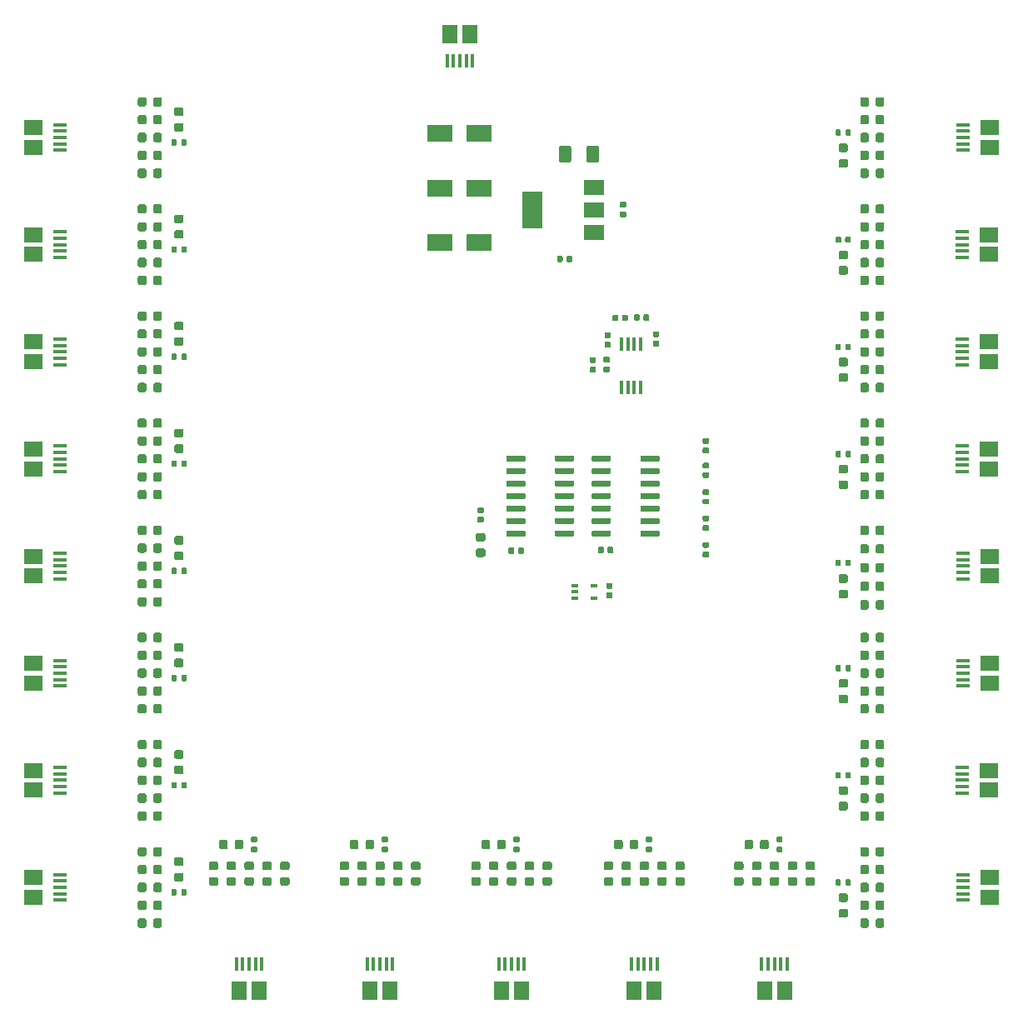
<source format=gbr>
G04 #@! TF.GenerationSoftware,KiCad,Pcbnew,5.1.5+dfsg1-2build2*
G04 #@! TF.CreationDate,2020-12-27T14:15:37-05:00*
G04 #@! TF.ProjectId,usb-solder,7573622d-736f-46c6-9465-722e6b696361,rev?*
G04 #@! TF.SameCoordinates,Original*
G04 #@! TF.FileFunction,Paste,Top*
G04 #@! TF.FilePolarity,Positive*
%FSLAX46Y46*%
G04 Gerber Fmt 4.6, Leading zero omitted, Abs format (unit mm)*
G04 Created by KiCad (PCBNEW 5.1.5+dfsg1-2build2) date 2020-12-27 14:15:37*
%MOMM*%
%LPD*%
G04 APERTURE LIST*
%ADD10R,2.500000X1.800000*%
%ADD11C,0.100000*%
%ADD12R,0.450000X1.450000*%
%ADD13R,2.000000X3.800000*%
%ADD14R,2.000000X1.500000*%
%ADD15R,1.900000X1.500000*%
%ADD16R,1.350000X0.400000*%
%ADD17R,1.500000X1.900000*%
%ADD18R,0.400000X1.350000*%
%ADD19R,0.650000X0.400000*%
G04 APERTURE END LIST*
D10*
X96742000Y-72593200D03*
X92742000Y-72593200D03*
D11*
G36*
X114918758Y-82588310D02*
G01*
X114933076Y-82590434D01*
X114947117Y-82593951D01*
X114960746Y-82598828D01*
X114973831Y-82605017D01*
X114986247Y-82612458D01*
X114997873Y-82621081D01*
X115008598Y-82630802D01*
X115018319Y-82641527D01*
X115026942Y-82653153D01*
X115034383Y-82665569D01*
X115040572Y-82678654D01*
X115045449Y-82692283D01*
X115048966Y-82706324D01*
X115051090Y-82720642D01*
X115051800Y-82735100D01*
X115051800Y-83030100D01*
X115051090Y-83044558D01*
X115048966Y-83058876D01*
X115045449Y-83072917D01*
X115040572Y-83086546D01*
X115034383Y-83099631D01*
X115026942Y-83112047D01*
X115018319Y-83123673D01*
X115008598Y-83134398D01*
X114997873Y-83144119D01*
X114986247Y-83152742D01*
X114973831Y-83160183D01*
X114960746Y-83166372D01*
X114947117Y-83171249D01*
X114933076Y-83174766D01*
X114918758Y-83176890D01*
X114904300Y-83177600D01*
X114559300Y-83177600D01*
X114544842Y-83176890D01*
X114530524Y-83174766D01*
X114516483Y-83171249D01*
X114502854Y-83166372D01*
X114489769Y-83160183D01*
X114477353Y-83152742D01*
X114465727Y-83144119D01*
X114455002Y-83134398D01*
X114445281Y-83123673D01*
X114436658Y-83112047D01*
X114429217Y-83099631D01*
X114423028Y-83086546D01*
X114418151Y-83072917D01*
X114414634Y-83058876D01*
X114412510Y-83044558D01*
X114411800Y-83030100D01*
X114411800Y-82735100D01*
X114412510Y-82720642D01*
X114414634Y-82706324D01*
X114418151Y-82692283D01*
X114423028Y-82678654D01*
X114429217Y-82665569D01*
X114436658Y-82653153D01*
X114445281Y-82641527D01*
X114455002Y-82630802D01*
X114465727Y-82621081D01*
X114477353Y-82612458D01*
X114489769Y-82605017D01*
X114502854Y-82598828D01*
X114516483Y-82593951D01*
X114530524Y-82590434D01*
X114544842Y-82588310D01*
X114559300Y-82587600D01*
X114904300Y-82587600D01*
X114918758Y-82588310D01*
G37*
G36*
X114918758Y-81618310D02*
G01*
X114933076Y-81620434D01*
X114947117Y-81623951D01*
X114960746Y-81628828D01*
X114973831Y-81635017D01*
X114986247Y-81642458D01*
X114997873Y-81651081D01*
X115008598Y-81660802D01*
X115018319Y-81671527D01*
X115026942Y-81683153D01*
X115034383Y-81695569D01*
X115040572Y-81708654D01*
X115045449Y-81722283D01*
X115048966Y-81736324D01*
X115051090Y-81750642D01*
X115051800Y-81765100D01*
X115051800Y-82060100D01*
X115051090Y-82074558D01*
X115048966Y-82088876D01*
X115045449Y-82102917D01*
X115040572Y-82116546D01*
X115034383Y-82129631D01*
X115026942Y-82142047D01*
X115018319Y-82153673D01*
X115008598Y-82164398D01*
X114997873Y-82174119D01*
X114986247Y-82182742D01*
X114973831Y-82190183D01*
X114960746Y-82196372D01*
X114947117Y-82201249D01*
X114933076Y-82204766D01*
X114918758Y-82206890D01*
X114904300Y-82207600D01*
X114559300Y-82207600D01*
X114544842Y-82206890D01*
X114530524Y-82204766D01*
X114516483Y-82201249D01*
X114502854Y-82196372D01*
X114489769Y-82190183D01*
X114477353Y-82182742D01*
X114465727Y-82174119D01*
X114455002Y-82164398D01*
X114445281Y-82153673D01*
X114436658Y-82142047D01*
X114429217Y-82129631D01*
X114423028Y-82116546D01*
X114418151Y-82102917D01*
X114414634Y-82088876D01*
X114412510Y-82074558D01*
X114411800Y-82060100D01*
X114411800Y-81765100D01*
X114412510Y-81750642D01*
X114414634Y-81736324D01*
X114418151Y-81722283D01*
X114423028Y-81708654D01*
X114429217Y-81695569D01*
X114436658Y-81683153D01*
X114445281Y-81671527D01*
X114455002Y-81660802D01*
X114465727Y-81651081D01*
X114477353Y-81642458D01*
X114489769Y-81635017D01*
X114502854Y-81628828D01*
X114516483Y-81623951D01*
X114530524Y-81620434D01*
X114544842Y-81618310D01*
X114559300Y-81617600D01*
X114904300Y-81617600D01*
X114918758Y-81618310D01*
G37*
G36*
X108497638Y-85207050D02*
G01*
X108511956Y-85209174D01*
X108525997Y-85212691D01*
X108539626Y-85217568D01*
X108552711Y-85223757D01*
X108565127Y-85231198D01*
X108576753Y-85239821D01*
X108587478Y-85249542D01*
X108597199Y-85260267D01*
X108605822Y-85271893D01*
X108613263Y-85284309D01*
X108619452Y-85297394D01*
X108624329Y-85311023D01*
X108627846Y-85325064D01*
X108629970Y-85339382D01*
X108630680Y-85353840D01*
X108630680Y-85648840D01*
X108629970Y-85663298D01*
X108627846Y-85677616D01*
X108624329Y-85691657D01*
X108619452Y-85705286D01*
X108613263Y-85718371D01*
X108605822Y-85730787D01*
X108597199Y-85742413D01*
X108587478Y-85753138D01*
X108576753Y-85762859D01*
X108565127Y-85771482D01*
X108552711Y-85778923D01*
X108539626Y-85785112D01*
X108525997Y-85789989D01*
X108511956Y-85793506D01*
X108497638Y-85795630D01*
X108483180Y-85796340D01*
X108138180Y-85796340D01*
X108123722Y-85795630D01*
X108109404Y-85793506D01*
X108095363Y-85789989D01*
X108081734Y-85785112D01*
X108068649Y-85778923D01*
X108056233Y-85771482D01*
X108044607Y-85762859D01*
X108033882Y-85753138D01*
X108024161Y-85742413D01*
X108015538Y-85730787D01*
X108008097Y-85718371D01*
X108001908Y-85705286D01*
X107997031Y-85691657D01*
X107993514Y-85677616D01*
X107991390Y-85663298D01*
X107990680Y-85648840D01*
X107990680Y-85353840D01*
X107991390Y-85339382D01*
X107993514Y-85325064D01*
X107997031Y-85311023D01*
X108001908Y-85297394D01*
X108008097Y-85284309D01*
X108015538Y-85271893D01*
X108024161Y-85260267D01*
X108033882Y-85249542D01*
X108044607Y-85239821D01*
X108056233Y-85231198D01*
X108068649Y-85223757D01*
X108081734Y-85217568D01*
X108095363Y-85212691D01*
X108109404Y-85209174D01*
X108123722Y-85207050D01*
X108138180Y-85206340D01*
X108483180Y-85206340D01*
X108497638Y-85207050D01*
G37*
G36*
X108497638Y-84237050D02*
G01*
X108511956Y-84239174D01*
X108525997Y-84242691D01*
X108539626Y-84247568D01*
X108552711Y-84253757D01*
X108565127Y-84261198D01*
X108576753Y-84269821D01*
X108587478Y-84279542D01*
X108597199Y-84290267D01*
X108605822Y-84301893D01*
X108613263Y-84314309D01*
X108619452Y-84327394D01*
X108624329Y-84341023D01*
X108627846Y-84355064D01*
X108629970Y-84369382D01*
X108630680Y-84383840D01*
X108630680Y-84678840D01*
X108629970Y-84693298D01*
X108627846Y-84707616D01*
X108624329Y-84721657D01*
X108619452Y-84735286D01*
X108613263Y-84748371D01*
X108605822Y-84760787D01*
X108597199Y-84772413D01*
X108587478Y-84783138D01*
X108576753Y-84792859D01*
X108565127Y-84801482D01*
X108552711Y-84808923D01*
X108539626Y-84815112D01*
X108525997Y-84819989D01*
X108511956Y-84823506D01*
X108497638Y-84825630D01*
X108483180Y-84826340D01*
X108138180Y-84826340D01*
X108123722Y-84825630D01*
X108109404Y-84823506D01*
X108095363Y-84819989D01*
X108081734Y-84815112D01*
X108068649Y-84808923D01*
X108056233Y-84801482D01*
X108044607Y-84792859D01*
X108033882Y-84783138D01*
X108024161Y-84772413D01*
X108015538Y-84760787D01*
X108008097Y-84748371D01*
X108001908Y-84735286D01*
X107997031Y-84721657D01*
X107993514Y-84707616D01*
X107991390Y-84693298D01*
X107990680Y-84678840D01*
X107990680Y-84383840D01*
X107991390Y-84369382D01*
X107993514Y-84355064D01*
X107997031Y-84341023D01*
X108001908Y-84327394D01*
X108008097Y-84314309D01*
X108015538Y-84301893D01*
X108024161Y-84290267D01*
X108033882Y-84279542D01*
X108044607Y-84269821D01*
X108056233Y-84261198D01*
X108068649Y-84253757D01*
X108081734Y-84247568D01*
X108095363Y-84242691D01*
X108109404Y-84239174D01*
X108123722Y-84237050D01*
X108138180Y-84236340D01*
X108483180Y-84236340D01*
X108497638Y-84237050D01*
G37*
G36*
X100184758Y-103592110D02*
G01*
X100199076Y-103594234D01*
X100213117Y-103597751D01*
X100226746Y-103602628D01*
X100239831Y-103608817D01*
X100252247Y-103616258D01*
X100263873Y-103624881D01*
X100274598Y-103634602D01*
X100284319Y-103645327D01*
X100292942Y-103656953D01*
X100300383Y-103669369D01*
X100306572Y-103682454D01*
X100311449Y-103696083D01*
X100314966Y-103710124D01*
X100317090Y-103724442D01*
X100317800Y-103738900D01*
X100317800Y-104083900D01*
X100317090Y-104098358D01*
X100314966Y-104112676D01*
X100311449Y-104126717D01*
X100306572Y-104140346D01*
X100300383Y-104153431D01*
X100292942Y-104165847D01*
X100284319Y-104177473D01*
X100274598Y-104188198D01*
X100263873Y-104197919D01*
X100252247Y-104206542D01*
X100239831Y-104213983D01*
X100226746Y-104220172D01*
X100213117Y-104225049D01*
X100199076Y-104228566D01*
X100184758Y-104230690D01*
X100170300Y-104231400D01*
X99875300Y-104231400D01*
X99860842Y-104230690D01*
X99846524Y-104228566D01*
X99832483Y-104225049D01*
X99818854Y-104220172D01*
X99805769Y-104213983D01*
X99793353Y-104206542D01*
X99781727Y-104197919D01*
X99771002Y-104188198D01*
X99761281Y-104177473D01*
X99752658Y-104165847D01*
X99745217Y-104153431D01*
X99739028Y-104140346D01*
X99734151Y-104126717D01*
X99730634Y-104112676D01*
X99728510Y-104098358D01*
X99727800Y-104083900D01*
X99727800Y-103738900D01*
X99728510Y-103724442D01*
X99730634Y-103710124D01*
X99734151Y-103696083D01*
X99739028Y-103682454D01*
X99745217Y-103669369D01*
X99752658Y-103656953D01*
X99761281Y-103645327D01*
X99771002Y-103634602D01*
X99781727Y-103624881D01*
X99793353Y-103616258D01*
X99805769Y-103608817D01*
X99818854Y-103602628D01*
X99832483Y-103597751D01*
X99846524Y-103594234D01*
X99860842Y-103592110D01*
X99875300Y-103591400D01*
X100170300Y-103591400D01*
X100184758Y-103592110D01*
G37*
G36*
X101154758Y-103592110D02*
G01*
X101169076Y-103594234D01*
X101183117Y-103597751D01*
X101196746Y-103602628D01*
X101209831Y-103608817D01*
X101222247Y-103616258D01*
X101233873Y-103624881D01*
X101244598Y-103634602D01*
X101254319Y-103645327D01*
X101262942Y-103656953D01*
X101270383Y-103669369D01*
X101276572Y-103682454D01*
X101281449Y-103696083D01*
X101284966Y-103710124D01*
X101287090Y-103724442D01*
X101287800Y-103738900D01*
X101287800Y-104083900D01*
X101287090Y-104098358D01*
X101284966Y-104112676D01*
X101281449Y-104126717D01*
X101276572Y-104140346D01*
X101270383Y-104153431D01*
X101262942Y-104165847D01*
X101254319Y-104177473D01*
X101244598Y-104188198D01*
X101233873Y-104197919D01*
X101222247Y-104206542D01*
X101209831Y-104213983D01*
X101196746Y-104220172D01*
X101183117Y-104225049D01*
X101169076Y-104228566D01*
X101154758Y-104230690D01*
X101140300Y-104231400D01*
X100845300Y-104231400D01*
X100830842Y-104230690D01*
X100816524Y-104228566D01*
X100802483Y-104225049D01*
X100788854Y-104220172D01*
X100775769Y-104213983D01*
X100763353Y-104206542D01*
X100751727Y-104197919D01*
X100741002Y-104188198D01*
X100731281Y-104177473D01*
X100722658Y-104165847D01*
X100715217Y-104153431D01*
X100709028Y-104140346D01*
X100704151Y-104126717D01*
X100700634Y-104112676D01*
X100698510Y-104098358D01*
X100697800Y-104083900D01*
X100697800Y-103738900D01*
X100698510Y-103724442D01*
X100700634Y-103710124D01*
X100704151Y-103696083D01*
X100709028Y-103682454D01*
X100715217Y-103669369D01*
X100722658Y-103656953D01*
X100731281Y-103645327D01*
X100741002Y-103634602D01*
X100751727Y-103624881D01*
X100763353Y-103616258D01*
X100775769Y-103608817D01*
X100788854Y-103602628D01*
X100802483Y-103597751D01*
X100816524Y-103594234D01*
X100830842Y-103592110D01*
X100845300Y-103591400D01*
X101140300Y-103591400D01*
X101154758Y-103592110D01*
G37*
G36*
X110247958Y-103515910D02*
G01*
X110262276Y-103518034D01*
X110276317Y-103521551D01*
X110289946Y-103526428D01*
X110303031Y-103532617D01*
X110315447Y-103540058D01*
X110327073Y-103548681D01*
X110337798Y-103558402D01*
X110347519Y-103569127D01*
X110356142Y-103580753D01*
X110363583Y-103593169D01*
X110369772Y-103606254D01*
X110374649Y-103619883D01*
X110378166Y-103633924D01*
X110380290Y-103648242D01*
X110381000Y-103662700D01*
X110381000Y-104007700D01*
X110380290Y-104022158D01*
X110378166Y-104036476D01*
X110374649Y-104050517D01*
X110369772Y-104064146D01*
X110363583Y-104077231D01*
X110356142Y-104089647D01*
X110347519Y-104101273D01*
X110337798Y-104111998D01*
X110327073Y-104121719D01*
X110315447Y-104130342D01*
X110303031Y-104137783D01*
X110289946Y-104143972D01*
X110276317Y-104148849D01*
X110262276Y-104152366D01*
X110247958Y-104154490D01*
X110233500Y-104155200D01*
X109938500Y-104155200D01*
X109924042Y-104154490D01*
X109909724Y-104152366D01*
X109895683Y-104148849D01*
X109882054Y-104143972D01*
X109868969Y-104137783D01*
X109856553Y-104130342D01*
X109844927Y-104121719D01*
X109834202Y-104111998D01*
X109824481Y-104101273D01*
X109815858Y-104089647D01*
X109808417Y-104077231D01*
X109802228Y-104064146D01*
X109797351Y-104050517D01*
X109793834Y-104036476D01*
X109791710Y-104022158D01*
X109791000Y-104007700D01*
X109791000Y-103662700D01*
X109791710Y-103648242D01*
X109793834Y-103633924D01*
X109797351Y-103619883D01*
X109802228Y-103606254D01*
X109808417Y-103593169D01*
X109815858Y-103580753D01*
X109824481Y-103569127D01*
X109834202Y-103558402D01*
X109844927Y-103548681D01*
X109856553Y-103540058D01*
X109868969Y-103532617D01*
X109882054Y-103526428D01*
X109895683Y-103521551D01*
X109909724Y-103518034D01*
X109924042Y-103515910D01*
X109938500Y-103515200D01*
X110233500Y-103515200D01*
X110247958Y-103515910D01*
G37*
G36*
X109277958Y-103515910D02*
G01*
X109292276Y-103518034D01*
X109306317Y-103521551D01*
X109319946Y-103526428D01*
X109333031Y-103532617D01*
X109345447Y-103540058D01*
X109357073Y-103548681D01*
X109367798Y-103558402D01*
X109377519Y-103569127D01*
X109386142Y-103580753D01*
X109393583Y-103593169D01*
X109399772Y-103606254D01*
X109404649Y-103619883D01*
X109408166Y-103633924D01*
X109410290Y-103648242D01*
X109411000Y-103662700D01*
X109411000Y-104007700D01*
X109410290Y-104022158D01*
X109408166Y-104036476D01*
X109404649Y-104050517D01*
X109399772Y-104064146D01*
X109393583Y-104077231D01*
X109386142Y-104089647D01*
X109377519Y-104101273D01*
X109367798Y-104111998D01*
X109357073Y-104121719D01*
X109345447Y-104130342D01*
X109333031Y-104137783D01*
X109319946Y-104143972D01*
X109306317Y-104148849D01*
X109292276Y-104152366D01*
X109277958Y-104154490D01*
X109263500Y-104155200D01*
X108968500Y-104155200D01*
X108954042Y-104154490D01*
X108939724Y-104152366D01*
X108925683Y-104148849D01*
X108912054Y-104143972D01*
X108898969Y-104137783D01*
X108886553Y-104130342D01*
X108874927Y-104121719D01*
X108864202Y-104111998D01*
X108854481Y-104101273D01*
X108845858Y-104089647D01*
X108838417Y-104077231D01*
X108832228Y-104064146D01*
X108827351Y-104050517D01*
X108823834Y-104036476D01*
X108821710Y-104022158D01*
X108821000Y-104007700D01*
X108821000Y-103662700D01*
X108821710Y-103648242D01*
X108823834Y-103633924D01*
X108827351Y-103619883D01*
X108832228Y-103606254D01*
X108838417Y-103593169D01*
X108845858Y-103580753D01*
X108854481Y-103569127D01*
X108864202Y-103558402D01*
X108874927Y-103548681D01*
X108886553Y-103540058D01*
X108898969Y-103532617D01*
X108912054Y-103526428D01*
X108925683Y-103521551D01*
X108939724Y-103518034D01*
X108954042Y-103515910D01*
X108968500Y-103515200D01*
X109263500Y-103515200D01*
X109277958Y-103515910D01*
G37*
G36*
X112935558Y-79893910D02*
G01*
X112949876Y-79896034D01*
X112963917Y-79899551D01*
X112977546Y-79904428D01*
X112990631Y-79910617D01*
X113003047Y-79918058D01*
X113014673Y-79926681D01*
X113025398Y-79936402D01*
X113035119Y-79947127D01*
X113043742Y-79958753D01*
X113051183Y-79971169D01*
X113057372Y-79984254D01*
X113062249Y-79997883D01*
X113065766Y-80011924D01*
X113067890Y-80026242D01*
X113068600Y-80040700D01*
X113068600Y-80385700D01*
X113067890Y-80400158D01*
X113065766Y-80414476D01*
X113062249Y-80428517D01*
X113057372Y-80442146D01*
X113051183Y-80455231D01*
X113043742Y-80467647D01*
X113035119Y-80479273D01*
X113025398Y-80489998D01*
X113014673Y-80499719D01*
X113003047Y-80508342D01*
X112990631Y-80515783D01*
X112977546Y-80521972D01*
X112963917Y-80526849D01*
X112949876Y-80530366D01*
X112935558Y-80532490D01*
X112921100Y-80533200D01*
X112626100Y-80533200D01*
X112611642Y-80532490D01*
X112597324Y-80530366D01*
X112583283Y-80526849D01*
X112569654Y-80521972D01*
X112556569Y-80515783D01*
X112544153Y-80508342D01*
X112532527Y-80499719D01*
X112521802Y-80489998D01*
X112512081Y-80479273D01*
X112503458Y-80467647D01*
X112496017Y-80455231D01*
X112489828Y-80442146D01*
X112484951Y-80428517D01*
X112481434Y-80414476D01*
X112479310Y-80400158D01*
X112478600Y-80385700D01*
X112478600Y-80040700D01*
X112479310Y-80026242D01*
X112481434Y-80011924D01*
X112484951Y-79997883D01*
X112489828Y-79984254D01*
X112496017Y-79971169D01*
X112503458Y-79958753D01*
X112512081Y-79947127D01*
X112521802Y-79936402D01*
X112532527Y-79926681D01*
X112544153Y-79918058D01*
X112556569Y-79910617D01*
X112569654Y-79904428D01*
X112583283Y-79899551D01*
X112597324Y-79896034D01*
X112611642Y-79893910D01*
X112626100Y-79893200D01*
X112921100Y-79893200D01*
X112935558Y-79893910D01*
G37*
G36*
X113905558Y-79893910D02*
G01*
X113919876Y-79896034D01*
X113933917Y-79899551D01*
X113947546Y-79904428D01*
X113960631Y-79910617D01*
X113973047Y-79918058D01*
X113984673Y-79926681D01*
X113995398Y-79936402D01*
X114005119Y-79947127D01*
X114013742Y-79958753D01*
X114021183Y-79971169D01*
X114027372Y-79984254D01*
X114032249Y-79997883D01*
X114035766Y-80011924D01*
X114037890Y-80026242D01*
X114038600Y-80040700D01*
X114038600Y-80385700D01*
X114037890Y-80400158D01*
X114035766Y-80414476D01*
X114032249Y-80428517D01*
X114027372Y-80442146D01*
X114021183Y-80455231D01*
X114013742Y-80467647D01*
X114005119Y-80479273D01*
X113995398Y-80489998D01*
X113984673Y-80499719D01*
X113973047Y-80508342D01*
X113960631Y-80515783D01*
X113947546Y-80521972D01*
X113933917Y-80526849D01*
X113919876Y-80530366D01*
X113905558Y-80532490D01*
X113891100Y-80533200D01*
X113596100Y-80533200D01*
X113581642Y-80532490D01*
X113567324Y-80530366D01*
X113553283Y-80526849D01*
X113539654Y-80521972D01*
X113526569Y-80515783D01*
X113514153Y-80508342D01*
X113502527Y-80499719D01*
X113491802Y-80489998D01*
X113482081Y-80479273D01*
X113473458Y-80467647D01*
X113466017Y-80455231D01*
X113459828Y-80442146D01*
X113454951Y-80428517D01*
X113451434Y-80414476D01*
X113449310Y-80400158D01*
X113448600Y-80385700D01*
X113448600Y-80040700D01*
X113449310Y-80026242D01*
X113451434Y-80011924D01*
X113454951Y-79997883D01*
X113459828Y-79984254D01*
X113466017Y-79971169D01*
X113473458Y-79958753D01*
X113482081Y-79947127D01*
X113491802Y-79936402D01*
X113502527Y-79926681D01*
X113514153Y-79918058D01*
X113526569Y-79910617D01*
X113539654Y-79904428D01*
X113553283Y-79899551D01*
X113567324Y-79896034D01*
X113581642Y-79893910D01*
X113596100Y-79893200D01*
X113891100Y-79893200D01*
X113905558Y-79893910D01*
G37*
G36*
X111565958Y-68461110D02*
G01*
X111580276Y-68463234D01*
X111594317Y-68466751D01*
X111607946Y-68471628D01*
X111621031Y-68477817D01*
X111633447Y-68485258D01*
X111645073Y-68493881D01*
X111655798Y-68503602D01*
X111665519Y-68514327D01*
X111674142Y-68525953D01*
X111681583Y-68538369D01*
X111687772Y-68551454D01*
X111692649Y-68565083D01*
X111696166Y-68579124D01*
X111698290Y-68593442D01*
X111699000Y-68607900D01*
X111699000Y-68902900D01*
X111698290Y-68917358D01*
X111696166Y-68931676D01*
X111692649Y-68945717D01*
X111687772Y-68959346D01*
X111681583Y-68972431D01*
X111674142Y-68984847D01*
X111665519Y-68996473D01*
X111655798Y-69007198D01*
X111645073Y-69016919D01*
X111633447Y-69025542D01*
X111621031Y-69032983D01*
X111607946Y-69039172D01*
X111594317Y-69044049D01*
X111580276Y-69047566D01*
X111565958Y-69049690D01*
X111551500Y-69050400D01*
X111206500Y-69050400D01*
X111192042Y-69049690D01*
X111177724Y-69047566D01*
X111163683Y-69044049D01*
X111150054Y-69039172D01*
X111136969Y-69032983D01*
X111124553Y-69025542D01*
X111112927Y-69016919D01*
X111102202Y-69007198D01*
X111092481Y-68996473D01*
X111083858Y-68984847D01*
X111076417Y-68972431D01*
X111070228Y-68959346D01*
X111065351Y-68945717D01*
X111061834Y-68931676D01*
X111059710Y-68917358D01*
X111059000Y-68902900D01*
X111059000Y-68607900D01*
X111059710Y-68593442D01*
X111061834Y-68579124D01*
X111065351Y-68565083D01*
X111070228Y-68551454D01*
X111076417Y-68538369D01*
X111083858Y-68525953D01*
X111092481Y-68514327D01*
X111102202Y-68503602D01*
X111112927Y-68493881D01*
X111124553Y-68485258D01*
X111136969Y-68477817D01*
X111150054Y-68471628D01*
X111163683Y-68466751D01*
X111177724Y-68463234D01*
X111192042Y-68461110D01*
X111206500Y-68460400D01*
X111551500Y-68460400D01*
X111565958Y-68461110D01*
G37*
G36*
X111565958Y-69431110D02*
G01*
X111580276Y-69433234D01*
X111594317Y-69436751D01*
X111607946Y-69441628D01*
X111621031Y-69447817D01*
X111633447Y-69455258D01*
X111645073Y-69463881D01*
X111655798Y-69473602D01*
X111665519Y-69484327D01*
X111674142Y-69495953D01*
X111681583Y-69508369D01*
X111687772Y-69521454D01*
X111692649Y-69535083D01*
X111696166Y-69549124D01*
X111698290Y-69563442D01*
X111699000Y-69577900D01*
X111699000Y-69872900D01*
X111698290Y-69887358D01*
X111696166Y-69901676D01*
X111692649Y-69915717D01*
X111687772Y-69929346D01*
X111681583Y-69942431D01*
X111674142Y-69954847D01*
X111665519Y-69966473D01*
X111655798Y-69977198D01*
X111645073Y-69986919D01*
X111633447Y-69995542D01*
X111621031Y-70002983D01*
X111607946Y-70009172D01*
X111594317Y-70014049D01*
X111580276Y-70017566D01*
X111565958Y-70019690D01*
X111551500Y-70020400D01*
X111206500Y-70020400D01*
X111192042Y-70019690D01*
X111177724Y-70017566D01*
X111163683Y-70014049D01*
X111150054Y-70009172D01*
X111136969Y-70002983D01*
X111124553Y-69995542D01*
X111112927Y-69986919D01*
X111102202Y-69977198D01*
X111092481Y-69966473D01*
X111083858Y-69954847D01*
X111076417Y-69942431D01*
X111070228Y-69929346D01*
X111065351Y-69915717D01*
X111061834Y-69901676D01*
X111059710Y-69887358D01*
X111059000Y-69872900D01*
X111059000Y-69577900D01*
X111059710Y-69563442D01*
X111061834Y-69549124D01*
X111065351Y-69535083D01*
X111070228Y-69521454D01*
X111076417Y-69508369D01*
X111083858Y-69495953D01*
X111092481Y-69484327D01*
X111102202Y-69473602D01*
X111112927Y-69463881D01*
X111124553Y-69455258D01*
X111136969Y-69447817D01*
X111150054Y-69441628D01*
X111163683Y-69436751D01*
X111177724Y-69433234D01*
X111192042Y-69431110D01*
X111206500Y-69430400D01*
X111551500Y-69430400D01*
X111565958Y-69431110D01*
G37*
G36*
X106082358Y-73950310D02*
G01*
X106096676Y-73952434D01*
X106110717Y-73955951D01*
X106124346Y-73960828D01*
X106137431Y-73967017D01*
X106149847Y-73974458D01*
X106161473Y-73983081D01*
X106172198Y-73992802D01*
X106181919Y-74003527D01*
X106190542Y-74015153D01*
X106197983Y-74027569D01*
X106204172Y-74040654D01*
X106209049Y-74054283D01*
X106212566Y-74068324D01*
X106214690Y-74082642D01*
X106215400Y-74097100D01*
X106215400Y-74442100D01*
X106214690Y-74456558D01*
X106212566Y-74470876D01*
X106209049Y-74484917D01*
X106204172Y-74498546D01*
X106197983Y-74511631D01*
X106190542Y-74524047D01*
X106181919Y-74535673D01*
X106172198Y-74546398D01*
X106161473Y-74556119D01*
X106149847Y-74564742D01*
X106137431Y-74572183D01*
X106124346Y-74578372D01*
X106110717Y-74583249D01*
X106096676Y-74586766D01*
X106082358Y-74588890D01*
X106067900Y-74589600D01*
X105772900Y-74589600D01*
X105758442Y-74588890D01*
X105744124Y-74586766D01*
X105730083Y-74583249D01*
X105716454Y-74578372D01*
X105703369Y-74572183D01*
X105690953Y-74564742D01*
X105679327Y-74556119D01*
X105668602Y-74546398D01*
X105658881Y-74535673D01*
X105650258Y-74524047D01*
X105642817Y-74511631D01*
X105636628Y-74498546D01*
X105631751Y-74484917D01*
X105628234Y-74470876D01*
X105626110Y-74456558D01*
X105625400Y-74442100D01*
X105625400Y-74097100D01*
X105626110Y-74082642D01*
X105628234Y-74068324D01*
X105631751Y-74054283D01*
X105636628Y-74040654D01*
X105642817Y-74027569D01*
X105650258Y-74015153D01*
X105658881Y-74003527D01*
X105668602Y-73992802D01*
X105679327Y-73983081D01*
X105690953Y-73974458D01*
X105703369Y-73967017D01*
X105716454Y-73960828D01*
X105730083Y-73955951D01*
X105744124Y-73952434D01*
X105758442Y-73950310D01*
X105772900Y-73949600D01*
X106067900Y-73949600D01*
X106082358Y-73950310D01*
G37*
G36*
X105112358Y-73950310D02*
G01*
X105126676Y-73952434D01*
X105140717Y-73955951D01*
X105154346Y-73960828D01*
X105167431Y-73967017D01*
X105179847Y-73974458D01*
X105191473Y-73983081D01*
X105202198Y-73992802D01*
X105211919Y-74003527D01*
X105220542Y-74015153D01*
X105227983Y-74027569D01*
X105234172Y-74040654D01*
X105239049Y-74054283D01*
X105242566Y-74068324D01*
X105244690Y-74082642D01*
X105245400Y-74097100D01*
X105245400Y-74442100D01*
X105244690Y-74456558D01*
X105242566Y-74470876D01*
X105239049Y-74484917D01*
X105234172Y-74498546D01*
X105227983Y-74511631D01*
X105220542Y-74524047D01*
X105211919Y-74535673D01*
X105202198Y-74546398D01*
X105191473Y-74556119D01*
X105179847Y-74564742D01*
X105167431Y-74572183D01*
X105154346Y-74578372D01*
X105140717Y-74583249D01*
X105126676Y-74586766D01*
X105112358Y-74588890D01*
X105097900Y-74589600D01*
X104802900Y-74589600D01*
X104788442Y-74588890D01*
X104774124Y-74586766D01*
X104760083Y-74583249D01*
X104746454Y-74578372D01*
X104733369Y-74572183D01*
X104720953Y-74564742D01*
X104709327Y-74556119D01*
X104698602Y-74546398D01*
X104688881Y-74535673D01*
X104680258Y-74524047D01*
X104672817Y-74511631D01*
X104666628Y-74498546D01*
X104661751Y-74484917D01*
X104658234Y-74470876D01*
X104656110Y-74456558D01*
X104655400Y-74442100D01*
X104655400Y-74097100D01*
X104656110Y-74082642D01*
X104658234Y-74068324D01*
X104661751Y-74054283D01*
X104666628Y-74040654D01*
X104672817Y-74027569D01*
X104680258Y-74015153D01*
X104688881Y-74003527D01*
X104698602Y-73992802D01*
X104709327Y-73983081D01*
X104720953Y-73974458D01*
X104733369Y-73967017D01*
X104746454Y-73960828D01*
X104760083Y-73955951D01*
X104774124Y-73952434D01*
X104788442Y-73950310D01*
X104802900Y-73949600D01*
X105097900Y-73949600D01*
X105112358Y-73950310D01*
G37*
D10*
X96742000Y-67056000D03*
X92742000Y-67056000D03*
D11*
G36*
X108682704Y-62727804D02*
G01*
X108706973Y-62731404D01*
X108730771Y-62737365D01*
X108753871Y-62745630D01*
X108776049Y-62756120D01*
X108797093Y-62768733D01*
X108816798Y-62783347D01*
X108834977Y-62799823D01*
X108851453Y-62818002D01*
X108866067Y-62837707D01*
X108878680Y-62858751D01*
X108889170Y-62880929D01*
X108897435Y-62904029D01*
X108903396Y-62927827D01*
X108906996Y-62952096D01*
X108908200Y-62976600D01*
X108908200Y-64226600D01*
X108906996Y-64251104D01*
X108903396Y-64275373D01*
X108897435Y-64299171D01*
X108889170Y-64322271D01*
X108878680Y-64344449D01*
X108866067Y-64365493D01*
X108851453Y-64385198D01*
X108834977Y-64403377D01*
X108816798Y-64419853D01*
X108797093Y-64434467D01*
X108776049Y-64447080D01*
X108753871Y-64457570D01*
X108730771Y-64465835D01*
X108706973Y-64471796D01*
X108682704Y-64475396D01*
X108658200Y-64476600D01*
X107908200Y-64476600D01*
X107883696Y-64475396D01*
X107859427Y-64471796D01*
X107835629Y-64465835D01*
X107812529Y-64457570D01*
X107790351Y-64447080D01*
X107769307Y-64434467D01*
X107749602Y-64419853D01*
X107731423Y-64403377D01*
X107714947Y-64385198D01*
X107700333Y-64365493D01*
X107687720Y-64344449D01*
X107677230Y-64322271D01*
X107668965Y-64299171D01*
X107663004Y-64275373D01*
X107659404Y-64251104D01*
X107658200Y-64226600D01*
X107658200Y-62976600D01*
X107659404Y-62952096D01*
X107663004Y-62927827D01*
X107668965Y-62904029D01*
X107677230Y-62880929D01*
X107687720Y-62858751D01*
X107700333Y-62837707D01*
X107714947Y-62818002D01*
X107731423Y-62799823D01*
X107749602Y-62783347D01*
X107769307Y-62768733D01*
X107790351Y-62756120D01*
X107812529Y-62745630D01*
X107835629Y-62737365D01*
X107859427Y-62731404D01*
X107883696Y-62727804D01*
X107908200Y-62726600D01*
X108658200Y-62726600D01*
X108682704Y-62727804D01*
G37*
G36*
X105882704Y-62727804D02*
G01*
X105906973Y-62731404D01*
X105930771Y-62737365D01*
X105953871Y-62745630D01*
X105976049Y-62756120D01*
X105997093Y-62768733D01*
X106016798Y-62783347D01*
X106034977Y-62799823D01*
X106051453Y-62818002D01*
X106066067Y-62837707D01*
X106078680Y-62858751D01*
X106089170Y-62880929D01*
X106097435Y-62904029D01*
X106103396Y-62927827D01*
X106106996Y-62952096D01*
X106108200Y-62976600D01*
X106108200Y-64226600D01*
X106106996Y-64251104D01*
X106103396Y-64275373D01*
X106097435Y-64299171D01*
X106089170Y-64322271D01*
X106078680Y-64344449D01*
X106066067Y-64365493D01*
X106051453Y-64385198D01*
X106034977Y-64403377D01*
X106016798Y-64419853D01*
X105997093Y-64434467D01*
X105976049Y-64447080D01*
X105953871Y-64457570D01*
X105930771Y-64465835D01*
X105906973Y-64471796D01*
X105882704Y-64475396D01*
X105858200Y-64476600D01*
X105108200Y-64476600D01*
X105083696Y-64475396D01*
X105059427Y-64471796D01*
X105035629Y-64465835D01*
X105012529Y-64457570D01*
X104990351Y-64447080D01*
X104969307Y-64434467D01*
X104949602Y-64419853D01*
X104931423Y-64403377D01*
X104914947Y-64385198D01*
X104900333Y-64365493D01*
X104887720Y-64344449D01*
X104877230Y-64322271D01*
X104868965Y-64299171D01*
X104863004Y-64275373D01*
X104859404Y-64251104D01*
X104858200Y-64226600D01*
X104858200Y-62976600D01*
X104859404Y-62952096D01*
X104863004Y-62927827D01*
X104868965Y-62904029D01*
X104877230Y-62880929D01*
X104887720Y-62858751D01*
X104900333Y-62837707D01*
X104914947Y-62818002D01*
X104931423Y-62799823D01*
X104949602Y-62783347D01*
X104969307Y-62768733D01*
X104990351Y-62756120D01*
X105012529Y-62745630D01*
X105035629Y-62737365D01*
X105059427Y-62731404D01*
X105083696Y-62727804D01*
X105108200Y-62726600D01*
X105858200Y-62726600D01*
X105882704Y-62727804D01*
G37*
G36*
X109991158Y-81719910D02*
G01*
X110005476Y-81722034D01*
X110019517Y-81725551D01*
X110033146Y-81730428D01*
X110046231Y-81736617D01*
X110058647Y-81744058D01*
X110070273Y-81752681D01*
X110080998Y-81762402D01*
X110090719Y-81773127D01*
X110099342Y-81784753D01*
X110106783Y-81797169D01*
X110112972Y-81810254D01*
X110117849Y-81823883D01*
X110121366Y-81837924D01*
X110123490Y-81852242D01*
X110124200Y-81866700D01*
X110124200Y-82161700D01*
X110123490Y-82176158D01*
X110121366Y-82190476D01*
X110117849Y-82204517D01*
X110112972Y-82218146D01*
X110106783Y-82231231D01*
X110099342Y-82243647D01*
X110090719Y-82255273D01*
X110080998Y-82265998D01*
X110070273Y-82275719D01*
X110058647Y-82284342D01*
X110046231Y-82291783D01*
X110033146Y-82297972D01*
X110019517Y-82302849D01*
X110005476Y-82306366D01*
X109991158Y-82308490D01*
X109976700Y-82309200D01*
X109631700Y-82309200D01*
X109617242Y-82308490D01*
X109602924Y-82306366D01*
X109588883Y-82302849D01*
X109575254Y-82297972D01*
X109562169Y-82291783D01*
X109549753Y-82284342D01*
X109538127Y-82275719D01*
X109527402Y-82265998D01*
X109517681Y-82255273D01*
X109509058Y-82243647D01*
X109501617Y-82231231D01*
X109495428Y-82218146D01*
X109490551Y-82204517D01*
X109487034Y-82190476D01*
X109484910Y-82176158D01*
X109484200Y-82161700D01*
X109484200Y-81866700D01*
X109484910Y-81852242D01*
X109487034Y-81837924D01*
X109490551Y-81823883D01*
X109495428Y-81810254D01*
X109501617Y-81797169D01*
X109509058Y-81784753D01*
X109517681Y-81773127D01*
X109527402Y-81762402D01*
X109538127Y-81752681D01*
X109549753Y-81744058D01*
X109562169Y-81736617D01*
X109575254Y-81730428D01*
X109588883Y-81725551D01*
X109602924Y-81722034D01*
X109617242Y-81719910D01*
X109631700Y-81719200D01*
X109976700Y-81719200D01*
X109991158Y-81719910D01*
G37*
G36*
X109991158Y-82689910D02*
G01*
X110005476Y-82692034D01*
X110019517Y-82695551D01*
X110033146Y-82700428D01*
X110046231Y-82706617D01*
X110058647Y-82714058D01*
X110070273Y-82722681D01*
X110080998Y-82732402D01*
X110090719Y-82743127D01*
X110099342Y-82754753D01*
X110106783Y-82767169D01*
X110112972Y-82780254D01*
X110117849Y-82793883D01*
X110121366Y-82807924D01*
X110123490Y-82822242D01*
X110124200Y-82836700D01*
X110124200Y-83131700D01*
X110123490Y-83146158D01*
X110121366Y-83160476D01*
X110117849Y-83174517D01*
X110112972Y-83188146D01*
X110106783Y-83201231D01*
X110099342Y-83213647D01*
X110090719Y-83225273D01*
X110080998Y-83235998D01*
X110070273Y-83245719D01*
X110058647Y-83254342D01*
X110046231Y-83261783D01*
X110033146Y-83267972D01*
X110019517Y-83272849D01*
X110005476Y-83276366D01*
X109991158Y-83278490D01*
X109976700Y-83279200D01*
X109631700Y-83279200D01*
X109617242Y-83278490D01*
X109602924Y-83276366D01*
X109588883Y-83272849D01*
X109575254Y-83267972D01*
X109562169Y-83261783D01*
X109549753Y-83254342D01*
X109538127Y-83245719D01*
X109527402Y-83235998D01*
X109517681Y-83225273D01*
X109509058Y-83213647D01*
X109501617Y-83201231D01*
X109495428Y-83188146D01*
X109490551Y-83174517D01*
X109487034Y-83160476D01*
X109484910Y-83146158D01*
X109484200Y-83131700D01*
X109484200Y-82836700D01*
X109484910Y-82822242D01*
X109487034Y-82807924D01*
X109490551Y-82793883D01*
X109495428Y-82780254D01*
X109501617Y-82767169D01*
X109509058Y-82754753D01*
X109517681Y-82743127D01*
X109527402Y-82732402D01*
X109538127Y-82722681D01*
X109549753Y-82714058D01*
X109562169Y-82706617D01*
X109575254Y-82700428D01*
X109588883Y-82695551D01*
X109602924Y-82692034D01*
X109617242Y-82689910D01*
X109631700Y-82689200D01*
X109976700Y-82689200D01*
X109991158Y-82689910D01*
G37*
G36*
X110751158Y-79944710D02*
G01*
X110765476Y-79946834D01*
X110779517Y-79950351D01*
X110793146Y-79955228D01*
X110806231Y-79961417D01*
X110818647Y-79968858D01*
X110830273Y-79977481D01*
X110840998Y-79987202D01*
X110850719Y-79997927D01*
X110859342Y-80009553D01*
X110866783Y-80021969D01*
X110872972Y-80035054D01*
X110877849Y-80048683D01*
X110881366Y-80062724D01*
X110883490Y-80077042D01*
X110884200Y-80091500D01*
X110884200Y-80436500D01*
X110883490Y-80450958D01*
X110881366Y-80465276D01*
X110877849Y-80479317D01*
X110872972Y-80492946D01*
X110866783Y-80506031D01*
X110859342Y-80518447D01*
X110850719Y-80530073D01*
X110840998Y-80540798D01*
X110830273Y-80550519D01*
X110818647Y-80559142D01*
X110806231Y-80566583D01*
X110793146Y-80572772D01*
X110779517Y-80577649D01*
X110765476Y-80581166D01*
X110751158Y-80583290D01*
X110736700Y-80584000D01*
X110441700Y-80584000D01*
X110427242Y-80583290D01*
X110412924Y-80581166D01*
X110398883Y-80577649D01*
X110385254Y-80572772D01*
X110372169Y-80566583D01*
X110359753Y-80559142D01*
X110348127Y-80550519D01*
X110337402Y-80540798D01*
X110327681Y-80530073D01*
X110319058Y-80518447D01*
X110311617Y-80506031D01*
X110305428Y-80492946D01*
X110300551Y-80479317D01*
X110297034Y-80465276D01*
X110294910Y-80450958D01*
X110294200Y-80436500D01*
X110294200Y-80091500D01*
X110294910Y-80077042D01*
X110297034Y-80062724D01*
X110300551Y-80048683D01*
X110305428Y-80035054D01*
X110311617Y-80021969D01*
X110319058Y-80009553D01*
X110327681Y-79997927D01*
X110337402Y-79987202D01*
X110348127Y-79977481D01*
X110359753Y-79968858D01*
X110372169Y-79961417D01*
X110385254Y-79955228D01*
X110398883Y-79950351D01*
X110412924Y-79946834D01*
X110427242Y-79944710D01*
X110441700Y-79944000D01*
X110736700Y-79944000D01*
X110751158Y-79944710D01*
G37*
G36*
X111721158Y-79944710D02*
G01*
X111735476Y-79946834D01*
X111749517Y-79950351D01*
X111763146Y-79955228D01*
X111776231Y-79961417D01*
X111788647Y-79968858D01*
X111800273Y-79977481D01*
X111810998Y-79987202D01*
X111820719Y-79997927D01*
X111829342Y-80009553D01*
X111836783Y-80021969D01*
X111842972Y-80035054D01*
X111847849Y-80048683D01*
X111851366Y-80062724D01*
X111853490Y-80077042D01*
X111854200Y-80091500D01*
X111854200Y-80436500D01*
X111853490Y-80450958D01*
X111851366Y-80465276D01*
X111847849Y-80479317D01*
X111842972Y-80492946D01*
X111836783Y-80506031D01*
X111829342Y-80518447D01*
X111820719Y-80530073D01*
X111810998Y-80540798D01*
X111800273Y-80550519D01*
X111788647Y-80559142D01*
X111776231Y-80566583D01*
X111763146Y-80572772D01*
X111749517Y-80577649D01*
X111735476Y-80581166D01*
X111721158Y-80583290D01*
X111706700Y-80584000D01*
X111411700Y-80584000D01*
X111397242Y-80583290D01*
X111382924Y-80581166D01*
X111368883Y-80577649D01*
X111355254Y-80572772D01*
X111342169Y-80566583D01*
X111329753Y-80559142D01*
X111318127Y-80550519D01*
X111307402Y-80540798D01*
X111297681Y-80530073D01*
X111289058Y-80518447D01*
X111281617Y-80506031D01*
X111275428Y-80492946D01*
X111270551Y-80479317D01*
X111267034Y-80465276D01*
X111264910Y-80450958D01*
X111264200Y-80436500D01*
X111264200Y-80091500D01*
X111264910Y-80077042D01*
X111267034Y-80062724D01*
X111270551Y-80048683D01*
X111275428Y-80035054D01*
X111281617Y-80021969D01*
X111289058Y-80009553D01*
X111297681Y-79997927D01*
X111307402Y-79987202D01*
X111318127Y-79977481D01*
X111329753Y-79968858D01*
X111342169Y-79961417D01*
X111355254Y-79955228D01*
X111368883Y-79950351D01*
X111382924Y-79946834D01*
X111397242Y-79944710D01*
X111411700Y-79944000D01*
X111706700Y-79944000D01*
X111721158Y-79944710D01*
G37*
D12*
X111216800Y-87290000D03*
X111866800Y-87290000D03*
X112516800Y-87290000D03*
X113166800Y-87290000D03*
X113166800Y-82890000D03*
X112516800Y-82890000D03*
X111866800Y-82890000D03*
X111216800Y-82890000D03*
D11*
G36*
X109997703Y-101859522D02*
G01*
X110012264Y-101861682D01*
X110026543Y-101865259D01*
X110040403Y-101870218D01*
X110053710Y-101876512D01*
X110066336Y-101884080D01*
X110078159Y-101892848D01*
X110089066Y-101902734D01*
X110098952Y-101913641D01*
X110107720Y-101925464D01*
X110115288Y-101938090D01*
X110121582Y-101951397D01*
X110126541Y-101965257D01*
X110130118Y-101979536D01*
X110132278Y-101994097D01*
X110133000Y-102008800D01*
X110133000Y-102308800D01*
X110132278Y-102323503D01*
X110130118Y-102338064D01*
X110126541Y-102352343D01*
X110121582Y-102366203D01*
X110115288Y-102379510D01*
X110107720Y-102392136D01*
X110098952Y-102403959D01*
X110089066Y-102414866D01*
X110078159Y-102424752D01*
X110066336Y-102433520D01*
X110053710Y-102441088D01*
X110040403Y-102447382D01*
X110026543Y-102452341D01*
X110012264Y-102455918D01*
X109997703Y-102458078D01*
X109983000Y-102458800D01*
X108333000Y-102458800D01*
X108318297Y-102458078D01*
X108303736Y-102455918D01*
X108289457Y-102452341D01*
X108275597Y-102447382D01*
X108262290Y-102441088D01*
X108249664Y-102433520D01*
X108237841Y-102424752D01*
X108226934Y-102414866D01*
X108217048Y-102403959D01*
X108208280Y-102392136D01*
X108200712Y-102379510D01*
X108194418Y-102366203D01*
X108189459Y-102352343D01*
X108185882Y-102338064D01*
X108183722Y-102323503D01*
X108183000Y-102308800D01*
X108183000Y-102008800D01*
X108183722Y-101994097D01*
X108185882Y-101979536D01*
X108189459Y-101965257D01*
X108194418Y-101951397D01*
X108200712Y-101938090D01*
X108208280Y-101925464D01*
X108217048Y-101913641D01*
X108226934Y-101902734D01*
X108237841Y-101892848D01*
X108249664Y-101884080D01*
X108262290Y-101876512D01*
X108275597Y-101870218D01*
X108289457Y-101865259D01*
X108303736Y-101861682D01*
X108318297Y-101859522D01*
X108333000Y-101858800D01*
X109983000Y-101858800D01*
X109997703Y-101859522D01*
G37*
G36*
X109997703Y-100589522D02*
G01*
X110012264Y-100591682D01*
X110026543Y-100595259D01*
X110040403Y-100600218D01*
X110053710Y-100606512D01*
X110066336Y-100614080D01*
X110078159Y-100622848D01*
X110089066Y-100632734D01*
X110098952Y-100643641D01*
X110107720Y-100655464D01*
X110115288Y-100668090D01*
X110121582Y-100681397D01*
X110126541Y-100695257D01*
X110130118Y-100709536D01*
X110132278Y-100724097D01*
X110133000Y-100738800D01*
X110133000Y-101038800D01*
X110132278Y-101053503D01*
X110130118Y-101068064D01*
X110126541Y-101082343D01*
X110121582Y-101096203D01*
X110115288Y-101109510D01*
X110107720Y-101122136D01*
X110098952Y-101133959D01*
X110089066Y-101144866D01*
X110078159Y-101154752D01*
X110066336Y-101163520D01*
X110053710Y-101171088D01*
X110040403Y-101177382D01*
X110026543Y-101182341D01*
X110012264Y-101185918D01*
X109997703Y-101188078D01*
X109983000Y-101188800D01*
X108333000Y-101188800D01*
X108318297Y-101188078D01*
X108303736Y-101185918D01*
X108289457Y-101182341D01*
X108275597Y-101177382D01*
X108262290Y-101171088D01*
X108249664Y-101163520D01*
X108237841Y-101154752D01*
X108226934Y-101144866D01*
X108217048Y-101133959D01*
X108208280Y-101122136D01*
X108200712Y-101109510D01*
X108194418Y-101096203D01*
X108189459Y-101082343D01*
X108185882Y-101068064D01*
X108183722Y-101053503D01*
X108183000Y-101038800D01*
X108183000Y-100738800D01*
X108183722Y-100724097D01*
X108185882Y-100709536D01*
X108189459Y-100695257D01*
X108194418Y-100681397D01*
X108200712Y-100668090D01*
X108208280Y-100655464D01*
X108217048Y-100643641D01*
X108226934Y-100632734D01*
X108237841Y-100622848D01*
X108249664Y-100614080D01*
X108262290Y-100606512D01*
X108275597Y-100600218D01*
X108289457Y-100595259D01*
X108303736Y-100591682D01*
X108318297Y-100589522D01*
X108333000Y-100588800D01*
X109983000Y-100588800D01*
X109997703Y-100589522D01*
G37*
G36*
X109997703Y-99319522D02*
G01*
X110012264Y-99321682D01*
X110026543Y-99325259D01*
X110040403Y-99330218D01*
X110053710Y-99336512D01*
X110066336Y-99344080D01*
X110078159Y-99352848D01*
X110089066Y-99362734D01*
X110098952Y-99373641D01*
X110107720Y-99385464D01*
X110115288Y-99398090D01*
X110121582Y-99411397D01*
X110126541Y-99425257D01*
X110130118Y-99439536D01*
X110132278Y-99454097D01*
X110133000Y-99468800D01*
X110133000Y-99768800D01*
X110132278Y-99783503D01*
X110130118Y-99798064D01*
X110126541Y-99812343D01*
X110121582Y-99826203D01*
X110115288Y-99839510D01*
X110107720Y-99852136D01*
X110098952Y-99863959D01*
X110089066Y-99874866D01*
X110078159Y-99884752D01*
X110066336Y-99893520D01*
X110053710Y-99901088D01*
X110040403Y-99907382D01*
X110026543Y-99912341D01*
X110012264Y-99915918D01*
X109997703Y-99918078D01*
X109983000Y-99918800D01*
X108333000Y-99918800D01*
X108318297Y-99918078D01*
X108303736Y-99915918D01*
X108289457Y-99912341D01*
X108275597Y-99907382D01*
X108262290Y-99901088D01*
X108249664Y-99893520D01*
X108237841Y-99884752D01*
X108226934Y-99874866D01*
X108217048Y-99863959D01*
X108208280Y-99852136D01*
X108200712Y-99839510D01*
X108194418Y-99826203D01*
X108189459Y-99812343D01*
X108185882Y-99798064D01*
X108183722Y-99783503D01*
X108183000Y-99768800D01*
X108183000Y-99468800D01*
X108183722Y-99454097D01*
X108185882Y-99439536D01*
X108189459Y-99425257D01*
X108194418Y-99411397D01*
X108200712Y-99398090D01*
X108208280Y-99385464D01*
X108217048Y-99373641D01*
X108226934Y-99362734D01*
X108237841Y-99352848D01*
X108249664Y-99344080D01*
X108262290Y-99336512D01*
X108275597Y-99330218D01*
X108289457Y-99325259D01*
X108303736Y-99321682D01*
X108318297Y-99319522D01*
X108333000Y-99318800D01*
X109983000Y-99318800D01*
X109997703Y-99319522D01*
G37*
G36*
X109997703Y-98049522D02*
G01*
X110012264Y-98051682D01*
X110026543Y-98055259D01*
X110040403Y-98060218D01*
X110053710Y-98066512D01*
X110066336Y-98074080D01*
X110078159Y-98082848D01*
X110089066Y-98092734D01*
X110098952Y-98103641D01*
X110107720Y-98115464D01*
X110115288Y-98128090D01*
X110121582Y-98141397D01*
X110126541Y-98155257D01*
X110130118Y-98169536D01*
X110132278Y-98184097D01*
X110133000Y-98198800D01*
X110133000Y-98498800D01*
X110132278Y-98513503D01*
X110130118Y-98528064D01*
X110126541Y-98542343D01*
X110121582Y-98556203D01*
X110115288Y-98569510D01*
X110107720Y-98582136D01*
X110098952Y-98593959D01*
X110089066Y-98604866D01*
X110078159Y-98614752D01*
X110066336Y-98623520D01*
X110053710Y-98631088D01*
X110040403Y-98637382D01*
X110026543Y-98642341D01*
X110012264Y-98645918D01*
X109997703Y-98648078D01*
X109983000Y-98648800D01*
X108333000Y-98648800D01*
X108318297Y-98648078D01*
X108303736Y-98645918D01*
X108289457Y-98642341D01*
X108275597Y-98637382D01*
X108262290Y-98631088D01*
X108249664Y-98623520D01*
X108237841Y-98614752D01*
X108226934Y-98604866D01*
X108217048Y-98593959D01*
X108208280Y-98582136D01*
X108200712Y-98569510D01*
X108194418Y-98556203D01*
X108189459Y-98542343D01*
X108185882Y-98528064D01*
X108183722Y-98513503D01*
X108183000Y-98498800D01*
X108183000Y-98198800D01*
X108183722Y-98184097D01*
X108185882Y-98169536D01*
X108189459Y-98155257D01*
X108194418Y-98141397D01*
X108200712Y-98128090D01*
X108208280Y-98115464D01*
X108217048Y-98103641D01*
X108226934Y-98092734D01*
X108237841Y-98082848D01*
X108249664Y-98074080D01*
X108262290Y-98066512D01*
X108275597Y-98060218D01*
X108289457Y-98055259D01*
X108303736Y-98051682D01*
X108318297Y-98049522D01*
X108333000Y-98048800D01*
X109983000Y-98048800D01*
X109997703Y-98049522D01*
G37*
G36*
X109997703Y-96779522D02*
G01*
X110012264Y-96781682D01*
X110026543Y-96785259D01*
X110040403Y-96790218D01*
X110053710Y-96796512D01*
X110066336Y-96804080D01*
X110078159Y-96812848D01*
X110089066Y-96822734D01*
X110098952Y-96833641D01*
X110107720Y-96845464D01*
X110115288Y-96858090D01*
X110121582Y-96871397D01*
X110126541Y-96885257D01*
X110130118Y-96899536D01*
X110132278Y-96914097D01*
X110133000Y-96928800D01*
X110133000Y-97228800D01*
X110132278Y-97243503D01*
X110130118Y-97258064D01*
X110126541Y-97272343D01*
X110121582Y-97286203D01*
X110115288Y-97299510D01*
X110107720Y-97312136D01*
X110098952Y-97323959D01*
X110089066Y-97334866D01*
X110078159Y-97344752D01*
X110066336Y-97353520D01*
X110053710Y-97361088D01*
X110040403Y-97367382D01*
X110026543Y-97372341D01*
X110012264Y-97375918D01*
X109997703Y-97378078D01*
X109983000Y-97378800D01*
X108333000Y-97378800D01*
X108318297Y-97378078D01*
X108303736Y-97375918D01*
X108289457Y-97372341D01*
X108275597Y-97367382D01*
X108262290Y-97361088D01*
X108249664Y-97353520D01*
X108237841Y-97344752D01*
X108226934Y-97334866D01*
X108217048Y-97323959D01*
X108208280Y-97312136D01*
X108200712Y-97299510D01*
X108194418Y-97286203D01*
X108189459Y-97272343D01*
X108185882Y-97258064D01*
X108183722Y-97243503D01*
X108183000Y-97228800D01*
X108183000Y-96928800D01*
X108183722Y-96914097D01*
X108185882Y-96899536D01*
X108189459Y-96885257D01*
X108194418Y-96871397D01*
X108200712Y-96858090D01*
X108208280Y-96845464D01*
X108217048Y-96833641D01*
X108226934Y-96822734D01*
X108237841Y-96812848D01*
X108249664Y-96804080D01*
X108262290Y-96796512D01*
X108275597Y-96790218D01*
X108289457Y-96785259D01*
X108303736Y-96781682D01*
X108318297Y-96779522D01*
X108333000Y-96778800D01*
X109983000Y-96778800D01*
X109997703Y-96779522D01*
G37*
G36*
X109997703Y-95509522D02*
G01*
X110012264Y-95511682D01*
X110026543Y-95515259D01*
X110040403Y-95520218D01*
X110053710Y-95526512D01*
X110066336Y-95534080D01*
X110078159Y-95542848D01*
X110089066Y-95552734D01*
X110098952Y-95563641D01*
X110107720Y-95575464D01*
X110115288Y-95588090D01*
X110121582Y-95601397D01*
X110126541Y-95615257D01*
X110130118Y-95629536D01*
X110132278Y-95644097D01*
X110133000Y-95658800D01*
X110133000Y-95958800D01*
X110132278Y-95973503D01*
X110130118Y-95988064D01*
X110126541Y-96002343D01*
X110121582Y-96016203D01*
X110115288Y-96029510D01*
X110107720Y-96042136D01*
X110098952Y-96053959D01*
X110089066Y-96064866D01*
X110078159Y-96074752D01*
X110066336Y-96083520D01*
X110053710Y-96091088D01*
X110040403Y-96097382D01*
X110026543Y-96102341D01*
X110012264Y-96105918D01*
X109997703Y-96108078D01*
X109983000Y-96108800D01*
X108333000Y-96108800D01*
X108318297Y-96108078D01*
X108303736Y-96105918D01*
X108289457Y-96102341D01*
X108275597Y-96097382D01*
X108262290Y-96091088D01*
X108249664Y-96083520D01*
X108237841Y-96074752D01*
X108226934Y-96064866D01*
X108217048Y-96053959D01*
X108208280Y-96042136D01*
X108200712Y-96029510D01*
X108194418Y-96016203D01*
X108189459Y-96002343D01*
X108185882Y-95988064D01*
X108183722Y-95973503D01*
X108183000Y-95958800D01*
X108183000Y-95658800D01*
X108183722Y-95644097D01*
X108185882Y-95629536D01*
X108189459Y-95615257D01*
X108194418Y-95601397D01*
X108200712Y-95588090D01*
X108208280Y-95575464D01*
X108217048Y-95563641D01*
X108226934Y-95552734D01*
X108237841Y-95542848D01*
X108249664Y-95534080D01*
X108262290Y-95526512D01*
X108275597Y-95520218D01*
X108289457Y-95515259D01*
X108303736Y-95511682D01*
X108318297Y-95509522D01*
X108333000Y-95508800D01*
X109983000Y-95508800D01*
X109997703Y-95509522D01*
G37*
G36*
X109997703Y-94239522D02*
G01*
X110012264Y-94241682D01*
X110026543Y-94245259D01*
X110040403Y-94250218D01*
X110053710Y-94256512D01*
X110066336Y-94264080D01*
X110078159Y-94272848D01*
X110089066Y-94282734D01*
X110098952Y-94293641D01*
X110107720Y-94305464D01*
X110115288Y-94318090D01*
X110121582Y-94331397D01*
X110126541Y-94345257D01*
X110130118Y-94359536D01*
X110132278Y-94374097D01*
X110133000Y-94388800D01*
X110133000Y-94688800D01*
X110132278Y-94703503D01*
X110130118Y-94718064D01*
X110126541Y-94732343D01*
X110121582Y-94746203D01*
X110115288Y-94759510D01*
X110107720Y-94772136D01*
X110098952Y-94783959D01*
X110089066Y-94794866D01*
X110078159Y-94804752D01*
X110066336Y-94813520D01*
X110053710Y-94821088D01*
X110040403Y-94827382D01*
X110026543Y-94832341D01*
X110012264Y-94835918D01*
X109997703Y-94838078D01*
X109983000Y-94838800D01*
X108333000Y-94838800D01*
X108318297Y-94838078D01*
X108303736Y-94835918D01*
X108289457Y-94832341D01*
X108275597Y-94827382D01*
X108262290Y-94821088D01*
X108249664Y-94813520D01*
X108237841Y-94804752D01*
X108226934Y-94794866D01*
X108217048Y-94783959D01*
X108208280Y-94772136D01*
X108200712Y-94759510D01*
X108194418Y-94746203D01*
X108189459Y-94732343D01*
X108185882Y-94718064D01*
X108183722Y-94703503D01*
X108183000Y-94688800D01*
X108183000Y-94388800D01*
X108183722Y-94374097D01*
X108185882Y-94359536D01*
X108189459Y-94345257D01*
X108194418Y-94331397D01*
X108200712Y-94318090D01*
X108208280Y-94305464D01*
X108217048Y-94293641D01*
X108226934Y-94282734D01*
X108237841Y-94272848D01*
X108249664Y-94264080D01*
X108262290Y-94256512D01*
X108275597Y-94250218D01*
X108289457Y-94245259D01*
X108303736Y-94241682D01*
X108318297Y-94239522D01*
X108333000Y-94238800D01*
X109983000Y-94238800D01*
X109997703Y-94239522D01*
G37*
G36*
X114947703Y-94239522D02*
G01*
X114962264Y-94241682D01*
X114976543Y-94245259D01*
X114990403Y-94250218D01*
X115003710Y-94256512D01*
X115016336Y-94264080D01*
X115028159Y-94272848D01*
X115039066Y-94282734D01*
X115048952Y-94293641D01*
X115057720Y-94305464D01*
X115065288Y-94318090D01*
X115071582Y-94331397D01*
X115076541Y-94345257D01*
X115080118Y-94359536D01*
X115082278Y-94374097D01*
X115083000Y-94388800D01*
X115083000Y-94688800D01*
X115082278Y-94703503D01*
X115080118Y-94718064D01*
X115076541Y-94732343D01*
X115071582Y-94746203D01*
X115065288Y-94759510D01*
X115057720Y-94772136D01*
X115048952Y-94783959D01*
X115039066Y-94794866D01*
X115028159Y-94804752D01*
X115016336Y-94813520D01*
X115003710Y-94821088D01*
X114990403Y-94827382D01*
X114976543Y-94832341D01*
X114962264Y-94835918D01*
X114947703Y-94838078D01*
X114933000Y-94838800D01*
X113283000Y-94838800D01*
X113268297Y-94838078D01*
X113253736Y-94835918D01*
X113239457Y-94832341D01*
X113225597Y-94827382D01*
X113212290Y-94821088D01*
X113199664Y-94813520D01*
X113187841Y-94804752D01*
X113176934Y-94794866D01*
X113167048Y-94783959D01*
X113158280Y-94772136D01*
X113150712Y-94759510D01*
X113144418Y-94746203D01*
X113139459Y-94732343D01*
X113135882Y-94718064D01*
X113133722Y-94703503D01*
X113133000Y-94688800D01*
X113133000Y-94388800D01*
X113133722Y-94374097D01*
X113135882Y-94359536D01*
X113139459Y-94345257D01*
X113144418Y-94331397D01*
X113150712Y-94318090D01*
X113158280Y-94305464D01*
X113167048Y-94293641D01*
X113176934Y-94282734D01*
X113187841Y-94272848D01*
X113199664Y-94264080D01*
X113212290Y-94256512D01*
X113225597Y-94250218D01*
X113239457Y-94245259D01*
X113253736Y-94241682D01*
X113268297Y-94239522D01*
X113283000Y-94238800D01*
X114933000Y-94238800D01*
X114947703Y-94239522D01*
G37*
G36*
X114947703Y-95509522D02*
G01*
X114962264Y-95511682D01*
X114976543Y-95515259D01*
X114990403Y-95520218D01*
X115003710Y-95526512D01*
X115016336Y-95534080D01*
X115028159Y-95542848D01*
X115039066Y-95552734D01*
X115048952Y-95563641D01*
X115057720Y-95575464D01*
X115065288Y-95588090D01*
X115071582Y-95601397D01*
X115076541Y-95615257D01*
X115080118Y-95629536D01*
X115082278Y-95644097D01*
X115083000Y-95658800D01*
X115083000Y-95958800D01*
X115082278Y-95973503D01*
X115080118Y-95988064D01*
X115076541Y-96002343D01*
X115071582Y-96016203D01*
X115065288Y-96029510D01*
X115057720Y-96042136D01*
X115048952Y-96053959D01*
X115039066Y-96064866D01*
X115028159Y-96074752D01*
X115016336Y-96083520D01*
X115003710Y-96091088D01*
X114990403Y-96097382D01*
X114976543Y-96102341D01*
X114962264Y-96105918D01*
X114947703Y-96108078D01*
X114933000Y-96108800D01*
X113283000Y-96108800D01*
X113268297Y-96108078D01*
X113253736Y-96105918D01*
X113239457Y-96102341D01*
X113225597Y-96097382D01*
X113212290Y-96091088D01*
X113199664Y-96083520D01*
X113187841Y-96074752D01*
X113176934Y-96064866D01*
X113167048Y-96053959D01*
X113158280Y-96042136D01*
X113150712Y-96029510D01*
X113144418Y-96016203D01*
X113139459Y-96002343D01*
X113135882Y-95988064D01*
X113133722Y-95973503D01*
X113133000Y-95958800D01*
X113133000Y-95658800D01*
X113133722Y-95644097D01*
X113135882Y-95629536D01*
X113139459Y-95615257D01*
X113144418Y-95601397D01*
X113150712Y-95588090D01*
X113158280Y-95575464D01*
X113167048Y-95563641D01*
X113176934Y-95552734D01*
X113187841Y-95542848D01*
X113199664Y-95534080D01*
X113212290Y-95526512D01*
X113225597Y-95520218D01*
X113239457Y-95515259D01*
X113253736Y-95511682D01*
X113268297Y-95509522D01*
X113283000Y-95508800D01*
X114933000Y-95508800D01*
X114947703Y-95509522D01*
G37*
G36*
X114947703Y-96779522D02*
G01*
X114962264Y-96781682D01*
X114976543Y-96785259D01*
X114990403Y-96790218D01*
X115003710Y-96796512D01*
X115016336Y-96804080D01*
X115028159Y-96812848D01*
X115039066Y-96822734D01*
X115048952Y-96833641D01*
X115057720Y-96845464D01*
X115065288Y-96858090D01*
X115071582Y-96871397D01*
X115076541Y-96885257D01*
X115080118Y-96899536D01*
X115082278Y-96914097D01*
X115083000Y-96928800D01*
X115083000Y-97228800D01*
X115082278Y-97243503D01*
X115080118Y-97258064D01*
X115076541Y-97272343D01*
X115071582Y-97286203D01*
X115065288Y-97299510D01*
X115057720Y-97312136D01*
X115048952Y-97323959D01*
X115039066Y-97334866D01*
X115028159Y-97344752D01*
X115016336Y-97353520D01*
X115003710Y-97361088D01*
X114990403Y-97367382D01*
X114976543Y-97372341D01*
X114962264Y-97375918D01*
X114947703Y-97378078D01*
X114933000Y-97378800D01*
X113283000Y-97378800D01*
X113268297Y-97378078D01*
X113253736Y-97375918D01*
X113239457Y-97372341D01*
X113225597Y-97367382D01*
X113212290Y-97361088D01*
X113199664Y-97353520D01*
X113187841Y-97344752D01*
X113176934Y-97334866D01*
X113167048Y-97323959D01*
X113158280Y-97312136D01*
X113150712Y-97299510D01*
X113144418Y-97286203D01*
X113139459Y-97272343D01*
X113135882Y-97258064D01*
X113133722Y-97243503D01*
X113133000Y-97228800D01*
X113133000Y-96928800D01*
X113133722Y-96914097D01*
X113135882Y-96899536D01*
X113139459Y-96885257D01*
X113144418Y-96871397D01*
X113150712Y-96858090D01*
X113158280Y-96845464D01*
X113167048Y-96833641D01*
X113176934Y-96822734D01*
X113187841Y-96812848D01*
X113199664Y-96804080D01*
X113212290Y-96796512D01*
X113225597Y-96790218D01*
X113239457Y-96785259D01*
X113253736Y-96781682D01*
X113268297Y-96779522D01*
X113283000Y-96778800D01*
X114933000Y-96778800D01*
X114947703Y-96779522D01*
G37*
G36*
X114947703Y-98049522D02*
G01*
X114962264Y-98051682D01*
X114976543Y-98055259D01*
X114990403Y-98060218D01*
X115003710Y-98066512D01*
X115016336Y-98074080D01*
X115028159Y-98082848D01*
X115039066Y-98092734D01*
X115048952Y-98103641D01*
X115057720Y-98115464D01*
X115065288Y-98128090D01*
X115071582Y-98141397D01*
X115076541Y-98155257D01*
X115080118Y-98169536D01*
X115082278Y-98184097D01*
X115083000Y-98198800D01*
X115083000Y-98498800D01*
X115082278Y-98513503D01*
X115080118Y-98528064D01*
X115076541Y-98542343D01*
X115071582Y-98556203D01*
X115065288Y-98569510D01*
X115057720Y-98582136D01*
X115048952Y-98593959D01*
X115039066Y-98604866D01*
X115028159Y-98614752D01*
X115016336Y-98623520D01*
X115003710Y-98631088D01*
X114990403Y-98637382D01*
X114976543Y-98642341D01*
X114962264Y-98645918D01*
X114947703Y-98648078D01*
X114933000Y-98648800D01*
X113283000Y-98648800D01*
X113268297Y-98648078D01*
X113253736Y-98645918D01*
X113239457Y-98642341D01*
X113225597Y-98637382D01*
X113212290Y-98631088D01*
X113199664Y-98623520D01*
X113187841Y-98614752D01*
X113176934Y-98604866D01*
X113167048Y-98593959D01*
X113158280Y-98582136D01*
X113150712Y-98569510D01*
X113144418Y-98556203D01*
X113139459Y-98542343D01*
X113135882Y-98528064D01*
X113133722Y-98513503D01*
X113133000Y-98498800D01*
X113133000Y-98198800D01*
X113133722Y-98184097D01*
X113135882Y-98169536D01*
X113139459Y-98155257D01*
X113144418Y-98141397D01*
X113150712Y-98128090D01*
X113158280Y-98115464D01*
X113167048Y-98103641D01*
X113176934Y-98092734D01*
X113187841Y-98082848D01*
X113199664Y-98074080D01*
X113212290Y-98066512D01*
X113225597Y-98060218D01*
X113239457Y-98055259D01*
X113253736Y-98051682D01*
X113268297Y-98049522D01*
X113283000Y-98048800D01*
X114933000Y-98048800D01*
X114947703Y-98049522D01*
G37*
G36*
X114947703Y-99319522D02*
G01*
X114962264Y-99321682D01*
X114976543Y-99325259D01*
X114990403Y-99330218D01*
X115003710Y-99336512D01*
X115016336Y-99344080D01*
X115028159Y-99352848D01*
X115039066Y-99362734D01*
X115048952Y-99373641D01*
X115057720Y-99385464D01*
X115065288Y-99398090D01*
X115071582Y-99411397D01*
X115076541Y-99425257D01*
X115080118Y-99439536D01*
X115082278Y-99454097D01*
X115083000Y-99468800D01*
X115083000Y-99768800D01*
X115082278Y-99783503D01*
X115080118Y-99798064D01*
X115076541Y-99812343D01*
X115071582Y-99826203D01*
X115065288Y-99839510D01*
X115057720Y-99852136D01*
X115048952Y-99863959D01*
X115039066Y-99874866D01*
X115028159Y-99884752D01*
X115016336Y-99893520D01*
X115003710Y-99901088D01*
X114990403Y-99907382D01*
X114976543Y-99912341D01*
X114962264Y-99915918D01*
X114947703Y-99918078D01*
X114933000Y-99918800D01*
X113283000Y-99918800D01*
X113268297Y-99918078D01*
X113253736Y-99915918D01*
X113239457Y-99912341D01*
X113225597Y-99907382D01*
X113212290Y-99901088D01*
X113199664Y-99893520D01*
X113187841Y-99884752D01*
X113176934Y-99874866D01*
X113167048Y-99863959D01*
X113158280Y-99852136D01*
X113150712Y-99839510D01*
X113144418Y-99826203D01*
X113139459Y-99812343D01*
X113135882Y-99798064D01*
X113133722Y-99783503D01*
X113133000Y-99768800D01*
X113133000Y-99468800D01*
X113133722Y-99454097D01*
X113135882Y-99439536D01*
X113139459Y-99425257D01*
X113144418Y-99411397D01*
X113150712Y-99398090D01*
X113158280Y-99385464D01*
X113167048Y-99373641D01*
X113176934Y-99362734D01*
X113187841Y-99352848D01*
X113199664Y-99344080D01*
X113212290Y-99336512D01*
X113225597Y-99330218D01*
X113239457Y-99325259D01*
X113253736Y-99321682D01*
X113268297Y-99319522D01*
X113283000Y-99318800D01*
X114933000Y-99318800D01*
X114947703Y-99319522D01*
G37*
G36*
X114947703Y-100589522D02*
G01*
X114962264Y-100591682D01*
X114976543Y-100595259D01*
X114990403Y-100600218D01*
X115003710Y-100606512D01*
X115016336Y-100614080D01*
X115028159Y-100622848D01*
X115039066Y-100632734D01*
X115048952Y-100643641D01*
X115057720Y-100655464D01*
X115065288Y-100668090D01*
X115071582Y-100681397D01*
X115076541Y-100695257D01*
X115080118Y-100709536D01*
X115082278Y-100724097D01*
X115083000Y-100738800D01*
X115083000Y-101038800D01*
X115082278Y-101053503D01*
X115080118Y-101068064D01*
X115076541Y-101082343D01*
X115071582Y-101096203D01*
X115065288Y-101109510D01*
X115057720Y-101122136D01*
X115048952Y-101133959D01*
X115039066Y-101144866D01*
X115028159Y-101154752D01*
X115016336Y-101163520D01*
X115003710Y-101171088D01*
X114990403Y-101177382D01*
X114976543Y-101182341D01*
X114962264Y-101185918D01*
X114947703Y-101188078D01*
X114933000Y-101188800D01*
X113283000Y-101188800D01*
X113268297Y-101188078D01*
X113253736Y-101185918D01*
X113239457Y-101182341D01*
X113225597Y-101177382D01*
X113212290Y-101171088D01*
X113199664Y-101163520D01*
X113187841Y-101154752D01*
X113176934Y-101144866D01*
X113167048Y-101133959D01*
X113158280Y-101122136D01*
X113150712Y-101109510D01*
X113144418Y-101096203D01*
X113139459Y-101082343D01*
X113135882Y-101068064D01*
X113133722Y-101053503D01*
X113133000Y-101038800D01*
X113133000Y-100738800D01*
X113133722Y-100724097D01*
X113135882Y-100709536D01*
X113139459Y-100695257D01*
X113144418Y-100681397D01*
X113150712Y-100668090D01*
X113158280Y-100655464D01*
X113167048Y-100643641D01*
X113176934Y-100632734D01*
X113187841Y-100622848D01*
X113199664Y-100614080D01*
X113212290Y-100606512D01*
X113225597Y-100600218D01*
X113239457Y-100595259D01*
X113253736Y-100591682D01*
X113268297Y-100589522D01*
X113283000Y-100588800D01*
X114933000Y-100588800D01*
X114947703Y-100589522D01*
G37*
G36*
X114947703Y-101859522D02*
G01*
X114962264Y-101861682D01*
X114976543Y-101865259D01*
X114990403Y-101870218D01*
X115003710Y-101876512D01*
X115016336Y-101884080D01*
X115028159Y-101892848D01*
X115039066Y-101902734D01*
X115048952Y-101913641D01*
X115057720Y-101925464D01*
X115065288Y-101938090D01*
X115071582Y-101951397D01*
X115076541Y-101965257D01*
X115080118Y-101979536D01*
X115082278Y-101994097D01*
X115083000Y-102008800D01*
X115083000Y-102308800D01*
X115082278Y-102323503D01*
X115080118Y-102338064D01*
X115076541Y-102352343D01*
X115071582Y-102366203D01*
X115065288Y-102379510D01*
X115057720Y-102392136D01*
X115048952Y-102403959D01*
X115039066Y-102414866D01*
X115028159Y-102424752D01*
X115016336Y-102433520D01*
X115003710Y-102441088D01*
X114990403Y-102447382D01*
X114976543Y-102452341D01*
X114962264Y-102455918D01*
X114947703Y-102458078D01*
X114933000Y-102458800D01*
X113283000Y-102458800D01*
X113268297Y-102458078D01*
X113253736Y-102455918D01*
X113239457Y-102452341D01*
X113225597Y-102447382D01*
X113212290Y-102441088D01*
X113199664Y-102433520D01*
X113187841Y-102424752D01*
X113176934Y-102414866D01*
X113167048Y-102403959D01*
X113158280Y-102392136D01*
X113150712Y-102379510D01*
X113144418Y-102366203D01*
X113139459Y-102352343D01*
X113135882Y-102338064D01*
X113133722Y-102323503D01*
X113133000Y-102308800D01*
X113133000Y-102008800D01*
X113133722Y-101994097D01*
X113135882Y-101979536D01*
X113139459Y-101965257D01*
X113144418Y-101951397D01*
X113150712Y-101938090D01*
X113158280Y-101925464D01*
X113167048Y-101913641D01*
X113176934Y-101902734D01*
X113187841Y-101892848D01*
X113199664Y-101884080D01*
X113212290Y-101876512D01*
X113225597Y-101870218D01*
X113239457Y-101865259D01*
X113253736Y-101861682D01*
X113268297Y-101859522D01*
X113283000Y-101858800D01*
X114933000Y-101858800D01*
X114947703Y-101859522D01*
G37*
D13*
X102133000Y-69291200D03*
D14*
X108433000Y-69291200D03*
X108433000Y-66991200D03*
X108433000Y-71591200D03*
D11*
G36*
X109889558Y-84209110D02*
G01*
X109903876Y-84211234D01*
X109917917Y-84214751D01*
X109931546Y-84219628D01*
X109944631Y-84225817D01*
X109957047Y-84233258D01*
X109968673Y-84241881D01*
X109979398Y-84251602D01*
X109989119Y-84262327D01*
X109997742Y-84273953D01*
X110005183Y-84286369D01*
X110011372Y-84299454D01*
X110016249Y-84313083D01*
X110019766Y-84327124D01*
X110021890Y-84341442D01*
X110022600Y-84355900D01*
X110022600Y-84650900D01*
X110021890Y-84665358D01*
X110019766Y-84679676D01*
X110016249Y-84693717D01*
X110011372Y-84707346D01*
X110005183Y-84720431D01*
X109997742Y-84732847D01*
X109989119Y-84744473D01*
X109979398Y-84755198D01*
X109968673Y-84764919D01*
X109957047Y-84773542D01*
X109944631Y-84780983D01*
X109931546Y-84787172D01*
X109917917Y-84792049D01*
X109903876Y-84795566D01*
X109889558Y-84797690D01*
X109875100Y-84798400D01*
X109530100Y-84798400D01*
X109515642Y-84797690D01*
X109501324Y-84795566D01*
X109487283Y-84792049D01*
X109473654Y-84787172D01*
X109460569Y-84780983D01*
X109448153Y-84773542D01*
X109436527Y-84764919D01*
X109425802Y-84755198D01*
X109416081Y-84744473D01*
X109407458Y-84732847D01*
X109400017Y-84720431D01*
X109393828Y-84707346D01*
X109388951Y-84693717D01*
X109385434Y-84679676D01*
X109383310Y-84665358D01*
X109382600Y-84650900D01*
X109382600Y-84355900D01*
X109383310Y-84341442D01*
X109385434Y-84327124D01*
X109388951Y-84313083D01*
X109393828Y-84299454D01*
X109400017Y-84286369D01*
X109407458Y-84273953D01*
X109416081Y-84262327D01*
X109425802Y-84251602D01*
X109436527Y-84241881D01*
X109448153Y-84233258D01*
X109460569Y-84225817D01*
X109473654Y-84219628D01*
X109487283Y-84214751D01*
X109501324Y-84211234D01*
X109515642Y-84209110D01*
X109530100Y-84208400D01*
X109875100Y-84208400D01*
X109889558Y-84209110D01*
G37*
G36*
X109889558Y-85179110D02*
G01*
X109903876Y-85181234D01*
X109917917Y-85184751D01*
X109931546Y-85189628D01*
X109944631Y-85195817D01*
X109957047Y-85203258D01*
X109968673Y-85211881D01*
X109979398Y-85221602D01*
X109989119Y-85232327D01*
X109997742Y-85243953D01*
X110005183Y-85256369D01*
X110011372Y-85269454D01*
X110016249Y-85283083D01*
X110019766Y-85297124D01*
X110021890Y-85311442D01*
X110022600Y-85325900D01*
X110022600Y-85620900D01*
X110021890Y-85635358D01*
X110019766Y-85649676D01*
X110016249Y-85663717D01*
X110011372Y-85677346D01*
X110005183Y-85690431D01*
X109997742Y-85702847D01*
X109989119Y-85714473D01*
X109979398Y-85725198D01*
X109968673Y-85734919D01*
X109957047Y-85743542D01*
X109944631Y-85750983D01*
X109931546Y-85757172D01*
X109917917Y-85762049D01*
X109903876Y-85765566D01*
X109889558Y-85767690D01*
X109875100Y-85768400D01*
X109530100Y-85768400D01*
X109515642Y-85767690D01*
X109501324Y-85765566D01*
X109487283Y-85762049D01*
X109473654Y-85757172D01*
X109460569Y-85750983D01*
X109448153Y-85743542D01*
X109436527Y-85734919D01*
X109425802Y-85725198D01*
X109416081Y-85714473D01*
X109407458Y-85702847D01*
X109400017Y-85690431D01*
X109393828Y-85677346D01*
X109388951Y-85663717D01*
X109385434Y-85649676D01*
X109383310Y-85635358D01*
X109382600Y-85620900D01*
X109382600Y-85325900D01*
X109383310Y-85311442D01*
X109385434Y-85297124D01*
X109388951Y-85283083D01*
X109393828Y-85269454D01*
X109400017Y-85256369D01*
X109407458Y-85243953D01*
X109416081Y-85232327D01*
X109425802Y-85221602D01*
X109436527Y-85211881D01*
X109448153Y-85203258D01*
X109460569Y-85195817D01*
X109473654Y-85189628D01*
X109487283Y-85184751D01*
X109501324Y-85181234D01*
X109515642Y-85179110D01*
X109530100Y-85178400D01*
X109875100Y-85178400D01*
X109889558Y-85179110D01*
G37*
G36*
X64310091Y-57821253D02*
G01*
X64331326Y-57824403D01*
X64352150Y-57829619D01*
X64372362Y-57836851D01*
X64391768Y-57846030D01*
X64410181Y-57857066D01*
X64427424Y-57869854D01*
X64443330Y-57884270D01*
X64457746Y-57900176D01*
X64470534Y-57917419D01*
X64481570Y-57935832D01*
X64490749Y-57955238D01*
X64497981Y-57975450D01*
X64503197Y-57996274D01*
X64506347Y-58017509D01*
X64507400Y-58038950D01*
X64507400Y-58551450D01*
X64506347Y-58572891D01*
X64503197Y-58594126D01*
X64497981Y-58614950D01*
X64490749Y-58635162D01*
X64481570Y-58654568D01*
X64470534Y-58672981D01*
X64457746Y-58690224D01*
X64443330Y-58706130D01*
X64427424Y-58720546D01*
X64410181Y-58733334D01*
X64391768Y-58744370D01*
X64372362Y-58753549D01*
X64352150Y-58760781D01*
X64331326Y-58765997D01*
X64310091Y-58769147D01*
X64288650Y-58770200D01*
X63851150Y-58770200D01*
X63829709Y-58769147D01*
X63808474Y-58765997D01*
X63787650Y-58760781D01*
X63767438Y-58753549D01*
X63748032Y-58744370D01*
X63729619Y-58733334D01*
X63712376Y-58720546D01*
X63696470Y-58706130D01*
X63682054Y-58690224D01*
X63669266Y-58672981D01*
X63658230Y-58654568D01*
X63649051Y-58635162D01*
X63641819Y-58614950D01*
X63636603Y-58594126D01*
X63633453Y-58572891D01*
X63632400Y-58551450D01*
X63632400Y-58038950D01*
X63633453Y-58017509D01*
X63636603Y-57996274D01*
X63641819Y-57975450D01*
X63649051Y-57955238D01*
X63658230Y-57935832D01*
X63669266Y-57917419D01*
X63682054Y-57900176D01*
X63696470Y-57884270D01*
X63712376Y-57869854D01*
X63729619Y-57857066D01*
X63748032Y-57846030D01*
X63767438Y-57836851D01*
X63787650Y-57829619D01*
X63808474Y-57824403D01*
X63829709Y-57821253D01*
X63851150Y-57820200D01*
X64288650Y-57820200D01*
X64310091Y-57821253D01*
G37*
G36*
X62735091Y-57821253D02*
G01*
X62756326Y-57824403D01*
X62777150Y-57829619D01*
X62797362Y-57836851D01*
X62816768Y-57846030D01*
X62835181Y-57857066D01*
X62852424Y-57869854D01*
X62868330Y-57884270D01*
X62882746Y-57900176D01*
X62895534Y-57917419D01*
X62906570Y-57935832D01*
X62915749Y-57955238D01*
X62922981Y-57975450D01*
X62928197Y-57996274D01*
X62931347Y-58017509D01*
X62932400Y-58038950D01*
X62932400Y-58551450D01*
X62931347Y-58572891D01*
X62928197Y-58594126D01*
X62922981Y-58614950D01*
X62915749Y-58635162D01*
X62906570Y-58654568D01*
X62895534Y-58672981D01*
X62882746Y-58690224D01*
X62868330Y-58706130D01*
X62852424Y-58720546D01*
X62835181Y-58733334D01*
X62816768Y-58744370D01*
X62797362Y-58753549D01*
X62777150Y-58760781D01*
X62756326Y-58765997D01*
X62735091Y-58769147D01*
X62713650Y-58770200D01*
X62276150Y-58770200D01*
X62254709Y-58769147D01*
X62233474Y-58765997D01*
X62212650Y-58760781D01*
X62192438Y-58753549D01*
X62173032Y-58744370D01*
X62154619Y-58733334D01*
X62137376Y-58720546D01*
X62121470Y-58706130D01*
X62107054Y-58690224D01*
X62094266Y-58672981D01*
X62083230Y-58654568D01*
X62074051Y-58635162D01*
X62066819Y-58614950D01*
X62061603Y-58594126D01*
X62058453Y-58572891D01*
X62057400Y-58551450D01*
X62057400Y-58038950D01*
X62058453Y-58017509D01*
X62061603Y-57996274D01*
X62066819Y-57975450D01*
X62074051Y-57955238D01*
X62083230Y-57935832D01*
X62094266Y-57917419D01*
X62107054Y-57900176D01*
X62121470Y-57884270D01*
X62137376Y-57869854D01*
X62154619Y-57857066D01*
X62173032Y-57846030D01*
X62192438Y-57836851D01*
X62212650Y-57829619D01*
X62233474Y-57824403D01*
X62254709Y-57821253D01*
X62276150Y-57820200D01*
X62713650Y-57820200D01*
X62735091Y-57821253D01*
G37*
G36*
X62735091Y-68706967D02*
G01*
X62756326Y-68710117D01*
X62777150Y-68715333D01*
X62797362Y-68722565D01*
X62816768Y-68731744D01*
X62835181Y-68742780D01*
X62852424Y-68755568D01*
X62868330Y-68769984D01*
X62882746Y-68785890D01*
X62895534Y-68803133D01*
X62906570Y-68821546D01*
X62915749Y-68840952D01*
X62922981Y-68861164D01*
X62928197Y-68881988D01*
X62931347Y-68903223D01*
X62932400Y-68924664D01*
X62932400Y-69437164D01*
X62931347Y-69458605D01*
X62928197Y-69479840D01*
X62922981Y-69500664D01*
X62915749Y-69520876D01*
X62906570Y-69540282D01*
X62895534Y-69558695D01*
X62882746Y-69575938D01*
X62868330Y-69591844D01*
X62852424Y-69606260D01*
X62835181Y-69619048D01*
X62816768Y-69630084D01*
X62797362Y-69639263D01*
X62777150Y-69646495D01*
X62756326Y-69651711D01*
X62735091Y-69654861D01*
X62713650Y-69655914D01*
X62276150Y-69655914D01*
X62254709Y-69654861D01*
X62233474Y-69651711D01*
X62212650Y-69646495D01*
X62192438Y-69639263D01*
X62173032Y-69630084D01*
X62154619Y-69619048D01*
X62137376Y-69606260D01*
X62121470Y-69591844D01*
X62107054Y-69575938D01*
X62094266Y-69558695D01*
X62083230Y-69540282D01*
X62074051Y-69520876D01*
X62066819Y-69500664D01*
X62061603Y-69479840D01*
X62058453Y-69458605D01*
X62057400Y-69437164D01*
X62057400Y-68924664D01*
X62058453Y-68903223D01*
X62061603Y-68881988D01*
X62066819Y-68861164D01*
X62074051Y-68840952D01*
X62083230Y-68821546D01*
X62094266Y-68803133D01*
X62107054Y-68785890D01*
X62121470Y-68769984D01*
X62137376Y-68755568D01*
X62154619Y-68742780D01*
X62173032Y-68731744D01*
X62192438Y-68722565D01*
X62212650Y-68715333D01*
X62233474Y-68710117D01*
X62254709Y-68706967D01*
X62276150Y-68705914D01*
X62713650Y-68705914D01*
X62735091Y-68706967D01*
G37*
G36*
X64310091Y-68706967D02*
G01*
X64331326Y-68710117D01*
X64352150Y-68715333D01*
X64372362Y-68722565D01*
X64391768Y-68731744D01*
X64410181Y-68742780D01*
X64427424Y-68755568D01*
X64443330Y-68769984D01*
X64457746Y-68785890D01*
X64470534Y-68803133D01*
X64481570Y-68821546D01*
X64490749Y-68840952D01*
X64497981Y-68861164D01*
X64503197Y-68881988D01*
X64506347Y-68903223D01*
X64507400Y-68924664D01*
X64507400Y-69437164D01*
X64506347Y-69458605D01*
X64503197Y-69479840D01*
X64497981Y-69500664D01*
X64490749Y-69520876D01*
X64481570Y-69540282D01*
X64470534Y-69558695D01*
X64457746Y-69575938D01*
X64443330Y-69591844D01*
X64427424Y-69606260D01*
X64410181Y-69619048D01*
X64391768Y-69630084D01*
X64372362Y-69639263D01*
X64352150Y-69646495D01*
X64331326Y-69651711D01*
X64310091Y-69654861D01*
X64288650Y-69655914D01*
X63851150Y-69655914D01*
X63829709Y-69654861D01*
X63808474Y-69651711D01*
X63787650Y-69646495D01*
X63767438Y-69639263D01*
X63748032Y-69630084D01*
X63729619Y-69619048D01*
X63712376Y-69606260D01*
X63696470Y-69591844D01*
X63682054Y-69575938D01*
X63669266Y-69558695D01*
X63658230Y-69540282D01*
X63649051Y-69520876D01*
X63641819Y-69500664D01*
X63636603Y-69479840D01*
X63633453Y-69458605D01*
X63632400Y-69437164D01*
X63632400Y-68924664D01*
X63633453Y-68903223D01*
X63636603Y-68881988D01*
X63641819Y-68861164D01*
X63649051Y-68840952D01*
X63658230Y-68821546D01*
X63669266Y-68803133D01*
X63682054Y-68785890D01*
X63696470Y-68769984D01*
X63712376Y-68755568D01*
X63729619Y-68742780D01*
X63748032Y-68731744D01*
X63767438Y-68722565D01*
X63787650Y-68715333D01*
X63808474Y-68710117D01*
X63829709Y-68706967D01*
X63851150Y-68705914D01*
X64288650Y-68705914D01*
X64310091Y-68706967D01*
G37*
G36*
X62735091Y-79592681D02*
G01*
X62756326Y-79595831D01*
X62777150Y-79601047D01*
X62797362Y-79608279D01*
X62816768Y-79617458D01*
X62835181Y-79628494D01*
X62852424Y-79641282D01*
X62868330Y-79655698D01*
X62882746Y-79671604D01*
X62895534Y-79688847D01*
X62906570Y-79707260D01*
X62915749Y-79726666D01*
X62922981Y-79746878D01*
X62928197Y-79767702D01*
X62931347Y-79788937D01*
X62932400Y-79810378D01*
X62932400Y-80322878D01*
X62931347Y-80344319D01*
X62928197Y-80365554D01*
X62922981Y-80386378D01*
X62915749Y-80406590D01*
X62906570Y-80425996D01*
X62895534Y-80444409D01*
X62882746Y-80461652D01*
X62868330Y-80477558D01*
X62852424Y-80491974D01*
X62835181Y-80504762D01*
X62816768Y-80515798D01*
X62797362Y-80524977D01*
X62777150Y-80532209D01*
X62756326Y-80537425D01*
X62735091Y-80540575D01*
X62713650Y-80541628D01*
X62276150Y-80541628D01*
X62254709Y-80540575D01*
X62233474Y-80537425D01*
X62212650Y-80532209D01*
X62192438Y-80524977D01*
X62173032Y-80515798D01*
X62154619Y-80504762D01*
X62137376Y-80491974D01*
X62121470Y-80477558D01*
X62107054Y-80461652D01*
X62094266Y-80444409D01*
X62083230Y-80425996D01*
X62074051Y-80406590D01*
X62066819Y-80386378D01*
X62061603Y-80365554D01*
X62058453Y-80344319D01*
X62057400Y-80322878D01*
X62057400Y-79810378D01*
X62058453Y-79788937D01*
X62061603Y-79767702D01*
X62066819Y-79746878D01*
X62074051Y-79726666D01*
X62083230Y-79707260D01*
X62094266Y-79688847D01*
X62107054Y-79671604D01*
X62121470Y-79655698D01*
X62137376Y-79641282D01*
X62154619Y-79628494D01*
X62173032Y-79617458D01*
X62192438Y-79608279D01*
X62212650Y-79601047D01*
X62233474Y-79595831D01*
X62254709Y-79592681D01*
X62276150Y-79591628D01*
X62713650Y-79591628D01*
X62735091Y-79592681D01*
G37*
G36*
X64310091Y-79592681D02*
G01*
X64331326Y-79595831D01*
X64352150Y-79601047D01*
X64372362Y-79608279D01*
X64391768Y-79617458D01*
X64410181Y-79628494D01*
X64427424Y-79641282D01*
X64443330Y-79655698D01*
X64457746Y-79671604D01*
X64470534Y-79688847D01*
X64481570Y-79707260D01*
X64490749Y-79726666D01*
X64497981Y-79746878D01*
X64503197Y-79767702D01*
X64506347Y-79788937D01*
X64507400Y-79810378D01*
X64507400Y-80322878D01*
X64506347Y-80344319D01*
X64503197Y-80365554D01*
X64497981Y-80386378D01*
X64490749Y-80406590D01*
X64481570Y-80425996D01*
X64470534Y-80444409D01*
X64457746Y-80461652D01*
X64443330Y-80477558D01*
X64427424Y-80491974D01*
X64410181Y-80504762D01*
X64391768Y-80515798D01*
X64372362Y-80524977D01*
X64352150Y-80532209D01*
X64331326Y-80537425D01*
X64310091Y-80540575D01*
X64288650Y-80541628D01*
X63851150Y-80541628D01*
X63829709Y-80540575D01*
X63808474Y-80537425D01*
X63787650Y-80532209D01*
X63767438Y-80524977D01*
X63748032Y-80515798D01*
X63729619Y-80504762D01*
X63712376Y-80491974D01*
X63696470Y-80477558D01*
X63682054Y-80461652D01*
X63669266Y-80444409D01*
X63658230Y-80425996D01*
X63649051Y-80406590D01*
X63641819Y-80386378D01*
X63636603Y-80365554D01*
X63633453Y-80344319D01*
X63632400Y-80322878D01*
X63632400Y-79810378D01*
X63633453Y-79788937D01*
X63636603Y-79767702D01*
X63641819Y-79746878D01*
X63649051Y-79726666D01*
X63658230Y-79707260D01*
X63669266Y-79688847D01*
X63682054Y-79671604D01*
X63696470Y-79655698D01*
X63712376Y-79641282D01*
X63729619Y-79628494D01*
X63748032Y-79617458D01*
X63767438Y-79608279D01*
X63787650Y-79601047D01*
X63808474Y-79595831D01*
X63829709Y-79592681D01*
X63851150Y-79591628D01*
X64288650Y-79591628D01*
X64310091Y-79592681D01*
G37*
G36*
X62735091Y-90478395D02*
G01*
X62756326Y-90481545D01*
X62777150Y-90486761D01*
X62797362Y-90493993D01*
X62816768Y-90503172D01*
X62835181Y-90514208D01*
X62852424Y-90526996D01*
X62868330Y-90541412D01*
X62882746Y-90557318D01*
X62895534Y-90574561D01*
X62906570Y-90592974D01*
X62915749Y-90612380D01*
X62922981Y-90632592D01*
X62928197Y-90653416D01*
X62931347Y-90674651D01*
X62932400Y-90696092D01*
X62932400Y-91208592D01*
X62931347Y-91230033D01*
X62928197Y-91251268D01*
X62922981Y-91272092D01*
X62915749Y-91292304D01*
X62906570Y-91311710D01*
X62895534Y-91330123D01*
X62882746Y-91347366D01*
X62868330Y-91363272D01*
X62852424Y-91377688D01*
X62835181Y-91390476D01*
X62816768Y-91401512D01*
X62797362Y-91410691D01*
X62777150Y-91417923D01*
X62756326Y-91423139D01*
X62735091Y-91426289D01*
X62713650Y-91427342D01*
X62276150Y-91427342D01*
X62254709Y-91426289D01*
X62233474Y-91423139D01*
X62212650Y-91417923D01*
X62192438Y-91410691D01*
X62173032Y-91401512D01*
X62154619Y-91390476D01*
X62137376Y-91377688D01*
X62121470Y-91363272D01*
X62107054Y-91347366D01*
X62094266Y-91330123D01*
X62083230Y-91311710D01*
X62074051Y-91292304D01*
X62066819Y-91272092D01*
X62061603Y-91251268D01*
X62058453Y-91230033D01*
X62057400Y-91208592D01*
X62057400Y-90696092D01*
X62058453Y-90674651D01*
X62061603Y-90653416D01*
X62066819Y-90632592D01*
X62074051Y-90612380D01*
X62083230Y-90592974D01*
X62094266Y-90574561D01*
X62107054Y-90557318D01*
X62121470Y-90541412D01*
X62137376Y-90526996D01*
X62154619Y-90514208D01*
X62173032Y-90503172D01*
X62192438Y-90493993D01*
X62212650Y-90486761D01*
X62233474Y-90481545D01*
X62254709Y-90478395D01*
X62276150Y-90477342D01*
X62713650Y-90477342D01*
X62735091Y-90478395D01*
G37*
G36*
X64310091Y-90478395D02*
G01*
X64331326Y-90481545D01*
X64352150Y-90486761D01*
X64372362Y-90493993D01*
X64391768Y-90503172D01*
X64410181Y-90514208D01*
X64427424Y-90526996D01*
X64443330Y-90541412D01*
X64457746Y-90557318D01*
X64470534Y-90574561D01*
X64481570Y-90592974D01*
X64490749Y-90612380D01*
X64497981Y-90632592D01*
X64503197Y-90653416D01*
X64506347Y-90674651D01*
X64507400Y-90696092D01*
X64507400Y-91208592D01*
X64506347Y-91230033D01*
X64503197Y-91251268D01*
X64497981Y-91272092D01*
X64490749Y-91292304D01*
X64481570Y-91311710D01*
X64470534Y-91330123D01*
X64457746Y-91347366D01*
X64443330Y-91363272D01*
X64427424Y-91377688D01*
X64410181Y-91390476D01*
X64391768Y-91401512D01*
X64372362Y-91410691D01*
X64352150Y-91417923D01*
X64331326Y-91423139D01*
X64310091Y-91426289D01*
X64288650Y-91427342D01*
X63851150Y-91427342D01*
X63829709Y-91426289D01*
X63808474Y-91423139D01*
X63787650Y-91417923D01*
X63767438Y-91410691D01*
X63748032Y-91401512D01*
X63729619Y-91390476D01*
X63712376Y-91377688D01*
X63696470Y-91363272D01*
X63682054Y-91347366D01*
X63669266Y-91330123D01*
X63658230Y-91311710D01*
X63649051Y-91292304D01*
X63641819Y-91272092D01*
X63636603Y-91251268D01*
X63633453Y-91230033D01*
X63632400Y-91208592D01*
X63632400Y-90696092D01*
X63633453Y-90674651D01*
X63636603Y-90653416D01*
X63641819Y-90632592D01*
X63649051Y-90612380D01*
X63658230Y-90592974D01*
X63669266Y-90574561D01*
X63682054Y-90557318D01*
X63696470Y-90541412D01*
X63712376Y-90526996D01*
X63729619Y-90514208D01*
X63748032Y-90503172D01*
X63767438Y-90493993D01*
X63787650Y-90486761D01*
X63808474Y-90481545D01*
X63829709Y-90478395D01*
X63851150Y-90477342D01*
X64288650Y-90477342D01*
X64310091Y-90478395D01*
G37*
G36*
X62735091Y-63266253D02*
G01*
X62756326Y-63269403D01*
X62777150Y-63274619D01*
X62797362Y-63281851D01*
X62816768Y-63291030D01*
X62835181Y-63302066D01*
X62852424Y-63314854D01*
X62868330Y-63329270D01*
X62882746Y-63345176D01*
X62895534Y-63362419D01*
X62906570Y-63380832D01*
X62915749Y-63400238D01*
X62922981Y-63420450D01*
X62928197Y-63441274D01*
X62931347Y-63462509D01*
X62932400Y-63483950D01*
X62932400Y-63996450D01*
X62931347Y-64017891D01*
X62928197Y-64039126D01*
X62922981Y-64059950D01*
X62915749Y-64080162D01*
X62906570Y-64099568D01*
X62895534Y-64117981D01*
X62882746Y-64135224D01*
X62868330Y-64151130D01*
X62852424Y-64165546D01*
X62835181Y-64178334D01*
X62816768Y-64189370D01*
X62797362Y-64198549D01*
X62777150Y-64205781D01*
X62756326Y-64210997D01*
X62735091Y-64214147D01*
X62713650Y-64215200D01*
X62276150Y-64215200D01*
X62254709Y-64214147D01*
X62233474Y-64210997D01*
X62212650Y-64205781D01*
X62192438Y-64198549D01*
X62173032Y-64189370D01*
X62154619Y-64178334D01*
X62137376Y-64165546D01*
X62121470Y-64151130D01*
X62107054Y-64135224D01*
X62094266Y-64117981D01*
X62083230Y-64099568D01*
X62074051Y-64080162D01*
X62066819Y-64059950D01*
X62061603Y-64039126D01*
X62058453Y-64017891D01*
X62057400Y-63996450D01*
X62057400Y-63483950D01*
X62058453Y-63462509D01*
X62061603Y-63441274D01*
X62066819Y-63420450D01*
X62074051Y-63400238D01*
X62083230Y-63380832D01*
X62094266Y-63362419D01*
X62107054Y-63345176D01*
X62121470Y-63329270D01*
X62137376Y-63314854D01*
X62154619Y-63302066D01*
X62173032Y-63291030D01*
X62192438Y-63281851D01*
X62212650Y-63274619D01*
X62233474Y-63269403D01*
X62254709Y-63266253D01*
X62276150Y-63265200D01*
X62713650Y-63265200D01*
X62735091Y-63266253D01*
G37*
G36*
X64310091Y-63266253D02*
G01*
X64331326Y-63269403D01*
X64352150Y-63274619D01*
X64372362Y-63281851D01*
X64391768Y-63291030D01*
X64410181Y-63302066D01*
X64427424Y-63314854D01*
X64443330Y-63329270D01*
X64457746Y-63345176D01*
X64470534Y-63362419D01*
X64481570Y-63380832D01*
X64490749Y-63400238D01*
X64497981Y-63420450D01*
X64503197Y-63441274D01*
X64506347Y-63462509D01*
X64507400Y-63483950D01*
X64507400Y-63996450D01*
X64506347Y-64017891D01*
X64503197Y-64039126D01*
X64497981Y-64059950D01*
X64490749Y-64080162D01*
X64481570Y-64099568D01*
X64470534Y-64117981D01*
X64457746Y-64135224D01*
X64443330Y-64151130D01*
X64427424Y-64165546D01*
X64410181Y-64178334D01*
X64391768Y-64189370D01*
X64372362Y-64198549D01*
X64352150Y-64205781D01*
X64331326Y-64210997D01*
X64310091Y-64214147D01*
X64288650Y-64215200D01*
X63851150Y-64215200D01*
X63829709Y-64214147D01*
X63808474Y-64210997D01*
X63787650Y-64205781D01*
X63767438Y-64198549D01*
X63748032Y-64189370D01*
X63729619Y-64178334D01*
X63712376Y-64165546D01*
X63696470Y-64151130D01*
X63682054Y-64135224D01*
X63669266Y-64117981D01*
X63658230Y-64099568D01*
X63649051Y-64080162D01*
X63641819Y-64059950D01*
X63636603Y-64039126D01*
X63633453Y-64017891D01*
X63632400Y-63996450D01*
X63632400Y-63483950D01*
X63633453Y-63462509D01*
X63636603Y-63441274D01*
X63641819Y-63420450D01*
X63649051Y-63400238D01*
X63658230Y-63380832D01*
X63669266Y-63362419D01*
X63682054Y-63345176D01*
X63696470Y-63329270D01*
X63712376Y-63314854D01*
X63729619Y-63302066D01*
X63748032Y-63291030D01*
X63767438Y-63281851D01*
X63787650Y-63274619D01*
X63808474Y-63269403D01*
X63829709Y-63266253D01*
X63851150Y-63265200D01*
X64288650Y-63265200D01*
X64310091Y-63266253D01*
G37*
G36*
X64310091Y-74151967D02*
G01*
X64331326Y-74155117D01*
X64352150Y-74160333D01*
X64372362Y-74167565D01*
X64391768Y-74176744D01*
X64410181Y-74187780D01*
X64427424Y-74200568D01*
X64443330Y-74214984D01*
X64457746Y-74230890D01*
X64470534Y-74248133D01*
X64481570Y-74266546D01*
X64490749Y-74285952D01*
X64497981Y-74306164D01*
X64503197Y-74326988D01*
X64506347Y-74348223D01*
X64507400Y-74369664D01*
X64507400Y-74882164D01*
X64506347Y-74903605D01*
X64503197Y-74924840D01*
X64497981Y-74945664D01*
X64490749Y-74965876D01*
X64481570Y-74985282D01*
X64470534Y-75003695D01*
X64457746Y-75020938D01*
X64443330Y-75036844D01*
X64427424Y-75051260D01*
X64410181Y-75064048D01*
X64391768Y-75075084D01*
X64372362Y-75084263D01*
X64352150Y-75091495D01*
X64331326Y-75096711D01*
X64310091Y-75099861D01*
X64288650Y-75100914D01*
X63851150Y-75100914D01*
X63829709Y-75099861D01*
X63808474Y-75096711D01*
X63787650Y-75091495D01*
X63767438Y-75084263D01*
X63748032Y-75075084D01*
X63729619Y-75064048D01*
X63712376Y-75051260D01*
X63696470Y-75036844D01*
X63682054Y-75020938D01*
X63669266Y-75003695D01*
X63658230Y-74985282D01*
X63649051Y-74965876D01*
X63641819Y-74945664D01*
X63636603Y-74924840D01*
X63633453Y-74903605D01*
X63632400Y-74882164D01*
X63632400Y-74369664D01*
X63633453Y-74348223D01*
X63636603Y-74326988D01*
X63641819Y-74306164D01*
X63649051Y-74285952D01*
X63658230Y-74266546D01*
X63669266Y-74248133D01*
X63682054Y-74230890D01*
X63696470Y-74214984D01*
X63712376Y-74200568D01*
X63729619Y-74187780D01*
X63748032Y-74176744D01*
X63767438Y-74167565D01*
X63787650Y-74160333D01*
X63808474Y-74155117D01*
X63829709Y-74151967D01*
X63851150Y-74150914D01*
X64288650Y-74150914D01*
X64310091Y-74151967D01*
G37*
G36*
X62735091Y-74151967D02*
G01*
X62756326Y-74155117D01*
X62777150Y-74160333D01*
X62797362Y-74167565D01*
X62816768Y-74176744D01*
X62835181Y-74187780D01*
X62852424Y-74200568D01*
X62868330Y-74214984D01*
X62882746Y-74230890D01*
X62895534Y-74248133D01*
X62906570Y-74266546D01*
X62915749Y-74285952D01*
X62922981Y-74306164D01*
X62928197Y-74326988D01*
X62931347Y-74348223D01*
X62932400Y-74369664D01*
X62932400Y-74882164D01*
X62931347Y-74903605D01*
X62928197Y-74924840D01*
X62922981Y-74945664D01*
X62915749Y-74965876D01*
X62906570Y-74985282D01*
X62895534Y-75003695D01*
X62882746Y-75020938D01*
X62868330Y-75036844D01*
X62852424Y-75051260D01*
X62835181Y-75064048D01*
X62816768Y-75075084D01*
X62797362Y-75084263D01*
X62777150Y-75091495D01*
X62756326Y-75096711D01*
X62735091Y-75099861D01*
X62713650Y-75100914D01*
X62276150Y-75100914D01*
X62254709Y-75099861D01*
X62233474Y-75096711D01*
X62212650Y-75091495D01*
X62192438Y-75084263D01*
X62173032Y-75075084D01*
X62154619Y-75064048D01*
X62137376Y-75051260D01*
X62121470Y-75036844D01*
X62107054Y-75020938D01*
X62094266Y-75003695D01*
X62083230Y-74985282D01*
X62074051Y-74965876D01*
X62066819Y-74945664D01*
X62061603Y-74924840D01*
X62058453Y-74903605D01*
X62057400Y-74882164D01*
X62057400Y-74369664D01*
X62058453Y-74348223D01*
X62061603Y-74326988D01*
X62066819Y-74306164D01*
X62074051Y-74285952D01*
X62083230Y-74266546D01*
X62094266Y-74248133D01*
X62107054Y-74230890D01*
X62121470Y-74214984D01*
X62137376Y-74200568D01*
X62154619Y-74187780D01*
X62173032Y-74176744D01*
X62192438Y-74167565D01*
X62212650Y-74160333D01*
X62233474Y-74155117D01*
X62254709Y-74151967D01*
X62276150Y-74150914D01*
X62713650Y-74150914D01*
X62735091Y-74151967D01*
G37*
G36*
X64310091Y-85037681D02*
G01*
X64331326Y-85040831D01*
X64352150Y-85046047D01*
X64372362Y-85053279D01*
X64391768Y-85062458D01*
X64410181Y-85073494D01*
X64427424Y-85086282D01*
X64443330Y-85100698D01*
X64457746Y-85116604D01*
X64470534Y-85133847D01*
X64481570Y-85152260D01*
X64490749Y-85171666D01*
X64497981Y-85191878D01*
X64503197Y-85212702D01*
X64506347Y-85233937D01*
X64507400Y-85255378D01*
X64507400Y-85767878D01*
X64506347Y-85789319D01*
X64503197Y-85810554D01*
X64497981Y-85831378D01*
X64490749Y-85851590D01*
X64481570Y-85870996D01*
X64470534Y-85889409D01*
X64457746Y-85906652D01*
X64443330Y-85922558D01*
X64427424Y-85936974D01*
X64410181Y-85949762D01*
X64391768Y-85960798D01*
X64372362Y-85969977D01*
X64352150Y-85977209D01*
X64331326Y-85982425D01*
X64310091Y-85985575D01*
X64288650Y-85986628D01*
X63851150Y-85986628D01*
X63829709Y-85985575D01*
X63808474Y-85982425D01*
X63787650Y-85977209D01*
X63767438Y-85969977D01*
X63748032Y-85960798D01*
X63729619Y-85949762D01*
X63712376Y-85936974D01*
X63696470Y-85922558D01*
X63682054Y-85906652D01*
X63669266Y-85889409D01*
X63658230Y-85870996D01*
X63649051Y-85851590D01*
X63641819Y-85831378D01*
X63636603Y-85810554D01*
X63633453Y-85789319D01*
X63632400Y-85767878D01*
X63632400Y-85255378D01*
X63633453Y-85233937D01*
X63636603Y-85212702D01*
X63641819Y-85191878D01*
X63649051Y-85171666D01*
X63658230Y-85152260D01*
X63669266Y-85133847D01*
X63682054Y-85116604D01*
X63696470Y-85100698D01*
X63712376Y-85086282D01*
X63729619Y-85073494D01*
X63748032Y-85062458D01*
X63767438Y-85053279D01*
X63787650Y-85046047D01*
X63808474Y-85040831D01*
X63829709Y-85037681D01*
X63851150Y-85036628D01*
X64288650Y-85036628D01*
X64310091Y-85037681D01*
G37*
G36*
X62735091Y-85037681D02*
G01*
X62756326Y-85040831D01*
X62777150Y-85046047D01*
X62797362Y-85053279D01*
X62816768Y-85062458D01*
X62835181Y-85073494D01*
X62852424Y-85086282D01*
X62868330Y-85100698D01*
X62882746Y-85116604D01*
X62895534Y-85133847D01*
X62906570Y-85152260D01*
X62915749Y-85171666D01*
X62922981Y-85191878D01*
X62928197Y-85212702D01*
X62931347Y-85233937D01*
X62932400Y-85255378D01*
X62932400Y-85767878D01*
X62931347Y-85789319D01*
X62928197Y-85810554D01*
X62922981Y-85831378D01*
X62915749Y-85851590D01*
X62906570Y-85870996D01*
X62895534Y-85889409D01*
X62882746Y-85906652D01*
X62868330Y-85922558D01*
X62852424Y-85936974D01*
X62835181Y-85949762D01*
X62816768Y-85960798D01*
X62797362Y-85969977D01*
X62777150Y-85977209D01*
X62756326Y-85982425D01*
X62735091Y-85985575D01*
X62713650Y-85986628D01*
X62276150Y-85986628D01*
X62254709Y-85985575D01*
X62233474Y-85982425D01*
X62212650Y-85977209D01*
X62192438Y-85969977D01*
X62173032Y-85960798D01*
X62154619Y-85949762D01*
X62137376Y-85936974D01*
X62121470Y-85922558D01*
X62107054Y-85906652D01*
X62094266Y-85889409D01*
X62083230Y-85870996D01*
X62074051Y-85851590D01*
X62066819Y-85831378D01*
X62061603Y-85810554D01*
X62058453Y-85789319D01*
X62057400Y-85767878D01*
X62057400Y-85255378D01*
X62058453Y-85233937D01*
X62061603Y-85212702D01*
X62066819Y-85191878D01*
X62074051Y-85171666D01*
X62083230Y-85152260D01*
X62094266Y-85133847D01*
X62107054Y-85116604D01*
X62121470Y-85100698D01*
X62137376Y-85086282D01*
X62154619Y-85073494D01*
X62173032Y-85062458D01*
X62192438Y-85053279D01*
X62212650Y-85046047D01*
X62233474Y-85040831D01*
X62254709Y-85037681D01*
X62276150Y-85036628D01*
X62713650Y-85036628D01*
X62735091Y-85037681D01*
G37*
G36*
X64310091Y-95923395D02*
G01*
X64331326Y-95926545D01*
X64352150Y-95931761D01*
X64372362Y-95938993D01*
X64391768Y-95948172D01*
X64410181Y-95959208D01*
X64427424Y-95971996D01*
X64443330Y-95986412D01*
X64457746Y-96002318D01*
X64470534Y-96019561D01*
X64481570Y-96037974D01*
X64490749Y-96057380D01*
X64497981Y-96077592D01*
X64503197Y-96098416D01*
X64506347Y-96119651D01*
X64507400Y-96141092D01*
X64507400Y-96653592D01*
X64506347Y-96675033D01*
X64503197Y-96696268D01*
X64497981Y-96717092D01*
X64490749Y-96737304D01*
X64481570Y-96756710D01*
X64470534Y-96775123D01*
X64457746Y-96792366D01*
X64443330Y-96808272D01*
X64427424Y-96822688D01*
X64410181Y-96835476D01*
X64391768Y-96846512D01*
X64372362Y-96855691D01*
X64352150Y-96862923D01*
X64331326Y-96868139D01*
X64310091Y-96871289D01*
X64288650Y-96872342D01*
X63851150Y-96872342D01*
X63829709Y-96871289D01*
X63808474Y-96868139D01*
X63787650Y-96862923D01*
X63767438Y-96855691D01*
X63748032Y-96846512D01*
X63729619Y-96835476D01*
X63712376Y-96822688D01*
X63696470Y-96808272D01*
X63682054Y-96792366D01*
X63669266Y-96775123D01*
X63658230Y-96756710D01*
X63649051Y-96737304D01*
X63641819Y-96717092D01*
X63636603Y-96696268D01*
X63633453Y-96675033D01*
X63632400Y-96653592D01*
X63632400Y-96141092D01*
X63633453Y-96119651D01*
X63636603Y-96098416D01*
X63641819Y-96077592D01*
X63649051Y-96057380D01*
X63658230Y-96037974D01*
X63669266Y-96019561D01*
X63682054Y-96002318D01*
X63696470Y-95986412D01*
X63712376Y-95971996D01*
X63729619Y-95959208D01*
X63748032Y-95948172D01*
X63767438Y-95938993D01*
X63787650Y-95931761D01*
X63808474Y-95926545D01*
X63829709Y-95923395D01*
X63851150Y-95922342D01*
X64288650Y-95922342D01*
X64310091Y-95923395D01*
G37*
G36*
X62735091Y-95923395D02*
G01*
X62756326Y-95926545D01*
X62777150Y-95931761D01*
X62797362Y-95938993D01*
X62816768Y-95948172D01*
X62835181Y-95959208D01*
X62852424Y-95971996D01*
X62868330Y-95986412D01*
X62882746Y-96002318D01*
X62895534Y-96019561D01*
X62906570Y-96037974D01*
X62915749Y-96057380D01*
X62922981Y-96077592D01*
X62928197Y-96098416D01*
X62931347Y-96119651D01*
X62932400Y-96141092D01*
X62932400Y-96653592D01*
X62931347Y-96675033D01*
X62928197Y-96696268D01*
X62922981Y-96717092D01*
X62915749Y-96737304D01*
X62906570Y-96756710D01*
X62895534Y-96775123D01*
X62882746Y-96792366D01*
X62868330Y-96808272D01*
X62852424Y-96822688D01*
X62835181Y-96835476D01*
X62816768Y-96846512D01*
X62797362Y-96855691D01*
X62777150Y-96862923D01*
X62756326Y-96868139D01*
X62735091Y-96871289D01*
X62713650Y-96872342D01*
X62276150Y-96872342D01*
X62254709Y-96871289D01*
X62233474Y-96868139D01*
X62212650Y-96862923D01*
X62192438Y-96855691D01*
X62173032Y-96846512D01*
X62154619Y-96835476D01*
X62137376Y-96822688D01*
X62121470Y-96808272D01*
X62107054Y-96792366D01*
X62094266Y-96775123D01*
X62083230Y-96756710D01*
X62074051Y-96737304D01*
X62066819Y-96717092D01*
X62061603Y-96696268D01*
X62058453Y-96675033D01*
X62057400Y-96653592D01*
X62057400Y-96141092D01*
X62058453Y-96119651D01*
X62061603Y-96098416D01*
X62066819Y-96077592D01*
X62074051Y-96057380D01*
X62083230Y-96037974D01*
X62094266Y-96019561D01*
X62107054Y-96002318D01*
X62121470Y-95986412D01*
X62137376Y-95971996D01*
X62154619Y-95959208D01*
X62173032Y-95948172D01*
X62192438Y-95938993D01*
X62212650Y-95931761D01*
X62233474Y-95926545D01*
X62254709Y-95923395D01*
X62276150Y-95922342D01*
X62713650Y-95922342D01*
X62735091Y-95923395D01*
G37*
G36*
X64310091Y-61451253D02*
G01*
X64331326Y-61454403D01*
X64352150Y-61459619D01*
X64372362Y-61466851D01*
X64391768Y-61476030D01*
X64410181Y-61487066D01*
X64427424Y-61499854D01*
X64443330Y-61514270D01*
X64457746Y-61530176D01*
X64470534Y-61547419D01*
X64481570Y-61565832D01*
X64490749Y-61585238D01*
X64497981Y-61605450D01*
X64503197Y-61626274D01*
X64506347Y-61647509D01*
X64507400Y-61668950D01*
X64507400Y-62181450D01*
X64506347Y-62202891D01*
X64503197Y-62224126D01*
X64497981Y-62244950D01*
X64490749Y-62265162D01*
X64481570Y-62284568D01*
X64470534Y-62302981D01*
X64457746Y-62320224D01*
X64443330Y-62336130D01*
X64427424Y-62350546D01*
X64410181Y-62363334D01*
X64391768Y-62374370D01*
X64372362Y-62383549D01*
X64352150Y-62390781D01*
X64331326Y-62395997D01*
X64310091Y-62399147D01*
X64288650Y-62400200D01*
X63851150Y-62400200D01*
X63829709Y-62399147D01*
X63808474Y-62395997D01*
X63787650Y-62390781D01*
X63767438Y-62383549D01*
X63748032Y-62374370D01*
X63729619Y-62363334D01*
X63712376Y-62350546D01*
X63696470Y-62336130D01*
X63682054Y-62320224D01*
X63669266Y-62302981D01*
X63658230Y-62284568D01*
X63649051Y-62265162D01*
X63641819Y-62244950D01*
X63636603Y-62224126D01*
X63633453Y-62202891D01*
X63632400Y-62181450D01*
X63632400Y-61668950D01*
X63633453Y-61647509D01*
X63636603Y-61626274D01*
X63641819Y-61605450D01*
X63649051Y-61585238D01*
X63658230Y-61565832D01*
X63669266Y-61547419D01*
X63682054Y-61530176D01*
X63696470Y-61514270D01*
X63712376Y-61499854D01*
X63729619Y-61487066D01*
X63748032Y-61476030D01*
X63767438Y-61466851D01*
X63787650Y-61459619D01*
X63808474Y-61454403D01*
X63829709Y-61451253D01*
X63851150Y-61450200D01*
X64288650Y-61450200D01*
X64310091Y-61451253D01*
G37*
G36*
X62735091Y-61451253D02*
G01*
X62756326Y-61454403D01*
X62777150Y-61459619D01*
X62797362Y-61466851D01*
X62816768Y-61476030D01*
X62835181Y-61487066D01*
X62852424Y-61499854D01*
X62868330Y-61514270D01*
X62882746Y-61530176D01*
X62895534Y-61547419D01*
X62906570Y-61565832D01*
X62915749Y-61585238D01*
X62922981Y-61605450D01*
X62928197Y-61626274D01*
X62931347Y-61647509D01*
X62932400Y-61668950D01*
X62932400Y-62181450D01*
X62931347Y-62202891D01*
X62928197Y-62224126D01*
X62922981Y-62244950D01*
X62915749Y-62265162D01*
X62906570Y-62284568D01*
X62895534Y-62302981D01*
X62882746Y-62320224D01*
X62868330Y-62336130D01*
X62852424Y-62350546D01*
X62835181Y-62363334D01*
X62816768Y-62374370D01*
X62797362Y-62383549D01*
X62777150Y-62390781D01*
X62756326Y-62395997D01*
X62735091Y-62399147D01*
X62713650Y-62400200D01*
X62276150Y-62400200D01*
X62254709Y-62399147D01*
X62233474Y-62395997D01*
X62212650Y-62390781D01*
X62192438Y-62383549D01*
X62173032Y-62374370D01*
X62154619Y-62363334D01*
X62137376Y-62350546D01*
X62121470Y-62336130D01*
X62107054Y-62320224D01*
X62094266Y-62302981D01*
X62083230Y-62284568D01*
X62074051Y-62265162D01*
X62066819Y-62244950D01*
X62061603Y-62224126D01*
X62058453Y-62202891D01*
X62057400Y-62181450D01*
X62057400Y-61668950D01*
X62058453Y-61647509D01*
X62061603Y-61626274D01*
X62066819Y-61605450D01*
X62074051Y-61585238D01*
X62083230Y-61565832D01*
X62094266Y-61547419D01*
X62107054Y-61530176D01*
X62121470Y-61514270D01*
X62137376Y-61499854D01*
X62154619Y-61487066D01*
X62173032Y-61476030D01*
X62192438Y-61466851D01*
X62212650Y-61459619D01*
X62233474Y-61454403D01*
X62254709Y-61451253D01*
X62276150Y-61450200D01*
X62713650Y-61450200D01*
X62735091Y-61451253D01*
G37*
G36*
X62735091Y-72336967D02*
G01*
X62756326Y-72340117D01*
X62777150Y-72345333D01*
X62797362Y-72352565D01*
X62816768Y-72361744D01*
X62835181Y-72372780D01*
X62852424Y-72385568D01*
X62868330Y-72399984D01*
X62882746Y-72415890D01*
X62895534Y-72433133D01*
X62906570Y-72451546D01*
X62915749Y-72470952D01*
X62922981Y-72491164D01*
X62928197Y-72511988D01*
X62931347Y-72533223D01*
X62932400Y-72554664D01*
X62932400Y-73067164D01*
X62931347Y-73088605D01*
X62928197Y-73109840D01*
X62922981Y-73130664D01*
X62915749Y-73150876D01*
X62906570Y-73170282D01*
X62895534Y-73188695D01*
X62882746Y-73205938D01*
X62868330Y-73221844D01*
X62852424Y-73236260D01*
X62835181Y-73249048D01*
X62816768Y-73260084D01*
X62797362Y-73269263D01*
X62777150Y-73276495D01*
X62756326Y-73281711D01*
X62735091Y-73284861D01*
X62713650Y-73285914D01*
X62276150Y-73285914D01*
X62254709Y-73284861D01*
X62233474Y-73281711D01*
X62212650Y-73276495D01*
X62192438Y-73269263D01*
X62173032Y-73260084D01*
X62154619Y-73249048D01*
X62137376Y-73236260D01*
X62121470Y-73221844D01*
X62107054Y-73205938D01*
X62094266Y-73188695D01*
X62083230Y-73170282D01*
X62074051Y-73150876D01*
X62066819Y-73130664D01*
X62061603Y-73109840D01*
X62058453Y-73088605D01*
X62057400Y-73067164D01*
X62057400Y-72554664D01*
X62058453Y-72533223D01*
X62061603Y-72511988D01*
X62066819Y-72491164D01*
X62074051Y-72470952D01*
X62083230Y-72451546D01*
X62094266Y-72433133D01*
X62107054Y-72415890D01*
X62121470Y-72399984D01*
X62137376Y-72385568D01*
X62154619Y-72372780D01*
X62173032Y-72361744D01*
X62192438Y-72352565D01*
X62212650Y-72345333D01*
X62233474Y-72340117D01*
X62254709Y-72336967D01*
X62276150Y-72335914D01*
X62713650Y-72335914D01*
X62735091Y-72336967D01*
G37*
G36*
X64310091Y-72336967D02*
G01*
X64331326Y-72340117D01*
X64352150Y-72345333D01*
X64372362Y-72352565D01*
X64391768Y-72361744D01*
X64410181Y-72372780D01*
X64427424Y-72385568D01*
X64443330Y-72399984D01*
X64457746Y-72415890D01*
X64470534Y-72433133D01*
X64481570Y-72451546D01*
X64490749Y-72470952D01*
X64497981Y-72491164D01*
X64503197Y-72511988D01*
X64506347Y-72533223D01*
X64507400Y-72554664D01*
X64507400Y-73067164D01*
X64506347Y-73088605D01*
X64503197Y-73109840D01*
X64497981Y-73130664D01*
X64490749Y-73150876D01*
X64481570Y-73170282D01*
X64470534Y-73188695D01*
X64457746Y-73205938D01*
X64443330Y-73221844D01*
X64427424Y-73236260D01*
X64410181Y-73249048D01*
X64391768Y-73260084D01*
X64372362Y-73269263D01*
X64352150Y-73276495D01*
X64331326Y-73281711D01*
X64310091Y-73284861D01*
X64288650Y-73285914D01*
X63851150Y-73285914D01*
X63829709Y-73284861D01*
X63808474Y-73281711D01*
X63787650Y-73276495D01*
X63767438Y-73269263D01*
X63748032Y-73260084D01*
X63729619Y-73249048D01*
X63712376Y-73236260D01*
X63696470Y-73221844D01*
X63682054Y-73205938D01*
X63669266Y-73188695D01*
X63658230Y-73170282D01*
X63649051Y-73150876D01*
X63641819Y-73130664D01*
X63636603Y-73109840D01*
X63633453Y-73088605D01*
X63632400Y-73067164D01*
X63632400Y-72554664D01*
X63633453Y-72533223D01*
X63636603Y-72511988D01*
X63641819Y-72491164D01*
X63649051Y-72470952D01*
X63658230Y-72451546D01*
X63669266Y-72433133D01*
X63682054Y-72415890D01*
X63696470Y-72399984D01*
X63712376Y-72385568D01*
X63729619Y-72372780D01*
X63748032Y-72361744D01*
X63767438Y-72352565D01*
X63787650Y-72345333D01*
X63808474Y-72340117D01*
X63829709Y-72336967D01*
X63851150Y-72335914D01*
X64288650Y-72335914D01*
X64310091Y-72336967D01*
G37*
G36*
X62735091Y-83222681D02*
G01*
X62756326Y-83225831D01*
X62777150Y-83231047D01*
X62797362Y-83238279D01*
X62816768Y-83247458D01*
X62835181Y-83258494D01*
X62852424Y-83271282D01*
X62868330Y-83285698D01*
X62882746Y-83301604D01*
X62895534Y-83318847D01*
X62906570Y-83337260D01*
X62915749Y-83356666D01*
X62922981Y-83376878D01*
X62928197Y-83397702D01*
X62931347Y-83418937D01*
X62932400Y-83440378D01*
X62932400Y-83952878D01*
X62931347Y-83974319D01*
X62928197Y-83995554D01*
X62922981Y-84016378D01*
X62915749Y-84036590D01*
X62906570Y-84055996D01*
X62895534Y-84074409D01*
X62882746Y-84091652D01*
X62868330Y-84107558D01*
X62852424Y-84121974D01*
X62835181Y-84134762D01*
X62816768Y-84145798D01*
X62797362Y-84154977D01*
X62777150Y-84162209D01*
X62756326Y-84167425D01*
X62735091Y-84170575D01*
X62713650Y-84171628D01*
X62276150Y-84171628D01*
X62254709Y-84170575D01*
X62233474Y-84167425D01*
X62212650Y-84162209D01*
X62192438Y-84154977D01*
X62173032Y-84145798D01*
X62154619Y-84134762D01*
X62137376Y-84121974D01*
X62121470Y-84107558D01*
X62107054Y-84091652D01*
X62094266Y-84074409D01*
X62083230Y-84055996D01*
X62074051Y-84036590D01*
X62066819Y-84016378D01*
X62061603Y-83995554D01*
X62058453Y-83974319D01*
X62057400Y-83952878D01*
X62057400Y-83440378D01*
X62058453Y-83418937D01*
X62061603Y-83397702D01*
X62066819Y-83376878D01*
X62074051Y-83356666D01*
X62083230Y-83337260D01*
X62094266Y-83318847D01*
X62107054Y-83301604D01*
X62121470Y-83285698D01*
X62137376Y-83271282D01*
X62154619Y-83258494D01*
X62173032Y-83247458D01*
X62192438Y-83238279D01*
X62212650Y-83231047D01*
X62233474Y-83225831D01*
X62254709Y-83222681D01*
X62276150Y-83221628D01*
X62713650Y-83221628D01*
X62735091Y-83222681D01*
G37*
G36*
X64310091Y-83222681D02*
G01*
X64331326Y-83225831D01*
X64352150Y-83231047D01*
X64372362Y-83238279D01*
X64391768Y-83247458D01*
X64410181Y-83258494D01*
X64427424Y-83271282D01*
X64443330Y-83285698D01*
X64457746Y-83301604D01*
X64470534Y-83318847D01*
X64481570Y-83337260D01*
X64490749Y-83356666D01*
X64497981Y-83376878D01*
X64503197Y-83397702D01*
X64506347Y-83418937D01*
X64507400Y-83440378D01*
X64507400Y-83952878D01*
X64506347Y-83974319D01*
X64503197Y-83995554D01*
X64497981Y-84016378D01*
X64490749Y-84036590D01*
X64481570Y-84055996D01*
X64470534Y-84074409D01*
X64457746Y-84091652D01*
X64443330Y-84107558D01*
X64427424Y-84121974D01*
X64410181Y-84134762D01*
X64391768Y-84145798D01*
X64372362Y-84154977D01*
X64352150Y-84162209D01*
X64331326Y-84167425D01*
X64310091Y-84170575D01*
X64288650Y-84171628D01*
X63851150Y-84171628D01*
X63829709Y-84170575D01*
X63808474Y-84167425D01*
X63787650Y-84162209D01*
X63767438Y-84154977D01*
X63748032Y-84145798D01*
X63729619Y-84134762D01*
X63712376Y-84121974D01*
X63696470Y-84107558D01*
X63682054Y-84091652D01*
X63669266Y-84074409D01*
X63658230Y-84055996D01*
X63649051Y-84036590D01*
X63641819Y-84016378D01*
X63636603Y-83995554D01*
X63633453Y-83974319D01*
X63632400Y-83952878D01*
X63632400Y-83440378D01*
X63633453Y-83418937D01*
X63636603Y-83397702D01*
X63641819Y-83376878D01*
X63649051Y-83356666D01*
X63658230Y-83337260D01*
X63669266Y-83318847D01*
X63682054Y-83301604D01*
X63696470Y-83285698D01*
X63712376Y-83271282D01*
X63729619Y-83258494D01*
X63748032Y-83247458D01*
X63767438Y-83238279D01*
X63787650Y-83231047D01*
X63808474Y-83225831D01*
X63829709Y-83222681D01*
X63851150Y-83221628D01*
X64288650Y-83221628D01*
X64310091Y-83222681D01*
G37*
G36*
X62735091Y-94108395D02*
G01*
X62756326Y-94111545D01*
X62777150Y-94116761D01*
X62797362Y-94123993D01*
X62816768Y-94133172D01*
X62835181Y-94144208D01*
X62852424Y-94156996D01*
X62868330Y-94171412D01*
X62882746Y-94187318D01*
X62895534Y-94204561D01*
X62906570Y-94222974D01*
X62915749Y-94242380D01*
X62922981Y-94262592D01*
X62928197Y-94283416D01*
X62931347Y-94304651D01*
X62932400Y-94326092D01*
X62932400Y-94838592D01*
X62931347Y-94860033D01*
X62928197Y-94881268D01*
X62922981Y-94902092D01*
X62915749Y-94922304D01*
X62906570Y-94941710D01*
X62895534Y-94960123D01*
X62882746Y-94977366D01*
X62868330Y-94993272D01*
X62852424Y-95007688D01*
X62835181Y-95020476D01*
X62816768Y-95031512D01*
X62797362Y-95040691D01*
X62777150Y-95047923D01*
X62756326Y-95053139D01*
X62735091Y-95056289D01*
X62713650Y-95057342D01*
X62276150Y-95057342D01*
X62254709Y-95056289D01*
X62233474Y-95053139D01*
X62212650Y-95047923D01*
X62192438Y-95040691D01*
X62173032Y-95031512D01*
X62154619Y-95020476D01*
X62137376Y-95007688D01*
X62121470Y-94993272D01*
X62107054Y-94977366D01*
X62094266Y-94960123D01*
X62083230Y-94941710D01*
X62074051Y-94922304D01*
X62066819Y-94902092D01*
X62061603Y-94881268D01*
X62058453Y-94860033D01*
X62057400Y-94838592D01*
X62057400Y-94326092D01*
X62058453Y-94304651D01*
X62061603Y-94283416D01*
X62066819Y-94262592D01*
X62074051Y-94242380D01*
X62083230Y-94222974D01*
X62094266Y-94204561D01*
X62107054Y-94187318D01*
X62121470Y-94171412D01*
X62137376Y-94156996D01*
X62154619Y-94144208D01*
X62173032Y-94133172D01*
X62192438Y-94123993D01*
X62212650Y-94116761D01*
X62233474Y-94111545D01*
X62254709Y-94108395D01*
X62276150Y-94107342D01*
X62713650Y-94107342D01*
X62735091Y-94108395D01*
G37*
G36*
X64310091Y-94108395D02*
G01*
X64331326Y-94111545D01*
X64352150Y-94116761D01*
X64372362Y-94123993D01*
X64391768Y-94133172D01*
X64410181Y-94144208D01*
X64427424Y-94156996D01*
X64443330Y-94171412D01*
X64457746Y-94187318D01*
X64470534Y-94204561D01*
X64481570Y-94222974D01*
X64490749Y-94242380D01*
X64497981Y-94262592D01*
X64503197Y-94283416D01*
X64506347Y-94304651D01*
X64507400Y-94326092D01*
X64507400Y-94838592D01*
X64506347Y-94860033D01*
X64503197Y-94881268D01*
X64497981Y-94902092D01*
X64490749Y-94922304D01*
X64481570Y-94941710D01*
X64470534Y-94960123D01*
X64457746Y-94977366D01*
X64443330Y-94993272D01*
X64427424Y-95007688D01*
X64410181Y-95020476D01*
X64391768Y-95031512D01*
X64372362Y-95040691D01*
X64352150Y-95047923D01*
X64331326Y-95053139D01*
X64310091Y-95056289D01*
X64288650Y-95057342D01*
X63851150Y-95057342D01*
X63829709Y-95056289D01*
X63808474Y-95053139D01*
X63787650Y-95047923D01*
X63767438Y-95040691D01*
X63748032Y-95031512D01*
X63729619Y-95020476D01*
X63712376Y-95007688D01*
X63696470Y-94993272D01*
X63682054Y-94977366D01*
X63669266Y-94960123D01*
X63658230Y-94941710D01*
X63649051Y-94922304D01*
X63641819Y-94902092D01*
X63636603Y-94881268D01*
X63633453Y-94860033D01*
X63632400Y-94838592D01*
X63632400Y-94326092D01*
X63633453Y-94304651D01*
X63636603Y-94283416D01*
X63641819Y-94262592D01*
X63649051Y-94242380D01*
X63658230Y-94222974D01*
X63669266Y-94204561D01*
X63682054Y-94187318D01*
X63696470Y-94171412D01*
X63712376Y-94156996D01*
X63729619Y-94144208D01*
X63748032Y-94133172D01*
X63767438Y-94123993D01*
X63787650Y-94116761D01*
X63808474Y-94111545D01*
X63829709Y-94108395D01*
X63851150Y-94107342D01*
X64288650Y-94107342D01*
X64310091Y-94108395D01*
G37*
G36*
X64310091Y-59636253D02*
G01*
X64331326Y-59639403D01*
X64352150Y-59644619D01*
X64372362Y-59651851D01*
X64391768Y-59661030D01*
X64410181Y-59672066D01*
X64427424Y-59684854D01*
X64443330Y-59699270D01*
X64457746Y-59715176D01*
X64470534Y-59732419D01*
X64481570Y-59750832D01*
X64490749Y-59770238D01*
X64497981Y-59790450D01*
X64503197Y-59811274D01*
X64506347Y-59832509D01*
X64507400Y-59853950D01*
X64507400Y-60366450D01*
X64506347Y-60387891D01*
X64503197Y-60409126D01*
X64497981Y-60429950D01*
X64490749Y-60450162D01*
X64481570Y-60469568D01*
X64470534Y-60487981D01*
X64457746Y-60505224D01*
X64443330Y-60521130D01*
X64427424Y-60535546D01*
X64410181Y-60548334D01*
X64391768Y-60559370D01*
X64372362Y-60568549D01*
X64352150Y-60575781D01*
X64331326Y-60580997D01*
X64310091Y-60584147D01*
X64288650Y-60585200D01*
X63851150Y-60585200D01*
X63829709Y-60584147D01*
X63808474Y-60580997D01*
X63787650Y-60575781D01*
X63767438Y-60568549D01*
X63748032Y-60559370D01*
X63729619Y-60548334D01*
X63712376Y-60535546D01*
X63696470Y-60521130D01*
X63682054Y-60505224D01*
X63669266Y-60487981D01*
X63658230Y-60469568D01*
X63649051Y-60450162D01*
X63641819Y-60429950D01*
X63636603Y-60409126D01*
X63633453Y-60387891D01*
X63632400Y-60366450D01*
X63632400Y-59853950D01*
X63633453Y-59832509D01*
X63636603Y-59811274D01*
X63641819Y-59790450D01*
X63649051Y-59770238D01*
X63658230Y-59750832D01*
X63669266Y-59732419D01*
X63682054Y-59715176D01*
X63696470Y-59699270D01*
X63712376Y-59684854D01*
X63729619Y-59672066D01*
X63748032Y-59661030D01*
X63767438Y-59651851D01*
X63787650Y-59644619D01*
X63808474Y-59639403D01*
X63829709Y-59636253D01*
X63851150Y-59635200D01*
X64288650Y-59635200D01*
X64310091Y-59636253D01*
G37*
G36*
X62735091Y-59636253D02*
G01*
X62756326Y-59639403D01*
X62777150Y-59644619D01*
X62797362Y-59651851D01*
X62816768Y-59661030D01*
X62835181Y-59672066D01*
X62852424Y-59684854D01*
X62868330Y-59699270D01*
X62882746Y-59715176D01*
X62895534Y-59732419D01*
X62906570Y-59750832D01*
X62915749Y-59770238D01*
X62922981Y-59790450D01*
X62928197Y-59811274D01*
X62931347Y-59832509D01*
X62932400Y-59853950D01*
X62932400Y-60366450D01*
X62931347Y-60387891D01*
X62928197Y-60409126D01*
X62922981Y-60429950D01*
X62915749Y-60450162D01*
X62906570Y-60469568D01*
X62895534Y-60487981D01*
X62882746Y-60505224D01*
X62868330Y-60521130D01*
X62852424Y-60535546D01*
X62835181Y-60548334D01*
X62816768Y-60559370D01*
X62797362Y-60568549D01*
X62777150Y-60575781D01*
X62756326Y-60580997D01*
X62735091Y-60584147D01*
X62713650Y-60585200D01*
X62276150Y-60585200D01*
X62254709Y-60584147D01*
X62233474Y-60580997D01*
X62212650Y-60575781D01*
X62192438Y-60568549D01*
X62173032Y-60559370D01*
X62154619Y-60548334D01*
X62137376Y-60535546D01*
X62121470Y-60521130D01*
X62107054Y-60505224D01*
X62094266Y-60487981D01*
X62083230Y-60469568D01*
X62074051Y-60450162D01*
X62066819Y-60429950D01*
X62061603Y-60409126D01*
X62058453Y-60387891D01*
X62057400Y-60366450D01*
X62057400Y-59853950D01*
X62058453Y-59832509D01*
X62061603Y-59811274D01*
X62066819Y-59790450D01*
X62074051Y-59770238D01*
X62083230Y-59750832D01*
X62094266Y-59732419D01*
X62107054Y-59715176D01*
X62121470Y-59699270D01*
X62137376Y-59684854D01*
X62154619Y-59672066D01*
X62173032Y-59661030D01*
X62192438Y-59651851D01*
X62212650Y-59644619D01*
X62233474Y-59639403D01*
X62254709Y-59636253D01*
X62276150Y-59635200D01*
X62713650Y-59635200D01*
X62735091Y-59636253D01*
G37*
G36*
X64310091Y-65081253D02*
G01*
X64331326Y-65084403D01*
X64352150Y-65089619D01*
X64372362Y-65096851D01*
X64391768Y-65106030D01*
X64410181Y-65117066D01*
X64427424Y-65129854D01*
X64443330Y-65144270D01*
X64457746Y-65160176D01*
X64470534Y-65177419D01*
X64481570Y-65195832D01*
X64490749Y-65215238D01*
X64497981Y-65235450D01*
X64503197Y-65256274D01*
X64506347Y-65277509D01*
X64507400Y-65298950D01*
X64507400Y-65811450D01*
X64506347Y-65832891D01*
X64503197Y-65854126D01*
X64497981Y-65874950D01*
X64490749Y-65895162D01*
X64481570Y-65914568D01*
X64470534Y-65932981D01*
X64457746Y-65950224D01*
X64443330Y-65966130D01*
X64427424Y-65980546D01*
X64410181Y-65993334D01*
X64391768Y-66004370D01*
X64372362Y-66013549D01*
X64352150Y-66020781D01*
X64331326Y-66025997D01*
X64310091Y-66029147D01*
X64288650Y-66030200D01*
X63851150Y-66030200D01*
X63829709Y-66029147D01*
X63808474Y-66025997D01*
X63787650Y-66020781D01*
X63767438Y-66013549D01*
X63748032Y-66004370D01*
X63729619Y-65993334D01*
X63712376Y-65980546D01*
X63696470Y-65966130D01*
X63682054Y-65950224D01*
X63669266Y-65932981D01*
X63658230Y-65914568D01*
X63649051Y-65895162D01*
X63641819Y-65874950D01*
X63636603Y-65854126D01*
X63633453Y-65832891D01*
X63632400Y-65811450D01*
X63632400Y-65298950D01*
X63633453Y-65277509D01*
X63636603Y-65256274D01*
X63641819Y-65235450D01*
X63649051Y-65215238D01*
X63658230Y-65195832D01*
X63669266Y-65177419D01*
X63682054Y-65160176D01*
X63696470Y-65144270D01*
X63712376Y-65129854D01*
X63729619Y-65117066D01*
X63748032Y-65106030D01*
X63767438Y-65096851D01*
X63787650Y-65089619D01*
X63808474Y-65084403D01*
X63829709Y-65081253D01*
X63851150Y-65080200D01*
X64288650Y-65080200D01*
X64310091Y-65081253D01*
G37*
G36*
X62735091Y-65081253D02*
G01*
X62756326Y-65084403D01*
X62777150Y-65089619D01*
X62797362Y-65096851D01*
X62816768Y-65106030D01*
X62835181Y-65117066D01*
X62852424Y-65129854D01*
X62868330Y-65144270D01*
X62882746Y-65160176D01*
X62895534Y-65177419D01*
X62906570Y-65195832D01*
X62915749Y-65215238D01*
X62922981Y-65235450D01*
X62928197Y-65256274D01*
X62931347Y-65277509D01*
X62932400Y-65298950D01*
X62932400Y-65811450D01*
X62931347Y-65832891D01*
X62928197Y-65854126D01*
X62922981Y-65874950D01*
X62915749Y-65895162D01*
X62906570Y-65914568D01*
X62895534Y-65932981D01*
X62882746Y-65950224D01*
X62868330Y-65966130D01*
X62852424Y-65980546D01*
X62835181Y-65993334D01*
X62816768Y-66004370D01*
X62797362Y-66013549D01*
X62777150Y-66020781D01*
X62756326Y-66025997D01*
X62735091Y-66029147D01*
X62713650Y-66030200D01*
X62276150Y-66030200D01*
X62254709Y-66029147D01*
X62233474Y-66025997D01*
X62212650Y-66020781D01*
X62192438Y-66013549D01*
X62173032Y-66004370D01*
X62154619Y-65993334D01*
X62137376Y-65980546D01*
X62121470Y-65966130D01*
X62107054Y-65950224D01*
X62094266Y-65932981D01*
X62083230Y-65914568D01*
X62074051Y-65895162D01*
X62066819Y-65874950D01*
X62061603Y-65854126D01*
X62058453Y-65832891D01*
X62057400Y-65811450D01*
X62057400Y-65298950D01*
X62058453Y-65277509D01*
X62061603Y-65256274D01*
X62066819Y-65235450D01*
X62074051Y-65215238D01*
X62083230Y-65195832D01*
X62094266Y-65177419D01*
X62107054Y-65160176D01*
X62121470Y-65144270D01*
X62137376Y-65129854D01*
X62154619Y-65117066D01*
X62173032Y-65106030D01*
X62192438Y-65096851D01*
X62212650Y-65089619D01*
X62233474Y-65084403D01*
X62254709Y-65081253D01*
X62276150Y-65080200D01*
X62713650Y-65080200D01*
X62735091Y-65081253D01*
G37*
G36*
X62735091Y-70521967D02*
G01*
X62756326Y-70525117D01*
X62777150Y-70530333D01*
X62797362Y-70537565D01*
X62816768Y-70546744D01*
X62835181Y-70557780D01*
X62852424Y-70570568D01*
X62868330Y-70584984D01*
X62882746Y-70600890D01*
X62895534Y-70618133D01*
X62906570Y-70636546D01*
X62915749Y-70655952D01*
X62922981Y-70676164D01*
X62928197Y-70696988D01*
X62931347Y-70718223D01*
X62932400Y-70739664D01*
X62932400Y-71252164D01*
X62931347Y-71273605D01*
X62928197Y-71294840D01*
X62922981Y-71315664D01*
X62915749Y-71335876D01*
X62906570Y-71355282D01*
X62895534Y-71373695D01*
X62882746Y-71390938D01*
X62868330Y-71406844D01*
X62852424Y-71421260D01*
X62835181Y-71434048D01*
X62816768Y-71445084D01*
X62797362Y-71454263D01*
X62777150Y-71461495D01*
X62756326Y-71466711D01*
X62735091Y-71469861D01*
X62713650Y-71470914D01*
X62276150Y-71470914D01*
X62254709Y-71469861D01*
X62233474Y-71466711D01*
X62212650Y-71461495D01*
X62192438Y-71454263D01*
X62173032Y-71445084D01*
X62154619Y-71434048D01*
X62137376Y-71421260D01*
X62121470Y-71406844D01*
X62107054Y-71390938D01*
X62094266Y-71373695D01*
X62083230Y-71355282D01*
X62074051Y-71335876D01*
X62066819Y-71315664D01*
X62061603Y-71294840D01*
X62058453Y-71273605D01*
X62057400Y-71252164D01*
X62057400Y-70739664D01*
X62058453Y-70718223D01*
X62061603Y-70696988D01*
X62066819Y-70676164D01*
X62074051Y-70655952D01*
X62083230Y-70636546D01*
X62094266Y-70618133D01*
X62107054Y-70600890D01*
X62121470Y-70584984D01*
X62137376Y-70570568D01*
X62154619Y-70557780D01*
X62173032Y-70546744D01*
X62192438Y-70537565D01*
X62212650Y-70530333D01*
X62233474Y-70525117D01*
X62254709Y-70521967D01*
X62276150Y-70520914D01*
X62713650Y-70520914D01*
X62735091Y-70521967D01*
G37*
G36*
X64310091Y-70521967D02*
G01*
X64331326Y-70525117D01*
X64352150Y-70530333D01*
X64372362Y-70537565D01*
X64391768Y-70546744D01*
X64410181Y-70557780D01*
X64427424Y-70570568D01*
X64443330Y-70584984D01*
X64457746Y-70600890D01*
X64470534Y-70618133D01*
X64481570Y-70636546D01*
X64490749Y-70655952D01*
X64497981Y-70676164D01*
X64503197Y-70696988D01*
X64506347Y-70718223D01*
X64507400Y-70739664D01*
X64507400Y-71252164D01*
X64506347Y-71273605D01*
X64503197Y-71294840D01*
X64497981Y-71315664D01*
X64490749Y-71335876D01*
X64481570Y-71355282D01*
X64470534Y-71373695D01*
X64457746Y-71390938D01*
X64443330Y-71406844D01*
X64427424Y-71421260D01*
X64410181Y-71434048D01*
X64391768Y-71445084D01*
X64372362Y-71454263D01*
X64352150Y-71461495D01*
X64331326Y-71466711D01*
X64310091Y-71469861D01*
X64288650Y-71470914D01*
X63851150Y-71470914D01*
X63829709Y-71469861D01*
X63808474Y-71466711D01*
X63787650Y-71461495D01*
X63767438Y-71454263D01*
X63748032Y-71445084D01*
X63729619Y-71434048D01*
X63712376Y-71421260D01*
X63696470Y-71406844D01*
X63682054Y-71390938D01*
X63669266Y-71373695D01*
X63658230Y-71355282D01*
X63649051Y-71335876D01*
X63641819Y-71315664D01*
X63636603Y-71294840D01*
X63633453Y-71273605D01*
X63632400Y-71252164D01*
X63632400Y-70739664D01*
X63633453Y-70718223D01*
X63636603Y-70696988D01*
X63641819Y-70676164D01*
X63649051Y-70655952D01*
X63658230Y-70636546D01*
X63669266Y-70618133D01*
X63682054Y-70600890D01*
X63696470Y-70584984D01*
X63712376Y-70570568D01*
X63729619Y-70557780D01*
X63748032Y-70546744D01*
X63767438Y-70537565D01*
X63787650Y-70530333D01*
X63808474Y-70525117D01*
X63829709Y-70521967D01*
X63851150Y-70520914D01*
X64288650Y-70520914D01*
X64310091Y-70521967D01*
G37*
G36*
X62735091Y-75966967D02*
G01*
X62756326Y-75970117D01*
X62777150Y-75975333D01*
X62797362Y-75982565D01*
X62816768Y-75991744D01*
X62835181Y-76002780D01*
X62852424Y-76015568D01*
X62868330Y-76029984D01*
X62882746Y-76045890D01*
X62895534Y-76063133D01*
X62906570Y-76081546D01*
X62915749Y-76100952D01*
X62922981Y-76121164D01*
X62928197Y-76141988D01*
X62931347Y-76163223D01*
X62932400Y-76184664D01*
X62932400Y-76697164D01*
X62931347Y-76718605D01*
X62928197Y-76739840D01*
X62922981Y-76760664D01*
X62915749Y-76780876D01*
X62906570Y-76800282D01*
X62895534Y-76818695D01*
X62882746Y-76835938D01*
X62868330Y-76851844D01*
X62852424Y-76866260D01*
X62835181Y-76879048D01*
X62816768Y-76890084D01*
X62797362Y-76899263D01*
X62777150Y-76906495D01*
X62756326Y-76911711D01*
X62735091Y-76914861D01*
X62713650Y-76915914D01*
X62276150Y-76915914D01*
X62254709Y-76914861D01*
X62233474Y-76911711D01*
X62212650Y-76906495D01*
X62192438Y-76899263D01*
X62173032Y-76890084D01*
X62154619Y-76879048D01*
X62137376Y-76866260D01*
X62121470Y-76851844D01*
X62107054Y-76835938D01*
X62094266Y-76818695D01*
X62083230Y-76800282D01*
X62074051Y-76780876D01*
X62066819Y-76760664D01*
X62061603Y-76739840D01*
X62058453Y-76718605D01*
X62057400Y-76697164D01*
X62057400Y-76184664D01*
X62058453Y-76163223D01*
X62061603Y-76141988D01*
X62066819Y-76121164D01*
X62074051Y-76100952D01*
X62083230Y-76081546D01*
X62094266Y-76063133D01*
X62107054Y-76045890D01*
X62121470Y-76029984D01*
X62137376Y-76015568D01*
X62154619Y-76002780D01*
X62173032Y-75991744D01*
X62192438Y-75982565D01*
X62212650Y-75975333D01*
X62233474Y-75970117D01*
X62254709Y-75966967D01*
X62276150Y-75965914D01*
X62713650Y-75965914D01*
X62735091Y-75966967D01*
G37*
G36*
X64310091Y-75966967D02*
G01*
X64331326Y-75970117D01*
X64352150Y-75975333D01*
X64372362Y-75982565D01*
X64391768Y-75991744D01*
X64410181Y-76002780D01*
X64427424Y-76015568D01*
X64443330Y-76029984D01*
X64457746Y-76045890D01*
X64470534Y-76063133D01*
X64481570Y-76081546D01*
X64490749Y-76100952D01*
X64497981Y-76121164D01*
X64503197Y-76141988D01*
X64506347Y-76163223D01*
X64507400Y-76184664D01*
X64507400Y-76697164D01*
X64506347Y-76718605D01*
X64503197Y-76739840D01*
X64497981Y-76760664D01*
X64490749Y-76780876D01*
X64481570Y-76800282D01*
X64470534Y-76818695D01*
X64457746Y-76835938D01*
X64443330Y-76851844D01*
X64427424Y-76866260D01*
X64410181Y-76879048D01*
X64391768Y-76890084D01*
X64372362Y-76899263D01*
X64352150Y-76906495D01*
X64331326Y-76911711D01*
X64310091Y-76914861D01*
X64288650Y-76915914D01*
X63851150Y-76915914D01*
X63829709Y-76914861D01*
X63808474Y-76911711D01*
X63787650Y-76906495D01*
X63767438Y-76899263D01*
X63748032Y-76890084D01*
X63729619Y-76879048D01*
X63712376Y-76866260D01*
X63696470Y-76851844D01*
X63682054Y-76835938D01*
X63669266Y-76818695D01*
X63658230Y-76800282D01*
X63649051Y-76780876D01*
X63641819Y-76760664D01*
X63636603Y-76739840D01*
X63633453Y-76718605D01*
X63632400Y-76697164D01*
X63632400Y-76184664D01*
X63633453Y-76163223D01*
X63636603Y-76141988D01*
X63641819Y-76121164D01*
X63649051Y-76100952D01*
X63658230Y-76081546D01*
X63669266Y-76063133D01*
X63682054Y-76045890D01*
X63696470Y-76029984D01*
X63712376Y-76015568D01*
X63729619Y-76002780D01*
X63748032Y-75991744D01*
X63767438Y-75982565D01*
X63787650Y-75975333D01*
X63808474Y-75970117D01*
X63829709Y-75966967D01*
X63851150Y-75965914D01*
X64288650Y-75965914D01*
X64310091Y-75966967D01*
G37*
G36*
X64310091Y-81407681D02*
G01*
X64331326Y-81410831D01*
X64352150Y-81416047D01*
X64372362Y-81423279D01*
X64391768Y-81432458D01*
X64410181Y-81443494D01*
X64427424Y-81456282D01*
X64443330Y-81470698D01*
X64457746Y-81486604D01*
X64470534Y-81503847D01*
X64481570Y-81522260D01*
X64490749Y-81541666D01*
X64497981Y-81561878D01*
X64503197Y-81582702D01*
X64506347Y-81603937D01*
X64507400Y-81625378D01*
X64507400Y-82137878D01*
X64506347Y-82159319D01*
X64503197Y-82180554D01*
X64497981Y-82201378D01*
X64490749Y-82221590D01*
X64481570Y-82240996D01*
X64470534Y-82259409D01*
X64457746Y-82276652D01*
X64443330Y-82292558D01*
X64427424Y-82306974D01*
X64410181Y-82319762D01*
X64391768Y-82330798D01*
X64372362Y-82339977D01*
X64352150Y-82347209D01*
X64331326Y-82352425D01*
X64310091Y-82355575D01*
X64288650Y-82356628D01*
X63851150Y-82356628D01*
X63829709Y-82355575D01*
X63808474Y-82352425D01*
X63787650Y-82347209D01*
X63767438Y-82339977D01*
X63748032Y-82330798D01*
X63729619Y-82319762D01*
X63712376Y-82306974D01*
X63696470Y-82292558D01*
X63682054Y-82276652D01*
X63669266Y-82259409D01*
X63658230Y-82240996D01*
X63649051Y-82221590D01*
X63641819Y-82201378D01*
X63636603Y-82180554D01*
X63633453Y-82159319D01*
X63632400Y-82137878D01*
X63632400Y-81625378D01*
X63633453Y-81603937D01*
X63636603Y-81582702D01*
X63641819Y-81561878D01*
X63649051Y-81541666D01*
X63658230Y-81522260D01*
X63669266Y-81503847D01*
X63682054Y-81486604D01*
X63696470Y-81470698D01*
X63712376Y-81456282D01*
X63729619Y-81443494D01*
X63748032Y-81432458D01*
X63767438Y-81423279D01*
X63787650Y-81416047D01*
X63808474Y-81410831D01*
X63829709Y-81407681D01*
X63851150Y-81406628D01*
X64288650Y-81406628D01*
X64310091Y-81407681D01*
G37*
G36*
X62735091Y-81407681D02*
G01*
X62756326Y-81410831D01*
X62777150Y-81416047D01*
X62797362Y-81423279D01*
X62816768Y-81432458D01*
X62835181Y-81443494D01*
X62852424Y-81456282D01*
X62868330Y-81470698D01*
X62882746Y-81486604D01*
X62895534Y-81503847D01*
X62906570Y-81522260D01*
X62915749Y-81541666D01*
X62922981Y-81561878D01*
X62928197Y-81582702D01*
X62931347Y-81603937D01*
X62932400Y-81625378D01*
X62932400Y-82137878D01*
X62931347Y-82159319D01*
X62928197Y-82180554D01*
X62922981Y-82201378D01*
X62915749Y-82221590D01*
X62906570Y-82240996D01*
X62895534Y-82259409D01*
X62882746Y-82276652D01*
X62868330Y-82292558D01*
X62852424Y-82306974D01*
X62835181Y-82319762D01*
X62816768Y-82330798D01*
X62797362Y-82339977D01*
X62777150Y-82347209D01*
X62756326Y-82352425D01*
X62735091Y-82355575D01*
X62713650Y-82356628D01*
X62276150Y-82356628D01*
X62254709Y-82355575D01*
X62233474Y-82352425D01*
X62212650Y-82347209D01*
X62192438Y-82339977D01*
X62173032Y-82330798D01*
X62154619Y-82319762D01*
X62137376Y-82306974D01*
X62121470Y-82292558D01*
X62107054Y-82276652D01*
X62094266Y-82259409D01*
X62083230Y-82240996D01*
X62074051Y-82221590D01*
X62066819Y-82201378D01*
X62061603Y-82180554D01*
X62058453Y-82159319D01*
X62057400Y-82137878D01*
X62057400Y-81625378D01*
X62058453Y-81603937D01*
X62061603Y-81582702D01*
X62066819Y-81561878D01*
X62074051Y-81541666D01*
X62083230Y-81522260D01*
X62094266Y-81503847D01*
X62107054Y-81486604D01*
X62121470Y-81470698D01*
X62137376Y-81456282D01*
X62154619Y-81443494D01*
X62173032Y-81432458D01*
X62192438Y-81423279D01*
X62212650Y-81416047D01*
X62233474Y-81410831D01*
X62254709Y-81407681D01*
X62276150Y-81406628D01*
X62713650Y-81406628D01*
X62735091Y-81407681D01*
G37*
G36*
X62735091Y-86852681D02*
G01*
X62756326Y-86855831D01*
X62777150Y-86861047D01*
X62797362Y-86868279D01*
X62816768Y-86877458D01*
X62835181Y-86888494D01*
X62852424Y-86901282D01*
X62868330Y-86915698D01*
X62882746Y-86931604D01*
X62895534Y-86948847D01*
X62906570Y-86967260D01*
X62915749Y-86986666D01*
X62922981Y-87006878D01*
X62928197Y-87027702D01*
X62931347Y-87048937D01*
X62932400Y-87070378D01*
X62932400Y-87582878D01*
X62931347Y-87604319D01*
X62928197Y-87625554D01*
X62922981Y-87646378D01*
X62915749Y-87666590D01*
X62906570Y-87685996D01*
X62895534Y-87704409D01*
X62882746Y-87721652D01*
X62868330Y-87737558D01*
X62852424Y-87751974D01*
X62835181Y-87764762D01*
X62816768Y-87775798D01*
X62797362Y-87784977D01*
X62777150Y-87792209D01*
X62756326Y-87797425D01*
X62735091Y-87800575D01*
X62713650Y-87801628D01*
X62276150Y-87801628D01*
X62254709Y-87800575D01*
X62233474Y-87797425D01*
X62212650Y-87792209D01*
X62192438Y-87784977D01*
X62173032Y-87775798D01*
X62154619Y-87764762D01*
X62137376Y-87751974D01*
X62121470Y-87737558D01*
X62107054Y-87721652D01*
X62094266Y-87704409D01*
X62083230Y-87685996D01*
X62074051Y-87666590D01*
X62066819Y-87646378D01*
X62061603Y-87625554D01*
X62058453Y-87604319D01*
X62057400Y-87582878D01*
X62057400Y-87070378D01*
X62058453Y-87048937D01*
X62061603Y-87027702D01*
X62066819Y-87006878D01*
X62074051Y-86986666D01*
X62083230Y-86967260D01*
X62094266Y-86948847D01*
X62107054Y-86931604D01*
X62121470Y-86915698D01*
X62137376Y-86901282D01*
X62154619Y-86888494D01*
X62173032Y-86877458D01*
X62192438Y-86868279D01*
X62212650Y-86861047D01*
X62233474Y-86855831D01*
X62254709Y-86852681D01*
X62276150Y-86851628D01*
X62713650Y-86851628D01*
X62735091Y-86852681D01*
G37*
G36*
X64310091Y-86852681D02*
G01*
X64331326Y-86855831D01*
X64352150Y-86861047D01*
X64372362Y-86868279D01*
X64391768Y-86877458D01*
X64410181Y-86888494D01*
X64427424Y-86901282D01*
X64443330Y-86915698D01*
X64457746Y-86931604D01*
X64470534Y-86948847D01*
X64481570Y-86967260D01*
X64490749Y-86986666D01*
X64497981Y-87006878D01*
X64503197Y-87027702D01*
X64506347Y-87048937D01*
X64507400Y-87070378D01*
X64507400Y-87582878D01*
X64506347Y-87604319D01*
X64503197Y-87625554D01*
X64497981Y-87646378D01*
X64490749Y-87666590D01*
X64481570Y-87685996D01*
X64470534Y-87704409D01*
X64457746Y-87721652D01*
X64443330Y-87737558D01*
X64427424Y-87751974D01*
X64410181Y-87764762D01*
X64391768Y-87775798D01*
X64372362Y-87784977D01*
X64352150Y-87792209D01*
X64331326Y-87797425D01*
X64310091Y-87800575D01*
X64288650Y-87801628D01*
X63851150Y-87801628D01*
X63829709Y-87800575D01*
X63808474Y-87797425D01*
X63787650Y-87792209D01*
X63767438Y-87784977D01*
X63748032Y-87775798D01*
X63729619Y-87764762D01*
X63712376Y-87751974D01*
X63696470Y-87737558D01*
X63682054Y-87721652D01*
X63669266Y-87704409D01*
X63658230Y-87685996D01*
X63649051Y-87666590D01*
X63641819Y-87646378D01*
X63636603Y-87625554D01*
X63633453Y-87604319D01*
X63632400Y-87582878D01*
X63632400Y-87070378D01*
X63633453Y-87048937D01*
X63636603Y-87027702D01*
X63641819Y-87006878D01*
X63649051Y-86986666D01*
X63658230Y-86967260D01*
X63669266Y-86948847D01*
X63682054Y-86931604D01*
X63696470Y-86915698D01*
X63712376Y-86901282D01*
X63729619Y-86888494D01*
X63748032Y-86877458D01*
X63767438Y-86868279D01*
X63787650Y-86861047D01*
X63808474Y-86855831D01*
X63829709Y-86852681D01*
X63851150Y-86851628D01*
X64288650Y-86851628D01*
X64310091Y-86852681D01*
G37*
G36*
X64310091Y-92293395D02*
G01*
X64331326Y-92296545D01*
X64352150Y-92301761D01*
X64372362Y-92308993D01*
X64391768Y-92318172D01*
X64410181Y-92329208D01*
X64427424Y-92341996D01*
X64443330Y-92356412D01*
X64457746Y-92372318D01*
X64470534Y-92389561D01*
X64481570Y-92407974D01*
X64490749Y-92427380D01*
X64497981Y-92447592D01*
X64503197Y-92468416D01*
X64506347Y-92489651D01*
X64507400Y-92511092D01*
X64507400Y-93023592D01*
X64506347Y-93045033D01*
X64503197Y-93066268D01*
X64497981Y-93087092D01*
X64490749Y-93107304D01*
X64481570Y-93126710D01*
X64470534Y-93145123D01*
X64457746Y-93162366D01*
X64443330Y-93178272D01*
X64427424Y-93192688D01*
X64410181Y-93205476D01*
X64391768Y-93216512D01*
X64372362Y-93225691D01*
X64352150Y-93232923D01*
X64331326Y-93238139D01*
X64310091Y-93241289D01*
X64288650Y-93242342D01*
X63851150Y-93242342D01*
X63829709Y-93241289D01*
X63808474Y-93238139D01*
X63787650Y-93232923D01*
X63767438Y-93225691D01*
X63748032Y-93216512D01*
X63729619Y-93205476D01*
X63712376Y-93192688D01*
X63696470Y-93178272D01*
X63682054Y-93162366D01*
X63669266Y-93145123D01*
X63658230Y-93126710D01*
X63649051Y-93107304D01*
X63641819Y-93087092D01*
X63636603Y-93066268D01*
X63633453Y-93045033D01*
X63632400Y-93023592D01*
X63632400Y-92511092D01*
X63633453Y-92489651D01*
X63636603Y-92468416D01*
X63641819Y-92447592D01*
X63649051Y-92427380D01*
X63658230Y-92407974D01*
X63669266Y-92389561D01*
X63682054Y-92372318D01*
X63696470Y-92356412D01*
X63712376Y-92341996D01*
X63729619Y-92329208D01*
X63748032Y-92318172D01*
X63767438Y-92308993D01*
X63787650Y-92301761D01*
X63808474Y-92296545D01*
X63829709Y-92293395D01*
X63851150Y-92292342D01*
X64288650Y-92292342D01*
X64310091Y-92293395D01*
G37*
G36*
X62735091Y-92293395D02*
G01*
X62756326Y-92296545D01*
X62777150Y-92301761D01*
X62797362Y-92308993D01*
X62816768Y-92318172D01*
X62835181Y-92329208D01*
X62852424Y-92341996D01*
X62868330Y-92356412D01*
X62882746Y-92372318D01*
X62895534Y-92389561D01*
X62906570Y-92407974D01*
X62915749Y-92427380D01*
X62922981Y-92447592D01*
X62928197Y-92468416D01*
X62931347Y-92489651D01*
X62932400Y-92511092D01*
X62932400Y-93023592D01*
X62931347Y-93045033D01*
X62928197Y-93066268D01*
X62922981Y-93087092D01*
X62915749Y-93107304D01*
X62906570Y-93126710D01*
X62895534Y-93145123D01*
X62882746Y-93162366D01*
X62868330Y-93178272D01*
X62852424Y-93192688D01*
X62835181Y-93205476D01*
X62816768Y-93216512D01*
X62797362Y-93225691D01*
X62777150Y-93232923D01*
X62756326Y-93238139D01*
X62735091Y-93241289D01*
X62713650Y-93242342D01*
X62276150Y-93242342D01*
X62254709Y-93241289D01*
X62233474Y-93238139D01*
X62212650Y-93232923D01*
X62192438Y-93225691D01*
X62173032Y-93216512D01*
X62154619Y-93205476D01*
X62137376Y-93192688D01*
X62121470Y-93178272D01*
X62107054Y-93162366D01*
X62094266Y-93145123D01*
X62083230Y-93126710D01*
X62074051Y-93107304D01*
X62066819Y-93087092D01*
X62061603Y-93066268D01*
X62058453Y-93045033D01*
X62057400Y-93023592D01*
X62057400Y-92511092D01*
X62058453Y-92489651D01*
X62061603Y-92468416D01*
X62066819Y-92447592D01*
X62074051Y-92427380D01*
X62083230Y-92407974D01*
X62094266Y-92389561D01*
X62107054Y-92372318D01*
X62121470Y-92356412D01*
X62137376Y-92341996D01*
X62154619Y-92329208D01*
X62173032Y-92318172D01*
X62192438Y-92308993D01*
X62212650Y-92301761D01*
X62233474Y-92296545D01*
X62254709Y-92293395D01*
X62276150Y-92292342D01*
X62713650Y-92292342D01*
X62735091Y-92293395D01*
G37*
G36*
X62735091Y-97738395D02*
G01*
X62756326Y-97741545D01*
X62777150Y-97746761D01*
X62797362Y-97753993D01*
X62816768Y-97763172D01*
X62835181Y-97774208D01*
X62852424Y-97786996D01*
X62868330Y-97801412D01*
X62882746Y-97817318D01*
X62895534Y-97834561D01*
X62906570Y-97852974D01*
X62915749Y-97872380D01*
X62922981Y-97892592D01*
X62928197Y-97913416D01*
X62931347Y-97934651D01*
X62932400Y-97956092D01*
X62932400Y-98468592D01*
X62931347Y-98490033D01*
X62928197Y-98511268D01*
X62922981Y-98532092D01*
X62915749Y-98552304D01*
X62906570Y-98571710D01*
X62895534Y-98590123D01*
X62882746Y-98607366D01*
X62868330Y-98623272D01*
X62852424Y-98637688D01*
X62835181Y-98650476D01*
X62816768Y-98661512D01*
X62797362Y-98670691D01*
X62777150Y-98677923D01*
X62756326Y-98683139D01*
X62735091Y-98686289D01*
X62713650Y-98687342D01*
X62276150Y-98687342D01*
X62254709Y-98686289D01*
X62233474Y-98683139D01*
X62212650Y-98677923D01*
X62192438Y-98670691D01*
X62173032Y-98661512D01*
X62154619Y-98650476D01*
X62137376Y-98637688D01*
X62121470Y-98623272D01*
X62107054Y-98607366D01*
X62094266Y-98590123D01*
X62083230Y-98571710D01*
X62074051Y-98552304D01*
X62066819Y-98532092D01*
X62061603Y-98511268D01*
X62058453Y-98490033D01*
X62057400Y-98468592D01*
X62057400Y-97956092D01*
X62058453Y-97934651D01*
X62061603Y-97913416D01*
X62066819Y-97892592D01*
X62074051Y-97872380D01*
X62083230Y-97852974D01*
X62094266Y-97834561D01*
X62107054Y-97817318D01*
X62121470Y-97801412D01*
X62137376Y-97786996D01*
X62154619Y-97774208D01*
X62173032Y-97763172D01*
X62192438Y-97753993D01*
X62212650Y-97746761D01*
X62233474Y-97741545D01*
X62254709Y-97738395D01*
X62276150Y-97737342D01*
X62713650Y-97737342D01*
X62735091Y-97738395D01*
G37*
G36*
X64310091Y-97738395D02*
G01*
X64331326Y-97741545D01*
X64352150Y-97746761D01*
X64372362Y-97753993D01*
X64391768Y-97763172D01*
X64410181Y-97774208D01*
X64427424Y-97786996D01*
X64443330Y-97801412D01*
X64457746Y-97817318D01*
X64470534Y-97834561D01*
X64481570Y-97852974D01*
X64490749Y-97872380D01*
X64497981Y-97892592D01*
X64503197Y-97913416D01*
X64506347Y-97934651D01*
X64507400Y-97956092D01*
X64507400Y-98468592D01*
X64506347Y-98490033D01*
X64503197Y-98511268D01*
X64497981Y-98532092D01*
X64490749Y-98552304D01*
X64481570Y-98571710D01*
X64470534Y-98590123D01*
X64457746Y-98607366D01*
X64443330Y-98623272D01*
X64427424Y-98637688D01*
X64410181Y-98650476D01*
X64391768Y-98661512D01*
X64372362Y-98670691D01*
X64352150Y-98677923D01*
X64331326Y-98683139D01*
X64310091Y-98686289D01*
X64288650Y-98687342D01*
X63851150Y-98687342D01*
X63829709Y-98686289D01*
X63808474Y-98683139D01*
X63787650Y-98677923D01*
X63767438Y-98670691D01*
X63748032Y-98661512D01*
X63729619Y-98650476D01*
X63712376Y-98637688D01*
X63696470Y-98623272D01*
X63682054Y-98607366D01*
X63669266Y-98590123D01*
X63658230Y-98571710D01*
X63649051Y-98552304D01*
X63641819Y-98532092D01*
X63636603Y-98511268D01*
X63633453Y-98490033D01*
X63632400Y-98468592D01*
X63632400Y-97956092D01*
X63633453Y-97934651D01*
X63636603Y-97913416D01*
X63641819Y-97892592D01*
X63649051Y-97872380D01*
X63658230Y-97852974D01*
X63669266Y-97834561D01*
X63682054Y-97817318D01*
X63696470Y-97801412D01*
X63712376Y-97786996D01*
X63729619Y-97774208D01*
X63748032Y-97763172D01*
X63767438Y-97753993D01*
X63787650Y-97746761D01*
X63808474Y-97741545D01*
X63829709Y-97738395D01*
X63851150Y-97737342D01*
X64288650Y-97737342D01*
X64310091Y-97738395D01*
G37*
G36*
X64310091Y-101364109D02*
G01*
X64331326Y-101367259D01*
X64352150Y-101372475D01*
X64372362Y-101379707D01*
X64391768Y-101388886D01*
X64410181Y-101399922D01*
X64427424Y-101412710D01*
X64443330Y-101427126D01*
X64457746Y-101443032D01*
X64470534Y-101460275D01*
X64481570Y-101478688D01*
X64490749Y-101498094D01*
X64497981Y-101518306D01*
X64503197Y-101539130D01*
X64506347Y-101560365D01*
X64507400Y-101581806D01*
X64507400Y-102094306D01*
X64506347Y-102115747D01*
X64503197Y-102136982D01*
X64497981Y-102157806D01*
X64490749Y-102178018D01*
X64481570Y-102197424D01*
X64470534Y-102215837D01*
X64457746Y-102233080D01*
X64443330Y-102248986D01*
X64427424Y-102263402D01*
X64410181Y-102276190D01*
X64391768Y-102287226D01*
X64372362Y-102296405D01*
X64352150Y-102303637D01*
X64331326Y-102308853D01*
X64310091Y-102312003D01*
X64288650Y-102313056D01*
X63851150Y-102313056D01*
X63829709Y-102312003D01*
X63808474Y-102308853D01*
X63787650Y-102303637D01*
X63767438Y-102296405D01*
X63748032Y-102287226D01*
X63729619Y-102276190D01*
X63712376Y-102263402D01*
X63696470Y-102248986D01*
X63682054Y-102233080D01*
X63669266Y-102215837D01*
X63658230Y-102197424D01*
X63649051Y-102178018D01*
X63641819Y-102157806D01*
X63636603Y-102136982D01*
X63633453Y-102115747D01*
X63632400Y-102094306D01*
X63632400Y-101581806D01*
X63633453Y-101560365D01*
X63636603Y-101539130D01*
X63641819Y-101518306D01*
X63649051Y-101498094D01*
X63658230Y-101478688D01*
X63669266Y-101460275D01*
X63682054Y-101443032D01*
X63696470Y-101427126D01*
X63712376Y-101412710D01*
X63729619Y-101399922D01*
X63748032Y-101388886D01*
X63767438Y-101379707D01*
X63787650Y-101372475D01*
X63808474Y-101367259D01*
X63829709Y-101364109D01*
X63851150Y-101363056D01*
X64288650Y-101363056D01*
X64310091Y-101364109D01*
G37*
G36*
X62735091Y-101364109D02*
G01*
X62756326Y-101367259D01*
X62777150Y-101372475D01*
X62797362Y-101379707D01*
X62816768Y-101388886D01*
X62835181Y-101399922D01*
X62852424Y-101412710D01*
X62868330Y-101427126D01*
X62882746Y-101443032D01*
X62895534Y-101460275D01*
X62906570Y-101478688D01*
X62915749Y-101498094D01*
X62922981Y-101518306D01*
X62928197Y-101539130D01*
X62931347Y-101560365D01*
X62932400Y-101581806D01*
X62932400Y-102094306D01*
X62931347Y-102115747D01*
X62928197Y-102136982D01*
X62922981Y-102157806D01*
X62915749Y-102178018D01*
X62906570Y-102197424D01*
X62895534Y-102215837D01*
X62882746Y-102233080D01*
X62868330Y-102248986D01*
X62852424Y-102263402D01*
X62835181Y-102276190D01*
X62816768Y-102287226D01*
X62797362Y-102296405D01*
X62777150Y-102303637D01*
X62756326Y-102308853D01*
X62735091Y-102312003D01*
X62713650Y-102313056D01*
X62276150Y-102313056D01*
X62254709Y-102312003D01*
X62233474Y-102308853D01*
X62212650Y-102303637D01*
X62192438Y-102296405D01*
X62173032Y-102287226D01*
X62154619Y-102276190D01*
X62137376Y-102263402D01*
X62121470Y-102248986D01*
X62107054Y-102233080D01*
X62094266Y-102215837D01*
X62083230Y-102197424D01*
X62074051Y-102178018D01*
X62066819Y-102157806D01*
X62061603Y-102136982D01*
X62058453Y-102115747D01*
X62057400Y-102094306D01*
X62057400Y-101581806D01*
X62058453Y-101560365D01*
X62061603Y-101539130D01*
X62066819Y-101518306D01*
X62074051Y-101498094D01*
X62083230Y-101478688D01*
X62094266Y-101460275D01*
X62107054Y-101443032D01*
X62121470Y-101427126D01*
X62137376Y-101412710D01*
X62154619Y-101399922D01*
X62173032Y-101388886D01*
X62192438Y-101379707D01*
X62212650Y-101372475D01*
X62233474Y-101367259D01*
X62254709Y-101364109D01*
X62276150Y-101363056D01*
X62713650Y-101363056D01*
X62735091Y-101364109D01*
G37*
G36*
X62735091Y-112249823D02*
G01*
X62756326Y-112252973D01*
X62777150Y-112258189D01*
X62797362Y-112265421D01*
X62816768Y-112274600D01*
X62835181Y-112285636D01*
X62852424Y-112298424D01*
X62868330Y-112312840D01*
X62882746Y-112328746D01*
X62895534Y-112345989D01*
X62906570Y-112364402D01*
X62915749Y-112383808D01*
X62922981Y-112404020D01*
X62928197Y-112424844D01*
X62931347Y-112446079D01*
X62932400Y-112467520D01*
X62932400Y-112980020D01*
X62931347Y-113001461D01*
X62928197Y-113022696D01*
X62922981Y-113043520D01*
X62915749Y-113063732D01*
X62906570Y-113083138D01*
X62895534Y-113101551D01*
X62882746Y-113118794D01*
X62868330Y-113134700D01*
X62852424Y-113149116D01*
X62835181Y-113161904D01*
X62816768Y-113172940D01*
X62797362Y-113182119D01*
X62777150Y-113189351D01*
X62756326Y-113194567D01*
X62735091Y-113197717D01*
X62713650Y-113198770D01*
X62276150Y-113198770D01*
X62254709Y-113197717D01*
X62233474Y-113194567D01*
X62212650Y-113189351D01*
X62192438Y-113182119D01*
X62173032Y-113172940D01*
X62154619Y-113161904D01*
X62137376Y-113149116D01*
X62121470Y-113134700D01*
X62107054Y-113118794D01*
X62094266Y-113101551D01*
X62083230Y-113083138D01*
X62074051Y-113063732D01*
X62066819Y-113043520D01*
X62061603Y-113022696D01*
X62058453Y-113001461D01*
X62057400Y-112980020D01*
X62057400Y-112467520D01*
X62058453Y-112446079D01*
X62061603Y-112424844D01*
X62066819Y-112404020D01*
X62074051Y-112383808D01*
X62083230Y-112364402D01*
X62094266Y-112345989D01*
X62107054Y-112328746D01*
X62121470Y-112312840D01*
X62137376Y-112298424D01*
X62154619Y-112285636D01*
X62173032Y-112274600D01*
X62192438Y-112265421D01*
X62212650Y-112258189D01*
X62233474Y-112252973D01*
X62254709Y-112249823D01*
X62276150Y-112248770D01*
X62713650Y-112248770D01*
X62735091Y-112249823D01*
G37*
G36*
X64310091Y-112249823D02*
G01*
X64331326Y-112252973D01*
X64352150Y-112258189D01*
X64372362Y-112265421D01*
X64391768Y-112274600D01*
X64410181Y-112285636D01*
X64427424Y-112298424D01*
X64443330Y-112312840D01*
X64457746Y-112328746D01*
X64470534Y-112345989D01*
X64481570Y-112364402D01*
X64490749Y-112383808D01*
X64497981Y-112404020D01*
X64503197Y-112424844D01*
X64506347Y-112446079D01*
X64507400Y-112467520D01*
X64507400Y-112980020D01*
X64506347Y-113001461D01*
X64503197Y-113022696D01*
X64497981Y-113043520D01*
X64490749Y-113063732D01*
X64481570Y-113083138D01*
X64470534Y-113101551D01*
X64457746Y-113118794D01*
X64443330Y-113134700D01*
X64427424Y-113149116D01*
X64410181Y-113161904D01*
X64391768Y-113172940D01*
X64372362Y-113182119D01*
X64352150Y-113189351D01*
X64331326Y-113194567D01*
X64310091Y-113197717D01*
X64288650Y-113198770D01*
X63851150Y-113198770D01*
X63829709Y-113197717D01*
X63808474Y-113194567D01*
X63787650Y-113189351D01*
X63767438Y-113182119D01*
X63748032Y-113172940D01*
X63729619Y-113161904D01*
X63712376Y-113149116D01*
X63696470Y-113134700D01*
X63682054Y-113118794D01*
X63669266Y-113101551D01*
X63658230Y-113083138D01*
X63649051Y-113063732D01*
X63641819Y-113043520D01*
X63636603Y-113022696D01*
X63633453Y-113001461D01*
X63632400Y-112980020D01*
X63632400Y-112467520D01*
X63633453Y-112446079D01*
X63636603Y-112424844D01*
X63641819Y-112404020D01*
X63649051Y-112383808D01*
X63658230Y-112364402D01*
X63669266Y-112345989D01*
X63682054Y-112328746D01*
X63696470Y-112312840D01*
X63712376Y-112298424D01*
X63729619Y-112285636D01*
X63748032Y-112274600D01*
X63767438Y-112265421D01*
X63787650Y-112258189D01*
X63808474Y-112252973D01*
X63829709Y-112249823D01*
X63851150Y-112248770D01*
X64288650Y-112248770D01*
X64310091Y-112249823D01*
G37*
G36*
X62735091Y-123135537D02*
G01*
X62756326Y-123138687D01*
X62777150Y-123143903D01*
X62797362Y-123151135D01*
X62816768Y-123160314D01*
X62835181Y-123171350D01*
X62852424Y-123184138D01*
X62868330Y-123198554D01*
X62882746Y-123214460D01*
X62895534Y-123231703D01*
X62906570Y-123250116D01*
X62915749Y-123269522D01*
X62922981Y-123289734D01*
X62928197Y-123310558D01*
X62931347Y-123331793D01*
X62932400Y-123353234D01*
X62932400Y-123865734D01*
X62931347Y-123887175D01*
X62928197Y-123908410D01*
X62922981Y-123929234D01*
X62915749Y-123949446D01*
X62906570Y-123968852D01*
X62895534Y-123987265D01*
X62882746Y-124004508D01*
X62868330Y-124020414D01*
X62852424Y-124034830D01*
X62835181Y-124047618D01*
X62816768Y-124058654D01*
X62797362Y-124067833D01*
X62777150Y-124075065D01*
X62756326Y-124080281D01*
X62735091Y-124083431D01*
X62713650Y-124084484D01*
X62276150Y-124084484D01*
X62254709Y-124083431D01*
X62233474Y-124080281D01*
X62212650Y-124075065D01*
X62192438Y-124067833D01*
X62173032Y-124058654D01*
X62154619Y-124047618D01*
X62137376Y-124034830D01*
X62121470Y-124020414D01*
X62107054Y-124004508D01*
X62094266Y-123987265D01*
X62083230Y-123968852D01*
X62074051Y-123949446D01*
X62066819Y-123929234D01*
X62061603Y-123908410D01*
X62058453Y-123887175D01*
X62057400Y-123865734D01*
X62057400Y-123353234D01*
X62058453Y-123331793D01*
X62061603Y-123310558D01*
X62066819Y-123289734D01*
X62074051Y-123269522D01*
X62083230Y-123250116D01*
X62094266Y-123231703D01*
X62107054Y-123214460D01*
X62121470Y-123198554D01*
X62137376Y-123184138D01*
X62154619Y-123171350D01*
X62173032Y-123160314D01*
X62192438Y-123151135D01*
X62212650Y-123143903D01*
X62233474Y-123138687D01*
X62254709Y-123135537D01*
X62276150Y-123134484D01*
X62713650Y-123134484D01*
X62735091Y-123135537D01*
G37*
G36*
X64310091Y-123135537D02*
G01*
X64331326Y-123138687D01*
X64352150Y-123143903D01*
X64372362Y-123151135D01*
X64391768Y-123160314D01*
X64410181Y-123171350D01*
X64427424Y-123184138D01*
X64443330Y-123198554D01*
X64457746Y-123214460D01*
X64470534Y-123231703D01*
X64481570Y-123250116D01*
X64490749Y-123269522D01*
X64497981Y-123289734D01*
X64503197Y-123310558D01*
X64506347Y-123331793D01*
X64507400Y-123353234D01*
X64507400Y-123865734D01*
X64506347Y-123887175D01*
X64503197Y-123908410D01*
X64497981Y-123929234D01*
X64490749Y-123949446D01*
X64481570Y-123968852D01*
X64470534Y-123987265D01*
X64457746Y-124004508D01*
X64443330Y-124020414D01*
X64427424Y-124034830D01*
X64410181Y-124047618D01*
X64391768Y-124058654D01*
X64372362Y-124067833D01*
X64352150Y-124075065D01*
X64331326Y-124080281D01*
X64310091Y-124083431D01*
X64288650Y-124084484D01*
X63851150Y-124084484D01*
X63829709Y-124083431D01*
X63808474Y-124080281D01*
X63787650Y-124075065D01*
X63767438Y-124067833D01*
X63748032Y-124058654D01*
X63729619Y-124047618D01*
X63712376Y-124034830D01*
X63696470Y-124020414D01*
X63682054Y-124004508D01*
X63669266Y-123987265D01*
X63658230Y-123968852D01*
X63649051Y-123949446D01*
X63641819Y-123929234D01*
X63636603Y-123908410D01*
X63633453Y-123887175D01*
X63632400Y-123865734D01*
X63632400Y-123353234D01*
X63633453Y-123331793D01*
X63636603Y-123310558D01*
X63641819Y-123289734D01*
X63649051Y-123269522D01*
X63658230Y-123250116D01*
X63669266Y-123231703D01*
X63682054Y-123214460D01*
X63696470Y-123198554D01*
X63712376Y-123184138D01*
X63729619Y-123171350D01*
X63748032Y-123160314D01*
X63767438Y-123151135D01*
X63787650Y-123143903D01*
X63808474Y-123138687D01*
X63829709Y-123135537D01*
X63851150Y-123134484D01*
X64288650Y-123134484D01*
X64310091Y-123135537D01*
G37*
G36*
X62735091Y-134021253D02*
G01*
X62756326Y-134024403D01*
X62777150Y-134029619D01*
X62797362Y-134036851D01*
X62816768Y-134046030D01*
X62835181Y-134057066D01*
X62852424Y-134069854D01*
X62868330Y-134084270D01*
X62882746Y-134100176D01*
X62895534Y-134117419D01*
X62906570Y-134135832D01*
X62915749Y-134155238D01*
X62922981Y-134175450D01*
X62928197Y-134196274D01*
X62931347Y-134217509D01*
X62932400Y-134238950D01*
X62932400Y-134751450D01*
X62931347Y-134772891D01*
X62928197Y-134794126D01*
X62922981Y-134814950D01*
X62915749Y-134835162D01*
X62906570Y-134854568D01*
X62895534Y-134872981D01*
X62882746Y-134890224D01*
X62868330Y-134906130D01*
X62852424Y-134920546D01*
X62835181Y-134933334D01*
X62816768Y-134944370D01*
X62797362Y-134953549D01*
X62777150Y-134960781D01*
X62756326Y-134965997D01*
X62735091Y-134969147D01*
X62713650Y-134970200D01*
X62276150Y-134970200D01*
X62254709Y-134969147D01*
X62233474Y-134965997D01*
X62212650Y-134960781D01*
X62192438Y-134953549D01*
X62173032Y-134944370D01*
X62154619Y-134933334D01*
X62137376Y-134920546D01*
X62121470Y-134906130D01*
X62107054Y-134890224D01*
X62094266Y-134872981D01*
X62083230Y-134854568D01*
X62074051Y-134835162D01*
X62066819Y-134814950D01*
X62061603Y-134794126D01*
X62058453Y-134772891D01*
X62057400Y-134751450D01*
X62057400Y-134238950D01*
X62058453Y-134217509D01*
X62061603Y-134196274D01*
X62066819Y-134175450D01*
X62074051Y-134155238D01*
X62083230Y-134135832D01*
X62094266Y-134117419D01*
X62107054Y-134100176D01*
X62121470Y-134084270D01*
X62137376Y-134069854D01*
X62154619Y-134057066D01*
X62173032Y-134046030D01*
X62192438Y-134036851D01*
X62212650Y-134029619D01*
X62233474Y-134024403D01*
X62254709Y-134021253D01*
X62276150Y-134020200D01*
X62713650Y-134020200D01*
X62735091Y-134021253D01*
G37*
G36*
X64310091Y-134021253D02*
G01*
X64331326Y-134024403D01*
X64352150Y-134029619D01*
X64372362Y-134036851D01*
X64391768Y-134046030D01*
X64410181Y-134057066D01*
X64427424Y-134069854D01*
X64443330Y-134084270D01*
X64457746Y-134100176D01*
X64470534Y-134117419D01*
X64481570Y-134135832D01*
X64490749Y-134155238D01*
X64497981Y-134175450D01*
X64503197Y-134196274D01*
X64506347Y-134217509D01*
X64507400Y-134238950D01*
X64507400Y-134751450D01*
X64506347Y-134772891D01*
X64503197Y-134794126D01*
X64497981Y-134814950D01*
X64490749Y-134835162D01*
X64481570Y-134854568D01*
X64470534Y-134872981D01*
X64457746Y-134890224D01*
X64443330Y-134906130D01*
X64427424Y-134920546D01*
X64410181Y-134933334D01*
X64391768Y-134944370D01*
X64372362Y-134953549D01*
X64352150Y-134960781D01*
X64331326Y-134965997D01*
X64310091Y-134969147D01*
X64288650Y-134970200D01*
X63851150Y-134970200D01*
X63829709Y-134969147D01*
X63808474Y-134965997D01*
X63787650Y-134960781D01*
X63767438Y-134953549D01*
X63748032Y-134944370D01*
X63729619Y-134933334D01*
X63712376Y-134920546D01*
X63696470Y-134906130D01*
X63682054Y-134890224D01*
X63669266Y-134872981D01*
X63658230Y-134854568D01*
X63649051Y-134835162D01*
X63641819Y-134814950D01*
X63636603Y-134794126D01*
X63633453Y-134772891D01*
X63632400Y-134751450D01*
X63632400Y-134238950D01*
X63633453Y-134217509D01*
X63636603Y-134196274D01*
X63641819Y-134175450D01*
X63649051Y-134155238D01*
X63658230Y-134135832D01*
X63669266Y-134117419D01*
X63682054Y-134100176D01*
X63696470Y-134084270D01*
X63712376Y-134069854D01*
X63729619Y-134057066D01*
X63748032Y-134046030D01*
X63767438Y-134036851D01*
X63787650Y-134029619D01*
X63808474Y-134024403D01*
X63829709Y-134021253D01*
X63851150Y-134020200D01*
X64288650Y-134020200D01*
X64310091Y-134021253D01*
G37*
G36*
X62735091Y-106809109D02*
G01*
X62756326Y-106812259D01*
X62777150Y-106817475D01*
X62797362Y-106824707D01*
X62816768Y-106833886D01*
X62835181Y-106844922D01*
X62852424Y-106857710D01*
X62868330Y-106872126D01*
X62882746Y-106888032D01*
X62895534Y-106905275D01*
X62906570Y-106923688D01*
X62915749Y-106943094D01*
X62922981Y-106963306D01*
X62928197Y-106984130D01*
X62931347Y-107005365D01*
X62932400Y-107026806D01*
X62932400Y-107539306D01*
X62931347Y-107560747D01*
X62928197Y-107581982D01*
X62922981Y-107602806D01*
X62915749Y-107623018D01*
X62906570Y-107642424D01*
X62895534Y-107660837D01*
X62882746Y-107678080D01*
X62868330Y-107693986D01*
X62852424Y-107708402D01*
X62835181Y-107721190D01*
X62816768Y-107732226D01*
X62797362Y-107741405D01*
X62777150Y-107748637D01*
X62756326Y-107753853D01*
X62735091Y-107757003D01*
X62713650Y-107758056D01*
X62276150Y-107758056D01*
X62254709Y-107757003D01*
X62233474Y-107753853D01*
X62212650Y-107748637D01*
X62192438Y-107741405D01*
X62173032Y-107732226D01*
X62154619Y-107721190D01*
X62137376Y-107708402D01*
X62121470Y-107693986D01*
X62107054Y-107678080D01*
X62094266Y-107660837D01*
X62083230Y-107642424D01*
X62074051Y-107623018D01*
X62066819Y-107602806D01*
X62061603Y-107581982D01*
X62058453Y-107560747D01*
X62057400Y-107539306D01*
X62057400Y-107026806D01*
X62058453Y-107005365D01*
X62061603Y-106984130D01*
X62066819Y-106963306D01*
X62074051Y-106943094D01*
X62083230Y-106923688D01*
X62094266Y-106905275D01*
X62107054Y-106888032D01*
X62121470Y-106872126D01*
X62137376Y-106857710D01*
X62154619Y-106844922D01*
X62173032Y-106833886D01*
X62192438Y-106824707D01*
X62212650Y-106817475D01*
X62233474Y-106812259D01*
X62254709Y-106809109D01*
X62276150Y-106808056D01*
X62713650Y-106808056D01*
X62735091Y-106809109D01*
G37*
G36*
X64310091Y-106809109D02*
G01*
X64331326Y-106812259D01*
X64352150Y-106817475D01*
X64372362Y-106824707D01*
X64391768Y-106833886D01*
X64410181Y-106844922D01*
X64427424Y-106857710D01*
X64443330Y-106872126D01*
X64457746Y-106888032D01*
X64470534Y-106905275D01*
X64481570Y-106923688D01*
X64490749Y-106943094D01*
X64497981Y-106963306D01*
X64503197Y-106984130D01*
X64506347Y-107005365D01*
X64507400Y-107026806D01*
X64507400Y-107539306D01*
X64506347Y-107560747D01*
X64503197Y-107581982D01*
X64497981Y-107602806D01*
X64490749Y-107623018D01*
X64481570Y-107642424D01*
X64470534Y-107660837D01*
X64457746Y-107678080D01*
X64443330Y-107693986D01*
X64427424Y-107708402D01*
X64410181Y-107721190D01*
X64391768Y-107732226D01*
X64372362Y-107741405D01*
X64352150Y-107748637D01*
X64331326Y-107753853D01*
X64310091Y-107757003D01*
X64288650Y-107758056D01*
X63851150Y-107758056D01*
X63829709Y-107757003D01*
X63808474Y-107753853D01*
X63787650Y-107748637D01*
X63767438Y-107741405D01*
X63748032Y-107732226D01*
X63729619Y-107721190D01*
X63712376Y-107708402D01*
X63696470Y-107693986D01*
X63682054Y-107678080D01*
X63669266Y-107660837D01*
X63658230Y-107642424D01*
X63649051Y-107623018D01*
X63641819Y-107602806D01*
X63636603Y-107581982D01*
X63633453Y-107560747D01*
X63632400Y-107539306D01*
X63632400Y-107026806D01*
X63633453Y-107005365D01*
X63636603Y-106984130D01*
X63641819Y-106963306D01*
X63649051Y-106943094D01*
X63658230Y-106923688D01*
X63669266Y-106905275D01*
X63682054Y-106888032D01*
X63696470Y-106872126D01*
X63712376Y-106857710D01*
X63729619Y-106844922D01*
X63748032Y-106833886D01*
X63767438Y-106824707D01*
X63787650Y-106817475D01*
X63808474Y-106812259D01*
X63829709Y-106809109D01*
X63851150Y-106808056D01*
X64288650Y-106808056D01*
X64310091Y-106809109D01*
G37*
G36*
X64310091Y-117694823D02*
G01*
X64331326Y-117697973D01*
X64352150Y-117703189D01*
X64372362Y-117710421D01*
X64391768Y-117719600D01*
X64410181Y-117730636D01*
X64427424Y-117743424D01*
X64443330Y-117757840D01*
X64457746Y-117773746D01*
X64470534Y-117790989D01*
X64481570Y-117809402D01*
X64490749Y-117828808D01*
X64497981Y-117849020D01*
X64503197Y-117869844D01*
X64506347Y-117891079D01*
X64507400Y-117912520D01*
X64507400Y-118425020D01*
X64506347Y-118446461D01*
X64503197Y-118467696D01*
X64497981Y-118488520D01*
X64490749Y-118508732D01*
X64481570Y-118528138D01*
X64470534Y-118546551D01*
X64457746Y-118563794D01*
X64443330Y-118579700D01*
X64427424Y-118594116D01*
X64410181Y-118606904D01*
X64391768Y-118617940D01*
X64372362Y-118627119D01*
X64352150Y-118634351D01*
X64331326Y-118639567D01*
X64310091Y-118642717D01*
X64288650Y-118643770D01*
X63851150Y-118643770D01*
X63829709Y-118642717D01*
X63808474Y-118639567D01*
X63787650Y-118634351D01*
X63767438Y-118627119D01*
X63748032Y-118617940D01*
X63729619Y-118606904D01*
X63712376Y-118594116D01*
X63696470Y-118579700D01*
X63682054Y-118563794D01*
X63669266Y-118546551D01*
X63658230Y-118528138D01*
X63649051Y-118508732D01*
X63641819Y-118488520D01*
X63636603Y-118467696D01*
X63633453Y-118446461D01*
X63632400Y-118425020D01*
X63632400Y-117912520D01*
X63633453Y-117891079D01*
X63636603Y-117869844D01*
X63641819Y-117849020D01*
X63649051Y-117828808D01*
X63658230Y-117809402D01*
X63669266Y-117790989D01*
X63682054Y-117773746D01*
X63696470Y-117757840D01*
X63712376Y-117743424D01*
X63729619Y-117730636D01*
X63748032Y-117719600D01*
X63767438Y-117710421D01*
X63787650Y-117703189D01*
X63808474Y-117697973D01*
X63829709Y-117694823D01*
X63851150Y-117693770D01*
X64288650Y-117693770D01*
X64310091Y-117694823D01*
G37*
G36*
X62735091Y-117694823D02*
G01*
X62756326Y-117697973D01*
X62777150Y-117703189D01*
X62797362Y-117710421D01*
X62816768Y-117719600D01*
X62835181Y-117730636D01*
X62852424Y-117743424D01*
X62868330Y-117757840D01*
X62882746Y-117773746D01*
X62895534Y-117790989D01*
X62906570Y-117809402D01*
X62915749Y-117828808D01*
X62922981Y-117849020D01*
X62928197Y-117869844D01*
X62931347Y-117891079D01*
X62932400Y-117912520D01*
X62932400Y-118425020D01*
X62931347Y-118446461D01*
X62928197Y-118467696D01*
X62922981Y-118488520D01*
X62915749Y-118508732D01*
X62906570Y-118528138D01*
X62895534Y-118546551D01*
X62882746Y-118563794D01*
X62868330Y-118579700D01*
X62852424Y-118594116D01*
X62835181Y-118606904D01*
X62816768Y-118617940D01*
X62797362Y-118627119D01*
X62777150Y-118634351D01*
X62756326Y-118639567D01*
X62735091Y-118642717D01*
X62713650Y-118643770D01*
X62276150Y-118643770D01*
X62254709Y-118642717D01*
X62233474Y-118639567D01*
X62212650Y-118634351D01*
X62192438Y-118627119D01*
X62173032Y-118617940D01*
X62154619Y-118606904D01*
X62137376Y-118594116D01*
X62121470Y-118579700D01*
X62107054Y-118563794D01*
X62094266Y-118546551D01*
X62083230Y-118528138D01*
X62074051Y-118508732D01*
X62066819Y-118488520D01*
X62061603Y-118467696D01*
X62058453Y-118446461D01*
X62057400Y-118425020D01*
X62057400Y-117912520D01*
X62058453Y-117891079D01*
X62061603Y-117869844D01*
X62066819Y-117849020D01*
X62074051Y-117828808D01*
X62083230Y-117809402D01*
X62094266Y-117790989D01*
X62107054Y-117773746D01*
X62121470Y-117757840D01*
X62137376Y-117743424D01*
X62154619Y-117730636D01*
X62173032Y-117719600D01*
X62192438Y-117710421D01*
X62212650Y-117703189D01*
X62233474Y-117697973D01*
X62254709Y-117694823D01*
X62276150Y-117693770D01*
X62713650Y-117693770D01*
X62735091Y-117694823D01*
G37*
G36*
X62735091Y-128580537D02*
G01*
X62756326Y-128583687D01*
X62777150Y-128588903D01*
X62797362Y-128596135D01*
X62816768Y-128605314D01*
X62835181Y-128616350D01*
X62852424Y-128629138D01*
X62868330Y-128643554D01*
X62882746Y-128659460D01*
X62895534Y-128676703D01*
X62906570Y-128695116D01*
X62915749Y-128714522D01*
X62922981Y-128734734D01*
X62928197Y-128755558D01*
X62931347Y-128776793D01*
X62932400Y-128798234D01*
X62932400Y-129310734D01*
X62931347Y-129332175D01*
X62928197Y-129353410D01*
X62922981Y-129374234D01*
X62915749Y-129394446D01*
X62906570Y-129413852D01*
X62895534Y-129432265D01*
X62882746Y-129449508D01*
X62868330Y-129465414D01*
X62852424Y-129479830D01*
X62835181Y-129492618D01*
X62816768Y-129503654D01*
X62797362Y-129512833D01*
X62777150Y-129520065D01*
X62756326Y-129525281D01*
X62735091Y-129528431D01*
X62713650Y-129529484D01*
X62276150Y-129529484D01*
X62254709Y-129528431D01*
X62233474Y-129525281D01*
X62212650Y-129520065D01*
X62192438Y-129512833D01*
X62173032Y-129503654D01*
X62154619Y-129492618D01*
X62137376Y-129479830D01*
X62121470Y-129465414D01*
X62107054Y-129449508D01*
X62094266Y-129432265D01*
X62083230Y-129413852D01*
X62074051Y-129394446D01*
X62066819Y-129374234D01*
X62061603Y-129353410D01*
X62058453Y-129332175D01*
X62057400Y-129310734D01*
X62057400Y-128798234D01*
X62058453Y-128776793D01*
X62061603Y-128755558D01*
X62066819Y-128734734D01*
X62074051Y-128714522D01*
X62083230Y-128695116D01*
X62094266Y-128676703D01*
X62107054Y-128659460D01*
X62121470Y-128643554D01*
X62137376Y-128629138D01*
X62154619Y-128616350D01*
X62173032Y-128605314D01*
X62192438Y-128596135D01*
X62212650Y-128588903D01*
X62233474Y-128583687D01*
X62254709Y-128580537D01*
X62276150Y-128579484D01*
X62713650Y-128579484D01*
X62735091Y-128580537D01*
G37*
G36*
X64310091Y-128580537D02*
G01*
X64331326Y-128583687D01*
X64352150Y-128588903D01*
X64372362Y-128596135D01*
X64391768Y-128605314D01*
X64410181Y-128616350D01*
X64427424Y-128629138D01*
X64443330Y-128643554D01*
X64457746Y-128659460D01*
X64470534Y-128676703D01*
X64481570Y-128695116D01*
X64490749Y-128714522D01*
X64497981Y-128734734D01*
X64503197Y-128755558D01*
X64506347Y-128776793D01*
X64507400Y-128798234D01*
X64507400Y-129310734D01*
X64506347Y-129332175D01*
X64503197Y-129353410D01*
X64497981Y-129374234D01*
X64490749Y-129394446D01*
X64481570Y-129413852D01*
X64470534Y-129432265D01*
X64457746Y-129449508D01*
X64443330Y-129465414D01*
X64427424Y-129479830D01*
X64410181Y-129492618D01*
X64391768Y-129503654D01*
X64372362Y-129512833D01*
X64352150Y-129520065D01*
X64331326Y-129525281D01*
X64310091Y-129528431D01*
X64288650Y-129529484D01*
X63851150Y-129529484D01*
X63829709Y-129528431D01*
X63808474Y-129525281D01*
X63787650Y-129520065D01*
X63767438Y-129512833D01*
X63748032Y-129503654D01*
X63729619Y-129492618D01*
X63712376Y-129479830D01*
X63696470Y-129465414D01*
X63682054Y-129449508D01*
X63669266Y-129432265D01*
X63658230Y-129413852D01*
X63649051Y-129394446D01*
X63641819Y-129374234D01*
X63636603Y-129353410D01*
X63633453Y-129332175D01*
X63632400Y-129310734D01*
X63632400Y-128798234D01*
X63633453Y-128776793D01*
X63636603Y-128755558D01*
X63641819Y-128734734D01*
X63649051Y-128714522D01*
X63658230Y-128695116D01*
X63669266Y-128676703D01*
X63682054Y-128659460D01*
X63696470Y-128643554D01*
X63712376Y-128629138D01*
X63729619Y-128616350D01*
X63748032Y-128605314D01*
X63767438Y-128596135D01*
X63787650Y-128588903D01*
X63808474Y-128583687D01*
X63829709Y-128580537D01*
X63851150Y-128579484D01*
X64288650Y-128579484D01*
X64310091Y-128580537D01*
G37*
G36*
X62735091Y-139466253D02*
G01*
X62756326Y-139469403D01*
X62777150Y-139474619D01*
X62797362Y-139481851D01*
X62816768Y-139491030D01*
X62835181Y-139502066D01*
X62852424Y-139514854D01*
X62868330Y-139529270D01*
X62882746Y-139545176D01*
X62895534Y-139562419D01*
X62906570Y-139580832D01*
X62915749Y-139600238D01*
X62922981Y-139620450D01*
X62928197Y-139641274D01*
X62931347Y-139662509D01*
X62932400Y-139683950D01*
X62932400Y-140196450D01*
X62931347Y-140217891D01*
X62928197Y-140239126D01*
X62922981Y-140259950D01*
X62915749Y-140280162D01*
X62906570Y-140299568D01*
X62895534Y-140317981D01*
X62882746Y-140335224D01*
X62868330Y-140351130D01*
X62852424Y-140365546D01*
X62835181Y-140378334D01*
X62816768Y-140389370D01*
X62797362Y-140398549D01*
X62777150Y-140405781D01*
X62756326Y-140410997D01*
X62735091Y-140414147D01*
X62713650Y-140415200D01*
X62276150Y-140415200D01*
X62254709Y-140414147D01*
X62233474Y-140410997D01*
X62212650Y-140405781D01*
X62192438Y-140398549D01*
X62173032Y-140389370D01*
X62154619Y-140378334D01*
X62137376Y-140365546D01*
X62121470Y-140351130D01*
X62107054Y-140335224D01*
X62094266Y-140317981D01*
X62083230Y-140299568D01*
X62074051Y-140280162D01*
X62066819Y-140259950D01*
X62061603Y-140239126D01*
X62058453Y-140217891D01*
X62057400Y-140196450D01*
X62057400Y-139683950D01*
X62058453Y-139662509D01*
X62061603Y-139641274D01*
X62066819Y-139620450D01*
X62074051Y-139600238D01*
X62083230Y-139580832D01*
X62094266Y-139562419D01*
X62107054Y-139545176D01*
X62121470Y-139529270D01*
X62137376Y-139514854D01*
X62154619Y-139502066D01*
X62173032Y-139491030D01*
X62192438Y-139481851D01*
X62212650Y-139474619D01*
X62233474Y-139469403D01*
X62254709Y-139466253D01*
X62276150Y-139465200D01*
X62713650Y-139465200D01*
X62735091Y-139466253D01*
G37*
G36*
X64310091Y-139466253D02*
G01*
X64331326Y-139469403D01*
X64352150Y-139474619D01*
X64372362Y-139481851D01*
X64391768Y-139491030D01*
X64410181Y-139502066D01*
X64427424Y-139514854D01*
X64443330Y-139529270D01*
X64457746Y-139545176D01*
X64470534Y-139562419D01*
X64481570Y-139580832D01*
X64490749Y-139600238D01*
X64497981Y-139620450D01*
X64503197Y-139641274D01*
X64506347Y-139662509D01*
X64507400Y-139683950D01*
X64507400Y-140196450D01*
X64506347Y-140217891D01*
X64503197Y-140239126D01*
X64497981Y-140259950D01*
X64490749Y-140280162D01*
X64481570Y-140299568D01*
X64470534Y-140317981D01*
X64457746Y-140335224D01*
X64443330Y-140351130D01*
X64427424Y-140365546D01*
X64410181Y-140378334D01*
X64391768Y-140389370D01*
X64372362Y-140398549D01*
X64352150Y-140405781D01*
X64331326Y-140410997D01*
X64310091Y-140414147D01*
X64288650Y-140415200D01*
X63851150Y-140415200D01*
X63829709Y-140414147D01*
X63808474Y-140410997D01*
X63787650Y-140405781D01*
X63767438Y-140398549D01*
X63748032Y-140389370D01*
X63729619Y-140378334D01*
X63712376Y-140365546D01*
X63696470Y-140351130D01*
X63682054Y-140335224D01*
X63669266Y-140317981D01*
X63658230Y-140299568D01*
X63649051Y-140280162D01*
X63641819Y-140259950D01*
X63636603Y-140239126D01*
X63633453Y-140217891D01*
X63632400Y-140196450D01*
X63632400Y-139683950D01*
X63633453Y-139662509D01*
X63636603Y-139641274D01*
X63641819Y-139620450D01*
X63649051Y-139600238D01*
X63658230Y-139580832D01*
X63669266Y-139562419D01*
X63682054Y-139545176D01*
X63696470Y-139529270D01*
X63712376Y-139514854D01*
X63729619Y-139502066D01*
X63748032Y-139491030D01*
X63767438Y-139481851D01*
X63787650Y-139474619D01*
X63808474Y-139469403D01*
X63829709Y-139466253D01*
X63851150Y-139465200D01*
X64288650Y-139465200D01*
X64310091Y-139466253D01*
G37*
G36*
X62735091Y-104994109D02*
G01*
X62756326Y-104997259D01*
X62777150Y-105002475D01*
X62797362Y-105009707D01*
X62816768Y-105018886D01*
X62835181Y-105029922D01*
X62852424Y-105042710D01*
X62868330Y-105057126D01*
X62882746Y-105073032D01*
X62895534Y-105090275D01*
X62906570Y-105108688D01*
X62915749Y-105128094D01*
X62922981Y-105148306D01*
X62928197Y-105169130D01*
X62931347Y-105190365D01*
X62932400Y-105211806D01*
X62932400Y-105724306D01*
X62931347Y-105745747D01*
X62928197Y-105766982D01*
X62922981Y-105787806D01*
X62915749Y-105808018D01*
X62906570Y-105827424D01*
X62895534Y-105845837D01*
X62882746Y-105863080D01*
X62868330Y-105878986D01*
X62852424Y-105893402D01*
X62835181Y-105906190D01*
X62816768Y-105917226D01*
X62797362Y-105926405D01*
X62777150Y-105933637D01*
X62756326Y-105938853D01*
X62735091Y-105942003D01*
X62713650Y-105943056D01*
X62276150Y-105943056D01*
X62254709Y-105942003D01*
X62233474Y-105938853D01*
X62212650Y-105933637D01*
X62192438Y-105926405D01*
X62173032Y-105917226D01*
X62154619Y-105906190D01*
X62137376Y-105893402D01*
X62121470Y-105878986D01*
X62107054Y-105863080D01*
X62094266Y-105845837D01*
X62083230Y-105827424D01*
X62074051Y-105808018D01*
X62066819Y-105787806D01*
X62061603Y-105766982D01*
X62058453Y-105745747D01*
X62057400Y-105724306D01*
X62057400Y-105211806D01*
X62058453Y-105190365D01*
X62061603Y-105169130D01*
X62066819Y-105148306D01*
X62074051Y-105128094D01*
X62083230Y-105108688D01*
X62094266Y-105090275D01*
X62107054Y-105073032D01*
X62121470Y-105057126D01*
X62137376Y-105042710D01*
X62154619Y-105029922D01*
X62173032Y-105018886D01*
X62192438Y-105009707D01*
X62212650Y-105002475D01*
X62233474Y-104997259D01*
X62254709Y-104994109D01*
X62276150Y-104993056D01*
X62713650Y-104993056D01*
X62735091Y-104994109D01*
G37*
G36*
X64310091Y-104994109D02*
G01*
X64331326Y-104997259D01*
X64352150Y-105002475D01*
X64372362Y-105009707D01*
X64391768Y-105018886D01*
X64410181Y-105029922D01*
X64427424Y-105042710D01*
X64443330Y-105057126D01*
X64457746Y-105073032D01*
X64470534Y-105090275D01*
X64481570Y-105108688D01*
X64490749Y-105128094D01*
X64497981Y-105148306D01*
X64503197Y-105169130D01*
X64506347Y-105190365D01*
X64507400Y-105211806D01*
X64507400Y-105724306D01*
X64506347Y-105745747D01*
X64503197Y-105766982D01*
X64497981Y-105787806D01*
X64490749Y-105808018D01*
X64481570Y-105827424D01*
X64470534Y-105845837D01*
X64457746Y-105863080D01*
X64443330Y-105878986D01*
X64427424Y-105893402D01*
X64410181Y-105906190D01*
X64391768Y-105917226D01*
X64372362Y-105926405D01*
X64352150Y-105933637D01*
X64331326Y-105938853D01*
X64310091Y-105942003D01*
X64288650Y-105943056D01*
X63851150Y-105943056D01*
X63829709Y-105942003D01*
X63808474Y-105938853D01*
X63787650Y-105933637D01*
X63767438Y-105926405D01*
X63748032Y-105917226D01*
X63729619Y-105906190D01*
X63712376Y-105893402D01*
X63696470Y-105878986D01*
X63682054Y-105863080D01*
X63669266Y-105845837D01*
X63658230Y-105827424D01*
X63649051Y-105808018D01*
X63641819Y-105787806D01*
X63636603Y-105766982D01*
X63633453Y-105745747D01*
X63632400Y-105724306D01*
X63632400Y-105211806D01*
X63633453Y-105190365D01*
X63636603Y-105169130D01*
X63641819Y-105148306D01*
X63649051Y-105128094D01*
X63658230Y-105108688D01*
X63669266Y-105090275D01*
X63682054Y-105073032D01*
X63696470Y-105057126D01*
X63712376Y-105042710D01*
X63729619Y-105029922D01*
X63748032Y-105018886D01*
X63767438Y-105009707D01*
X63787650Y-105002475D01*
X63808474Y-104997259D01*
X63829709Y-104994109D01*
X63851150Y-104993056D01*
X64288650Y-104993056D01*
X64310091Y-104994109D01*
G37*
G36*
X64310091Y-115879823D02*
G01*
X64331326Y-115882973D01*
X64352150Y-115888189D01*
X64372362Y-115895421D01*
X64391768Y-115904600D01*
X64410181Y-115915636D01*
X64427424Y-115928424D01*
X64443330Y-115942840D01*
X64457746Y-115958746D01*
X64470534Y-115975989D01*
X64481570Y-115994402D01*
X64490749Y-116013808D01*
X64497981Y-116034020D01*
X64503197Y-116054844D01*
X64506347Y-116076079D01*
X64507400Y-116097520D01*
X64507400Y-116610020D01*
X64506347Y-116631461D01*
X64503197Y-116652696D01*
X64497981Y-116673520D01*
X64490749Y-116693732D01*
X64481570Y-116713138D01*
X64470534Y-116731551D01*
X64457746Y-116748794D01*
X64443330Y-116764700D01*
X64427424Y-116779116D01*
X64410181Y-116791904D01*
X64391768Y-116802940D01*
X64372362Y-116812119D01*
X64352150Y-116819351D01*
X64331326Y-116824567D01*
X64310091Y-116827717D01*
X64288650Y-116828770D01*
X63851150Y-116828770D01*
X63829709Y-116827717D01*
X63808474Y-116824567D01*
X63787650Y-116819351D01*
X63767438Y-116812119D01*
X63748032Y-116802940D01*
X63729619Y-116791904D01*
X63712376Y-116779116D01*
X63696470Y-116764700D01*
X63682054Y-116748794D01*
X63669266Y-116731551D01*
X63658230Y-116713138D01*
X63649051Y-116693732D01*
X63641819Y-116673520D01*
X63636603Y-116652696D01*
X63633453Y-116631461D01*
X63632400Y-116610020D01*
X63632400Y-116097520D01*
X63633453Y-116076079D01*
X63636603Y-116054844D01*
X63641819Y-116034020D01*
X63649051Y-116013808D01*
X63658230Y-115994402D01*
X63669266Y-115975989D01*
X63682054Y-115958746D01*
X63696470Y-115942840D01*
X63712376Y-115928424D01*
X63729619Y-115915636D01*
X63748032Y-115904600D01*
X63767438Y-115895421D01*
X63787650Y-115888189D01*
X63808474Y-115882973D01*
X63829709Y-115879823D01*
X63851150Y-115878770D01*
X64288650Y-115878770D01*
X64310091Y-115879823D01*
G37*
G36*
X62735091Y-115879823D02*
G01*
X62756326Y-115882973D01*
X62777150Y-115888189D01*
X62797362Y-115895421D01*
X62816768Y-115904600D01*
X62835181Y-115915636D01*
X62852424Y-115928424D01*
X62868330Y-115942840D01*
X62882746Y-115958746D01*
X62895534Y-115975989D01*
X62906570Y-115994402D01*
X62915749Y-116013808D01*
X62922981Y-116034020D01*
X62928197Y-116054844D01*
X62931347Y-116076079D01*
X62932400Y-116097520D01*
X62932400Y-116610020D01*
X62931347Y-116631461D01*
X62928197Y-116652696D01*
X62922981Y-116673520D01*
X62915749Y-116693732D01*
X62906570Y-116713138D01*
X62895534Y-116731551D01*
X62882746Y-116748794D01*
X62868330Y-116764700D01*
X62852424Y-116779116D01*
X62835181Y-116791904D01*
X62816768Y-116802940D01*
X62797362Y-116812119D01*
X62777150Y-116819351D01*
X62756326Y-116824567D01*
X62735091Y-116827717D01*
X62713650Y-116828770D01*
X62276150Y-116828770D01*
X62254709Y-116827717D01*
X62233474Y-116824567D01*
X62212650Y-116819351D01*
X62192438Y-116812119D01*
X62173032Y-116802940D01*
X62154619Y-116791904D01*
X62137376Y-116779116D01*
X62121470Y-116764700D01*
X62107054Y-116748794D01*
X62094266Y-116731551D01*
X62083230Y-116713138D01*
X62074051Y-116693732D01*
X62066819Y-116673520D01*
X62061603Y-116652696D01*
X62058453Y-116631461D01*
X62057400Y-116610020D01*
X62057400Y-116097520D01*
X62058453Y-116076079D01*
X62061603Y-116054844D01*
X62066819Y-116034020D01*
X62074051Y-116013808D01*
X62083230Y-115994402D01*
X62094266Y-115975989D01*
X62107054Y-115958746D01*
X62121470Y-115942840D01*
X62137376Y-115928424D01*
X62154619Y-115915636D01*
X62173032Y-115904600D01*
X62192438Y-115895421D01*
X62212650Y-115888189D01*
X62233474Y-115882973D01*
X62254709Y-115879823D01*
X62276150Y-115878770D01*
X62713650Y-115878770D01*
X62735091Y-115879823D01*
G37*
G36*
X62735091Y-126765537D02*
G01*
X62756326Y-126768687D01*
X62777150Y-126773903D01*
X62797362Y-126781135D01*
X62816768Y-126790314D01*
X62835181Y-126801350D01*
X62852424Y-126814138D01*
X62868330Y-126828554D01*
X62882746Y-126844460D01*
X62895534Y-126861703D01*
X62906570Y-126880116D01*
X62915749Y-126899522D01*
X62922981Y-126919734D01*
X62928197Y-126940558D01*
X62931347Y-126961793D01*
X62932400Y-126983234D01*
X62932400Y-127495734D01*
X62931347Y-127517175D01*
X62928197Y-127538410D01*
X62922981Y-127559234D01*
X62915749Y-127579446D01*
X62906570Y-127598852D01*
X62895534Y-127617265D01*
X62882746Y-127634508D01*
X62868330Y-127650414D01*
X62852424Y-127664830D01*
X62835181Y-127677618D01*
X62816768Y-127688654D01*
X62797362Y-127697833D01*
X62777150Y-127705065D01*
X62756326Y-127710281D01*
X62735091Y-127713431D01*
X62713650Y-127714484D01*
X62276150Y-127714484D01*
X62254709Y-127713431D01*
X62233474Y-127710281D01*
X62212650Y-127705065D01*
X62192438Y-127697833D01*
X62173032Y-127688654D01*
X62154619Y-127677618D01*
X62137376Y-127664830D01*
X62121470Y-127650414D01*
X62107054Y-127634508D01*
X62094266Y-127617265D01*
X62083230Y-127598852D01*
X62074051Y-127579446D01*
X62066819Y-127559234D01*
X62061603Y-127538410D01*
X62058453Y-127517175D01*
X62057400Y-127495734D01*
X62057400Y-126983234D01*
X62058453Y-126961793D01*
X62061603Y-126940558D01*
X62066819Y-126919734D01*
X62074051Y-126899522D01*
X62083230Y-126880116D01*
X62094266Y-126861703D01*
X62107054Y-126844460D01*
X62121470Y-126828554D01*
X62137376Y-126814138D01*
X62154619Y-126801350D01*
X62173032Y-126790314D01*
X62192438Y-126781135D01*
X62212650Y-126773903D01*
X62233474Y-126768687D01*
X62254709Y-126765537D01*
X62276150Y-126764484D01*
X62713650Y-126764484D01*
X62735091Y-126765537D01*
G37*
G36*
X64310091Y-126765537D02*
G01*
X64331326Y-126768687D01*
X64352150Y-126773903D01*
X64372362Y-126781135D01*
X64391768Y-126790314D01*
X64410181Y-126801350D01*
X64427424Y-126814138D01*
X64443330Y-126828554D01*
X64457746Y-126844460D01*
X64470534Y-126861703D01*
X64481570Y-126880116D01*
X64490749Y-126899522D01*
X64497981Y-126919734D01*
X64503197Y-126940558D01*
X64506347Y-126961793D01*
X64507400Y-126983234D01*
X64507400Y-127495734D01*
X64506347Y-127517175D01*
X64503197Y-127538410D01*
X64497981Y-127559234D01*
X64490749Y-127579446D01*
X64481570Y-127598852D01*
X64470534Y-127617265D01*
X64457746Y-127634508D01*
X64443330Y-127650414D01*
X64427424Y-127664830D01*
X64410181Y-127677618D01*
X64391768Y-127688654D01*
X64372362Y-127697833D01*
X64352150Y-127705065D01*
X64331326Y-127710281D01*
X64310091Y-127713431D01*
X64288650Y-127714484D01*
X63851150Y-127714484D01*
X63829709Y-127713431D01*
X63808474Y-127710281D01*
X63787650Y-127705065D01*
X63767438Y-127697833D01*
X63748032Y-127688654D01*
X63729619Y-127677618D01*
X63712376Y-127664830D01*
X63696470Y-127650414D01*
X63682054Y-127634508D01*
X63669266Y-127617265D01*
X63658230Y-127598852D01*
X63649051Y-127579446D01*
X63641819Y-127559234D01*
X63636603Y-127538410D01*
X63633453Y-127517175D01*
X63632400Y-127495734D01*
X63632400Y-126983234D01*
X63633453Y-126961793D01*
X63636603Y-126940558D01*
X63641819Y-126919734D01*
X63649051Y-126899522D01*
X63658230Y-126880116D01*
X63669266Y-126861703D01*
X63682054Y-126844460D01*
X63696470Y-126828554D01*
X63712376Y-126814138D01*
X63729619Y-126801350D01*
X63748032Y-126790314D01*
X63767438Y-126781135D01*
X63787650Y-126773903D01*
X63808474Y-126768687D01*
X63829709Y-126765537D01*
X63851150Y-126764484D01*
X64288650Y-126764484D01*
X64310091Y-126765537D01*
G37*
G36*
X64310091Y-137651253D02*
G01*
X64331326Y-137654403D01*
X64352150Y-137659619D01*
X64372362Y-137666851D01*
X64391768Y-137676030D01*
X64410181Y-137687066D01*
X64427424Y-137699854D01*
X64443330Y-137714270D01*
X64457746Y-137730176D01*
X64470534Y-137747419D01*
X64481570Y-137765832D01*
X64490749Y-137785238D01*
X64497981Y-137805450D01*
X64503197Y-137826274D01*
X64506347Y-137847509D01*
X64507400Y-137868950D01*
X64507400Y-138381450D01*
X64506347Y-138402891D01*
X64503197Y-138424126D01*
X64497981Y-138444950D01*
X64490749Y-138465162D01*
X64481570Y-138484568D01*
X64470534Y-138502981D01*
X64457746Y-138520224D01*
X64443330Y-138536130D01*
X64427424Y-138550546D01*
X64410181Y-138563334D01*
X64391768Y-138574370D01*
X64372362Y-138583549D01*
X64352150Y-138590781D01*
X64331326Y-138595997D01*
X64310091Y-138599147D01*
X64288650Y-138600200D01*
X63851150Y-138600200D01*
X63829709Y-138599147D01*
X63808474Y-138595997D01*
X63787650Y-138590781D01*
X63767438Y-138583549D01*
X63748032Y-138574370D01*
X63729619Y-138563334D01*
X63712376Y-138550546D01*
X63696470Y-138536130D01*
X63682054Y-138520224D01*
X63669266Y-138502981D01*
X63658230Y-138484568D01*
X63649051Y-138465162D01*
X63641819Y-138444950D01*
X63636603Y-138424126D01*
X63633453Y-138402891D01*
X63632400Y-138381450D01*
X63632400Y-137868950D01*
X63633453Y-137847509D01*
X63636603Y-137826274D01*
X63641819Y-137805450D01*
X63649051Y-137785238D01*
X63658230Y-137765832D01*
X63669266Y-137747419D01*
X63682054Y-137730176D01*
X63696470Y-137714270D01*
X63712376Y-137699854D01*
X63729619Y-137687066D01*
X63748032Y-137676030D01*
X63767438Y-137666851D01*
X63787650Y-137659619D01*
X63808474Y-137654403D01*
X63829709Y-137651253D01*
X63851150Y-137650200D01*
X64288650Y-137650200D01*
X64310091Y-137651253D01*
G37*
G36*
X62735091Y-137651253D02*
G01*
X62756326Y-137654403D01*
X62777150Y-137659619D01*
X62797362Y-137666851D01*
X62816768Y-137676030D01*
X62835181Y-137687066D01*
X62852424Y-137699854D01*
X62868330Y-137714270D01*
X62882746Y-137730176D01*
X62895534Y-137747419D01*
X62906570Y-137765832D01*
X62915749Y-137785238D01*
X62922981Y-137805450D01*
X62928197Y-137826274D01*
X62931347Y-137847509D01*
X62932400Y-137868950D01*
X62932400Y-138381450D01*
X62931347Y-138402891D01*
X62928197Y-138424126D01*
X62922981Y-138444950D01*
X62915749Y-138465162D01*
X62906570Y-138484568D01*
X62895534Y-138502981D01*
X62882746Y-138520224D01*
X62868330Y-138536130D01*
X62852424Y-138550546D01*
X62835181Y-138563334D01*
X62816768Y-138574370D01*
X62797362Y-138583549D01*
X62777150Y-138590781D01*
X62756326Y-138595997D01*
X62735091Y-138599147D01*
X62713650Y-138600200D01*
X62276150Y-138600200D01*
X62254709Y-138599147D01*
X62233474Y-138595997D01*
X62212650Y-138590781D01*
X62192438Y-138583549D01*
X62173032Y-138574370D01*
X62154619Y-138563334D01*
X62137376Y-138550546D01*
X62121470Y-138536130D01*
X62107054Y-138520224D01*
X62094266Y-138502981D01*
X62083230Y-138484568D01*
X62074051Y-138465162D01*
X62066819Y-138444950D01*
X62061603Y-138424126D01*
X62058453Y-138402891D01*
X62057400Y-138381450D01*
X62057400Y-137868950D01*
X62058453Y-137847509D01*
X62061603Y-137826274D01*
X62066819Y-137805450D01*
X62074051Y-137785238D01*
X62083230Y-137765832D01*
X62094266Y-137747419D01*
X62107054Y-137730176D01*
X62121470Y-137714270D01*
X62137376Y-137699854D01*
X62154619Y-137687066D01*
X62173032Y-137676030D01*
X62192438Y-137666851D01*
X62212650Y-137659619D01*
X62233474Y-137654403D01*
X62254709Y-137651253D01*
X62276150Y-137650200D01*
X62713650Y-137650200D01*
X62735091Y-137651253D01*
G37*
G36*
X62735091Y-103179109D02*
G01*
X62756326Y-103182259D01*
X62777150Y-103187475D01*
X62797362Y-103194707D01*
X62816768Y-103203886D01*
X62835181Y-103214922D01*
X62852424Y-103227710D01*
X62868330Y-103242126D01*
X62882746Y-103258032D01*
X62895534Y-103275275D01*
X62906570Y-103293688D01*
X62915749Y-103313094D01*
X62922981Y-103333306D01*
X62928197Y-103354130D01*
X62931347Y-103375365D01*
X62932400Y-103396806D01*
X62932400Y-103909306D01*
X62931347Y-103930747D01*
X62928197Y-103951982D01*
X62922981Y-103972806D01*
X62915749Y-103993018D01*
X62906570Y-104012424D01*
X62895534Y-104030837D01*
X62882746Y-104048080D01*
X62868330Y-104063986D01*
X62852424Y-104078402D01*
X62835181Y-104091190D01*
X62816768Y-104102226D01*
X62797362Y-104111405D01*
X62777150Y-104118637D01*
X62756326Y-104123853D01*
X62735091Y-104127003D01*
X62713650Y-104128056D01*
X62276150Y-104128056D01*
X62254709Y-104127003D01*
X62233474Y-104123853D01*
X62212650Y-104118637D01*
X62192438Y-104111405D01*
X62173032Y-104102226D01*
X62154619Y-104091190D01*
X62137376Y-104078402D01*
X62121470Y-104063986D01*
X62107054Y-104048080D01*
X62094266Y-104030837D01*
X62083230Y-104012424D01*
X62074051Y-103993018D01*
X62066819Y-103972806D01*
X62061603Y-103951982D01*
X62058453Y-103930747D01*
X62057400Y-103909306D01*
X62057400Y-103396806D01*
X62058453Y-103375365D01*
X62061603Y-103354130D01*
X62066819Y-103333306D01*
X62074051Y-103313094D01*
X62083230Y-103293688D01*
X62094266Y-103275275D01*
X62107054Y-103258032D01*
X62121470Y-103242126D01*
X62137376Y-103227710D01*
X62154619Y-103214922D01*
X62173032Y-103203886D01*
X62192438Y-103194707D01*
X62212650Y-103187475D01*
X62233474Y-103182259D01*
X62254709Y-103179109D01*
X62276150Y-103178056D01*
X62713650Y-103178056D01*
X62735091Y-103179109D01*
G37*
G36*
X64310091Y-103179109D02*
G01*
X64331326Y-103182259D01*
X64352150Y-103187475D01*
X64372362Y-103194707D01*
X64391768Y-103203886D01*
X64410181Y-103214922D01*
X64427424Y-103227710D01*
X64443330Y-103242126D01*
X64457746Y-103258032D01*
X64470534Y-103275275D01*
X64481570Y-103293688D01*
X64490749Y-103313094D01*
X64497981Y-103333306D01*
X64503197Y-103354130D01*
X64506347Y-103375365D01*
X64507400Y-103396806D01*
X64507400Y-103909306D01*
X64506347Y-103930747D01*
X64503197Y-103951982D01*
X64497981Y-103972806D01*
X64490749Y-103993018D01*
X64481570Y-104012424D01*
X64470534Y-104030837D01*
X64457746Y-104048080D01*
X64443330Y-104063986D01*
X64427424Y-104078402D01*
X64410181Y-104091190D01*
X64391768Y-104102226D01*
X64372362Y-104111405D01*
X64352150Y-104118637D01*
X64331326Y-104123853D01*
X64310091Y-104127003D01*
X64288650Y-104128056D01*
X63851150Y-104128056D01*
X63829709Y-104127003D01*
X63808474Y-104123853D01*
X63787650Y-104118637D01*
X63767438Y-104111405D01*
X63748032Y-104102226D01*
X63729619Y-104091190D01*
X63712376Y-104078402D01*
X63696470Y-104063986D01*
X63682054Y-104048080D01*
X63669266Y-104030837D01*
X63658230Y-104012424D01*
X63649051Y-103993018D01*
X63641819Y-103972806D01*
X63636603Y-103951982D01*
X63633453Y-103930747D01*
X63632400Y-103909306D01*
X63632400Y-103396806D01*
X63633453Y-103375365D01*
X63636603Y-103354130D01*
X63641819Y-103333306D01*
X63649051Y-103313094D01*
X63658230Y-103293688D01*
X63669266Y-103275275D01*
X63682054Y-103258032D01*
X63696470Y-103242126D01*
X63712376Y-103227710D01*
X63729619Y-103214922D01*
X63748032Y-103203886D01*
X63767438Y-103194707D01*
X63787650Y-103187475D01*
X63808474Y-103182259D01*
X63829709Y-103179109D01*
X63851150Y-103178056D01*
X64288650Y-103178056D01*
X64310091Y-103179109D01*
G37*
G36*
X62735091Y-108624109D02*
G01*
X62756326Y-108627259D01*
X62777150Y-108632475D01*
X62797362Y-108639707D01*
X62816768Y-108648886D01*
X62835181Y-108659922D01*
X62852424Y-108672710D01*
X62868330Y-108687126D01*
X62882746Y-108703032D01*
X62895534Y-108720275D01*
X62906570Y-108738688D01*
X62915749Y-108758094D01*
X62922981Y-108778306D01*
X62928197Y-108799130D01*
X62931347Y-108820365D01*
X62932400Y-108841806D01*
X62932400Y-109354306D01*
X62931347Y-109375747D01*
X62928197Y-109396982D01*
X62922981Y-109417806D01*
X62915749Y-109438018D01*
X62906570Y-109457424D01*
X62895534Y-109475837D01*
X62882746Y-109493080D01*
X62868330Y-109508986D01*
X62852424Y-109523402D01*
X62835181Y-109536190D01*
X62816768Y-109547226D01*
X62797362Y-109556405D01*
X62777150Y-109563637D01*
X62756326Y-109568853D01*
X62735091Y-109572003D01*
X62713650Y-109573056D01*
X62276150Y-109573056D01*
X62254709Y-109572003D01*
X62233474Y-109568853D01*
X62212650Y-109563637D01*
X62192438Y-109556405D01*
X62173032Y-109547226D01*
X62154619Y-109536190D01*
X62137376Y-109523402D01*
X62121470Y-109508986D01*
X62107054Y-109493080D01*
X62094266Y-109475837D01*
X62083230Y-109457424D01*
X62074051Y-109438018D01*
X62066819Y-109417806D01*
X62061603Y-109396982D01*
X62058453Y-109375747D01*
X62057400Y-109354306D01*
X62057400Y-108841806D01*
X62058453Y-108820365D01*
X62061603Y-108799130D01*
X62066819Y-108778306D01*
X62074051Y-108758094D01*
X62083230Y-108738688D01*
X62094266Y-108720275D01*
X62107054Y-108703032D01*
X62121470Y-108687126D01*
X62137376Y-108672710D01*
X62154619Y-108659922D01*
X62173032Y-108648886D01*
X62192438Y-108639707D01*
X62212650Y-108632475D01*
X62233474Y-108627259D01*
X62254709Y-108624109D01*
X62276150Y-108623056D01*
X62713650Y-108623056D01*
X62735091Y-108624109D01*
G37*
G36*
X64310091Y-108624109D02*
G01*
X64331326Y-108627259D01*
X64352150Y-108632475D01*
X64372362Y-108639707D01*
X64391768Y-108648886D01*
X64410181Y-108659922D01*
X64427424Y-108672710D01*
X64443330Y-108687126D01*
X64457746Y-108703032D01*
X64470534Y-108720275D01*
X64481570Y-108738688D01*
X64490749Y-108758094D01*
X64497981Y-108778306D01*
X64503197Y-108799130D01*
X64506347Y-108820365D01*
X64507400Y-108841806D01*
X64507400Y-109354306D01*
X64506347Y-109375747D01*
X64503197Y-109396982D01*
X64497981Y-109417806D01*
X64490749Y-109438018D01*
X64481570Y-109457424D01*
X64470534Y-109475837D01*
X64457746Y-109493080D01*
X64443330Y-109508986D01*
X64427424Y-109523402D01*
X64410181Y-109536190D01*
X64391768Y-109547226D01*
X64372362Y-109556405D01*
X64352150Y-109563637D01*
X64331326Y-109568853D01*
X64310091Y-109572003D01*
X64288650Y-109573056D01*
X63851150Y-109573056D01*
X63829709Y-109572003D01*
X63808474Y-109568853D01*
X63787650Y-109563637D01*
X63767438Y-109556405D01*
X63748032Y-109547226D01*
X63729619Y-109536190D01*
X63712376Y-109523402D01*
X63696470Y-109508986D01*
X63682054Y-109493080D01*
X63669266Y-109475837D01*
X63658230Y-109457424D01*
X63649051Y-109438018D01*
X63641819Y-109417806D01*
X63636603Y-109396982D01*
X63633453Y-109375747D01*
X63632400Y-109354306D01*
X63632400Y-108841806D01*
X63633453Y-108820365D01*
X63636603Y-108799130D01*
X63641819Y-108778306D01*
X63649051Y-108758094D01*
X63658230Y-108738688D01*
X63669266Y-108720275D01*
X63682054Y-108703032D01*
X63696470Y-108687126D01*
X63712376Y-108672710D01*
X63729619Y-108659922D01*
X63748032Y-108648886D01*
X63767438Y-108639707D01*
X63787650Y-108632475D01*
X63808474Y-108627259D01*
X63829709Y-108624109D01*
X63851150Y-108623056D01*
X64288650Y-108623056D01*
X64310091Y-108624109D01*
G37*
G36*
X64310091Y-114064823D02*
G01*
X64331326Y-114067973D01*
X64352150Y-114073189D01*
X64372362Y-114080421D01*
X64391768Y-114089600D01*
X64410181Y-114100636D01*
X64427424Y-114113424D01*
X64443330Y-114127840D01*
X64457746Y-114143746D01*
X64470534Y-114160989D01*
X64481570Y-114179402D01*
X64490749Y-114198808D01*
X64497981Y-114219020D01*
X64503197Y-114239844D01*
X64506347Y-114261079D01*
X64507400Y-114282520D01*
X64507400Y-114795020D01*
X64506347Y-114816461D01*
X64503197Y-114837696D01*
X64497981Y-114858520D01*
X64490749Y-114878732D01*
X64481570Y-114898138D01*
X64470534Y-114916551D01*
X64457746Y-114933794D01*
X64443330Y-114949700D01*
X64427424Y-114964116D01*
X64410181Y-114976904D01*
X64391768Y-114987940D01*
X64372362Y-114997119D01*
X64352150Y-115004351D01*
X64331326Y-115009567D01*
X64310091Y-115012717D01*
X64288650Y-115013770D01*
X63851150Y-115013770D01*
X63829709Y-115012717D01*
X63808474Y-115009567D01*
X63787650Y-115004351D01*
X63767438Y-114997119D01*
X63748032Y-114987940D01*
X63729619Y-114976904D01*
X63712376Y-114964116D01*
X63696470Y-114949700D01*
X63682054Y-114933794D01*
X63669266Y-114916551D01*
X63658230Y-114898138D01*
X63649051Y-114878732D01*
X63641819Y-114858520D01*
X63636603Y-114837696D01*
X63633453Y-114816461D01*
X63632400Y-114795020D01*
X63632400Y-114282520D01*
X63633453Y-114261079D01*
X63636603Y-114239844D01*
X63641819Y-114219020D01*
X63649051Y-114198808D01*
X63658230Y-114179402D01*
X63669266Y-114160989D01*
X63682054Y-114143746D01*
X63696470Y-114127840D01*
X63712376Y-114113424D01*
X63729619Y-114100636D01*
X63748032Y-114089600D01*
X63767438Y-114080421D01*
X63787650Y-114073189D01*
X63808474Y-114067973D01*
X63829709Y-114064823D01*
X63851150Y-114063770D01*
X64288650Y-114063770D01*
X64310091Y-114064823D01*
G37*
G36*
X62735091Y-114064823D02*
G01*
X62756326Y-114067973D01*
X62777150Y-114073189D01*
X62797362Y-114080421D01*
X62816768Y-114089600D01*
X62835181Y-114100636D01*
X62852424Y-114113424D01*
X62868330Y-114127840D01*
X62882746Y-114143746D01*
X62895534Y-114160989D01*
X62906570Y-114179402D01*
X62915749Y-114198808D01*
X62922981Y-114219020D01*
X62928197Y-114239844D01*
X62931347Y-114261079D01*
X62932400Y-114282520D01*
X62932400Y-114795020D01*
X62931347Y-114816461D01*
X62928197Y-114837696D01*
X62922981Y-114858520D01*
X62915749Y-114878732D01*
X62906570Y-114898138D01*
X62895534Y-114916551D01*
X62882746Y-114933794D01*
X62868330Y-114949700D01*
X62852424Y-114964116D01*
X62835181Y-114976904D01*
X62816768Y-114987940D01*
X62797362Y-114997119D01*
X62777150Y-115004351D01*
X62756326Y-115009567D01*
X62735091Y-115012717D01*
X62713650Y-115013770D01*
X62276150Y-115013770D01*
X62254709Y-115012717D01*
X62233474Y-115009567D01*
X62212650Y-115004351D01*
X62192438Y-114997119D01*
X62173032Y-114987940D01*
X62154619Y-114976904D01*
X62137376Y-114964116D01*
X62121470Y-114949700D01*
X62107054Y-114933794D01*
X62094266Y-114916551D01*
X62083230Y-114898138D01*
X62074051Y-114878732D01*
X62066819Y-114858520D01*
X62061603Y-114837696D01*
X62058453Y-114816461D01*
X62057400Y-114795020D01*
X62057400Y-114282520D01*
X62058453Y-114261079D01*
X62061603Y-114239844D01*
X62066819Y-114219020D01*
X62074051Y-114198808D01*
X62083230Y-114179402D01*
X62094266Y-114160989D01*
X62107054Y-114143746D01*
X62121470Y-114127840D01*
X62137376Y-114113424D01*
X62154619Y-114100636D01*
X62173032Y-114089600D01*
X62192438Y-114080421D01*
X62212650Y-114073189D01*
X62233474Y-114067973D01*
X62254709Y-114064823D01*
X62276150Y-114063770D01*
X62713650Y-114063770D01*
X62735091Y-114064823D01*
G37*
G36*
X62735091Y-119509823D02*
G01*
X62756326Y-119512973D01*
X62777150Y-119518189D01*
X62797362Y-119525421D01*
X62816768Y-119534600D01*
X62835181Y-119545636D01*
X62852424Y-119558424D01*
X62868330Y-119572840D01*
X62882746Y-119588746D01*
X62895534Y-119605989D01*
X62906570Y-119624402D01*
X62915749Y-119643808D01*
X62922981Y-119664020D01*
X62928197Y-119684844D01*
X62931347Y-119706079D01*
X62932400Y-119727520D01*
X62932400Y-120240020D01*
X62931347Y-120261461D01*
X62928197Y-120282696D01*
X62922981Y-120303520D01*
X62915749Y-120323732D01*
X62906570Y-120343138D01*
X62895534Y-120361551D01*
X62882746Y-120378794D01*
X62868330Y-120394700D01*
X62852424Y-120409116D01*
X62835181Y-120421904D01*
X62816768Y-120432940D01*
X62797362Y-120442119D01*
X62777150Y-120449351D01*
X62756326Y-120454567D01*
X62735091Y-120457717D01*
X62713650Y-120458770D01*
X62276150Y-120458770D01*
X62254709Y-120457717D01*
X62233474Y-120454567D01*
X62212650Y-120449351D01*
X62192438Y-120442119D01*
X62173032Y-120432940D01*
X62154619Y-120421904D01*
X62137376Y-120409116D01*
X62121470Y-120394700D01*
X62107054Y-120378794D01*
X62094266Y-120361551D01*
X62083230Y-120343138D01*
X62074051Y-120323732D01*
X62066819Y-120303520D01*
X62061603Y-120282696D01*
X62058453Y-120261461D01*
X62057400Y-120240020D01*
X62057400Y-119727520D01*
X62058453Y-119706079D01*
X62061603Y-119684844D01*
X62066819Y-119664020D01*
X62074051Y-119643808D01*
X62083230Y-119624402D01*
X62094266Y-119605989D01*
X62107054Y-119588746D01*
X62121470Y-119572840D01*
X62137376Y-119558424D01*
X62154619Y-119545636D01*
X62173032Y-119534600D01*
X62192438Y-119525421D01*
X62212650Y-119518189D01*
X62233474Y-119512973D01*
X62254709Y-119509823D01*
X62276150Y-119508770D01*
X62713650Y-119508770D01*
X62735091Y-119509823D01*
G37*
G36*
X64310091Y-119509823D02*
G01*
X64331326Y-119512973D01*
X64352150Y-119518189D01*
X64372362Y-119525421D01*
X64391768Y-119534600D01*
X64410181Y-119545636D01*
X64427424Y-119558424D01*
X64443330Y-119572840D01*
X64457746Y-119588746D01*
X64470534Y-119605989D01*
X64481570Y-119624402D01*
X64490749Y-119643808D01*
X64497981Y-119664020D01*
X64503197Y-119684844D01*
X64506347Y-119706079D01*
X64507400Y-119727520D01*
X64507400Y-120240020D01*
X64506347Y-120261461D01*
X64503197Y-120282696D01*
X64497981Y-120303520D01*
X64490749Y-120323732D01*
X64481570Y-120343138D01*
X64470534Y-120361551D01*
X64457746Y-120378794D01*
X64443330Y-120394700D01*
X64427424Y-120409116D01*
X64410181Y-120421904D01*
X64391768Y-120432940D01*
X64372362Y-120442119D01*
X64352150Y-120449351D01*
X64331326Y-120454567D01*
X64310091Y-120457717D01*
X64288650Y-120458770D01*
X63851150Y-120458770D01*
X63829709Y-120457717D01*
X63808474Y-120454567D01*
X63787650Y-120449351D01*
X63767438Y-120442119D01*
X63748032Y-120432940D01*
X63729619Y-120421904D01*
X63712376Y-120409116D01*
X63696470Y-120394700D01*
X63682054Y-120378794D01*
X63669266Y-120361551D01*
X63658230Y-120343138D01*
X63649051Y-120323732D01*
X63641819Y-120303520D01*
X63636603Y-120282696D01*
X63633453Y-120261461D01*
X63632400Y-120240020D01*
X63632400Y-119727520D01*
X63633453Y-119706079D01*
X63636603Y-119684844D01*
X63641819Y-119664020D01*
X63649051Y-119643808D01*
X63658230Y-119624402D01*
X63669266Y-119605989D01*
X63682054Y-119588746D01*
X63696470Y-119572840D01*
X63712376Y-119558424D01*
X63729619Y-119545636D01*
X63748032Y-119534600D01*
X63767438Y-119525421D01*
X63787650Y-119518189D01*
X63808474Y-119512973D01*
X63829709Y-119509823D01*
X63851150Y-119508770D01*
X64288650Y-119508770D01*
X64310091Y-119509823D01*
G37*
G36*
X64310091Y-124950537D02*
G01*
X64331326Y-124953687D01*
X64352150Y-124958903D01*
X64372362Y-124966135D01*
X64391768Y-124975314D01*
X64410181Y-124986350D01*
X64427424Y-124999138D01*
X64443330Y-125013554D01*
X64457746Y-125029460D01*
X64470534Y-125046703D01*
X64481570Y-125065116D01*
X64490749Y-125084522D01*
X64497981Y-125104734D01*
X64503197Y-125125558D01*
X64506347Y-125146793D01*
X64507400Y-125168234D01*
X64507400Y-125680734D01*
X64506347Y-125702175D01*
X64503197Y-125723410D01*
X64497981Y-125744234D01*
X64490749Y-125764446D01*
X64481570Y-125783852D01*
X64470534Y-125802265D01*
X64457746Y-125819508D01*
X64443330Y-125835414D01*
X64427424Y-125849830D01*
X64410181Y-125862618D01*
X64391768Y-125873654D01*
X64372362Y-125882833D01*
X64352150Y-125890065D01*
X64331326Y-125895281D01*
X64310091Y-125898431D01*
X64288650Y-125899484D01*
X63851150Y-125899484D01*
X63829709Y-125898431D01*
X63808474Y-125895281D01*
X63787650Y-125890065D01*
X63767438Y-125882833D01*
X63748032Y-125873654D01*
X63729619Y-125862618D01*
X63712376Y-125849830D01*
X63696470Y-125835414D01*
X63682054Y-125819508D01*
X63669266Y-125802265D01*
X63658230Y-125783852D01*
X63649051Y-125764446D01*
X63641819Y-125744234D01*
X63636603Y-125723410D01*
X63633453Y-125702175D01*
X63632400Y-125680734D01*
X63632400Y-125168234D01*
X63633453Y-125146793D01*
X63636603Y-125125558D01*
X63641819Y-125104734D01*
X63649051Y-125084522D01*
X63658230Y-125065116D01*
X63669266Y-125046703D01*
X63682054Y-125029460D01*
X63696470Y-125013554D01*
X63712376Y-124999138D01*
X63729619Y-124986350D01*
X63748032Y-124975314D01*
X63767438Y-124966135D01*
X63787650Y-124958903D01*
X63808474Y-124953687D01*
X63829709Y-124950537D01*
X63851150Y-124949484D01*
X64288650Y-124949484D01*
X64310091Y-124950537D01*
G37*
G36*
X62735091Y-124950537D02*
G01*
X62756326Y-124953687D01*
X62777150Y-124958903D01*
X62797362Y-124966135D01*
X62816768Y-124975314D01*
X62835181Y-124986350D01*
X62852424Y-124999138D01*
X62868330Y-125013554D01*
X62882746Y-125029460D01*
X62895534Y-125046703D01*
X62906570Y-125065116D01*
X62915749Y-125084522D01*
X62922981Y-125104734D01*
X62928197Y-125125558D01*
X62931347Y-125146793D01*
X62932400Y-125168234D01*
X62932400Y-125680734D01*
X62931347Y-125702175D01*
X62928197Y-125723410D01*
X62922981Y-125744234D01*
X62915749Y-125764446D01*
X62906570Y-125783852D01*
X62895534Y-125802265D01*
X62882746Y-125819508D01*
X62868330Y-125835414D01*
X62852424Y-125849830D01*
X62835181Y-125862618D01*
X62816768Y-125873654D01*
X62797362Y-125882833D01*
X62777150Y-125890065D01*
X62756326Y-125895281D01*
X62735091Y-125898431D01*
X62713650Y-125899484D01*
X62276150Y-125899484D01*
X62254709Y-125898431D01*
X62233474Y-125895281D01*
X62212650Y-125890065D01*
X62192438Y-125882833D01*
X62173032Y-125873654D01*
X62154619Y-125862618D01*
X62137376Y-125849830D01*
X62121470Y-125835414D01*
X62107054Y-125819508D01*
X62094266Y-125802265D01*
X62083230Y-125783852D01*
X62074051Y-125764446D01*
X62066819Y-125744234D01*
X62061603Y-125723410D01*
X62058453Y-125702175D01*
X62057400Y-125680734D01*
X62057400Y-125168234D01*
X62058453Y-125146793D01*
X62061603Y-125125558D01*
X62066819Y-125104734D01*
X62074051Y-125084522D01*
X62083230Y-125065116D01*
X62094266Y-125046703D01*
X62107054Y-125029460D01*
X62121470Y-125013554D01*
X62137376Y-124999138D01*
X62154619Y-124986350D01*
X62173032Y-124975314D01*
X62192438Y-124966135D01*
X62212650Y-124958903D01*
X62233474Y-124953687D01*
X62254709Y-124950537D01*
X62276150Y-124949484D01*
X62713650Y-124949484D01*
X62735091Y-124950537D01*
G37*
G36*
X64310091Y-130395537D02*
G01*
X64331326Y-130398687D01*
X64352150Y-130403903D01*
X64372362Y-130411135D01*
X64391768Y-130420314D01*
X64410181Y-130431350D01*
X64427424Y-130444138D01*
X64443330Y-130458554D01*
X64457746Y-130474460D01*
X64470534Y-130491703D01*
X64481570Y-130510116D01*
X64490749Y-130529522D01*
X64497981Y-130549734D01*
X64503197Y-130570558D01*
X64506347Y-130591793D01*
X64507400Y-130613234D01*
X64507400Y-131125734D01*
X64506347Y-131147175D01*
X64503197Y-131168410D01*
X64497981Y-131189234D01*
X64490749Y-131209446D01*
X64481570Y-131228852D01*
X64470534Y-131247265D01*
X64457746Y-131264508D01*
X64443330Y-131280414D01*
X64427424Y-131294830D01*
X64410181Y-131307618D01*
X64391768Y-131318654D01*
X64372362Y-131327833D01*
X64352150Y-131335065D01*
X64331326Y-131340281D01*
X64310091Y-131343431D01*
X64288650Y-131344484D01*
X63851150Y-131344484D01*
X63829709Y-131343431D01*
X63808474Y-131340281D01*
X63787650Y-131335065D01*
X63767438Y-131327833D01*
X63748032Y-131318654D01*
X63729619Y-131307618D01*
X63712376Y-131294830D01*
X63696470Y-131280414D01*
X63682054Y-131264508D01*
X63669266Y-131247265D01*
X63658230Y-131228852D01*
X63649051Y-131209446D01*
X63641819Y-131189234D01*
X63636603Y-131168410D01*
X63633453Y-131147175D01*
X63632400Y-131125734D01*
X63632400Y-130613234D01*
X63633453Y-130591793D01*
X63636603Y-130570558D01*
X63641819Y-130549734D01*
X63649051Y-130529522D01*
X63658230Y-130510116D01*
X63669266Y-130491703D01*
X63682054Y-130474460D01*
X63696470Y-130458554D01*
X63712376Y-130444138D01*
X63729619Y-130431350D01*
X63748032Y-130420314D01*
X63767438Y-130411135D01*
X63787650Y-130403903D01*
X63808474Y-130398687D01*
X63829709Y-130395537D01*
X63851150Y-130394484D01*
X64288650Y-130394484D01*
X64310091Y-130395537D01*
G37*
G36*
X62735091Y-130395537D02*
G01*
X62756326Y-130398687D01*
X62777150Y-130403903D01*
X62797362Y-130411135D01*
X62816768Y-130420314D01*
X62835181Y-130431350D01*
X62852424Y-130444138D01*
X62868330Y-130458554D01*
X62882746Y-130474460D01*
X62895534Y-130491703D01*
X62906570Y-130510116D01*
X62915749Y-130529522D01*
X62922981Y-130549734D01*
X62928197Y-130570558D01*
X62931347Y-130591793D01*
X62932400Y-130613234D01*
X62932400Y-131125734D01*
X62931347Y-131147175D01*
X62928197Y-131168410D01*
X62922981Y-131189234D01*
X62915749Y-131209446D01*
X62906570Y-131228852D01*
X62895534Y-131247265D01*
X62882746Y-131264508D01*
X62868330Y-131280414D01*
X62852424Y-131294830D01*
X62835181Y-131307618D01*
X62816768Y-131318654D01*
X62797362Y-131327833D01*
X62777150Y-131335065D01*
X62756326Y-131340281D01*
X62735091Y-131343431D01*
X62713650Y-131344484D01*
X62276150Y-131344484D01*
X62254709Y-131343431D01*
X62233474Y-131340281D01*
X62212650Y-131335065D01*
X62192438Y-131327833D01*
X62173032Y-131318654D01*
X62154619Y-131307618D01*
X62137376Y-131294830D01*
X62121470Y-131280414D01*
X62107054Y-131264508D01*
X62094266Y-131247265D01*
X62083230Y-131228852D01*
X62074051Y-131209446D01*
X62066819Y-131189234D01*
X62061603Y-131168410D01*
X62058453Y-131147175D01*
X62057400Y-131125734D01*
X62057400Y-130613234D01*
X62058453Y-130591793D01*
X62061603Y-130570558D01*
X62066819Y-130549734D01*
X62074051Y-130529522D01*
X62083230Y-130510116D01*
X62094266Y-130491703D01*
X62107054Y-130474460D01*
X62121470Y-130458554D01*
X62137376Y-130444138D01*
X62154619Y-130431350D01*
X62173032Y-130420314D01*
X62192438Y-130411135D01*
X62212650Y-130403903D01*
X62233474Y-130398687D01*
X62254709Y-130395537D01*
X62276150Y-130394484D01*
X62713650Y-130394484D01*
X62735091Y-130395537D01*
G37*
G36*
X62735091Y-135836253D02*
G01*
X62756326Y-135839403D01*
X62777150Y-135844619D01*
X62797362Y-135851851D01*
X62816768Y-135861030D01*
X62835181Y-135872066D01*
X62852424Y-135884854D01*
X62868330Y-135899270D01*
X62882746Y-135915176D01*
X62895534Y-135932419D01*
X62906570Y-135950832D01*
X62915749Y-135970238D01*
X62922981Y-135990450D01*
X62928197Y-136011274D01*
X62931347Y-136032509D01*
X62932400Y-136053950D01*
X62932400Y-136566450D01*
X62931347Y-136587891D01*
X62928197Y-136609126D01*
X62922981Y-136629950D01*
X62915749Y-136650162D01*
X62906570Y-136669568D01*
X62895534Y-136687981D01*
X62882746Y-136705224D01*
X62868330Y-136721130D01*
X62852424Y-136735546D01*
X62835181Y-136748334D01*
X62816768Y-136759370D01*
X62797362Y-136768549D01*
X62777150Y-136775781D01*
X62756326Y-136780997D01*
X62735091Y-136784147D01*
X62713650Y-136785200D01*
X62276150Y-136785200D01*
X62254709Y-136784147D01*
X62233474Y-136780997D01*
X62212650Y-136775781D01*
X62192438Y-136768549D01*
X62173032Y-136759370D01*
X62154619Y-136748334D01*
X62137376Y-136735546D01*
X62121470Y-136721130D01*
X62107054Y-136705224D01*
X62094266Y-136687981D01*
X62083230Y-136669568D01*
X62074051Y-136650162D01*
X62066819Y-136629950D01*
X62061603Y-136609126D01*
X62058453Y-136587891D01*
X62057400Y-136566450D01*
X62057400Y-136053950D01*
X62058453Y-136032509D01*
X62061603Y-136011274D01*
X62066819Y-135990450D01*
X62074051Y-135970238D01*
X62083230Y-135950832D01*
X62094266Y-135932419D01*
X62107054Y-135915176D01*
X62121470Y-135899270D01*
X62137376Y-135884854D01*
X62154619Y-135872066D01*
X62173032Y-135861030D01*
X62192438Y-135851851D01*
X62212650Y-135844619D01*
X62233474Y-135839403D01*
X62254709Y-135836253D01*
X62276150Y-135835200D01*
X62713650Y-135835200D01*
X62735091Y-135836253D01*
G37*
G36*
X64310091Y-135836253D02*
G01*
X64331326Y-135839403D01*
X64352150Y-135844619D01*
X64372362Y-135851851D01*
X64391768Y-135861030D01*
X64410181Y-135872066D01*
X64427424Y-135884854D01*
X64443330Y-135899270D01*
X64457746Y-135915176D01*
X64470534Y-135932419D01*
X64481570Y-135950832D01*
X64490749Y-135970238D01*
X64497981Y-135990450D01*
X64503197Y-136011274D01*
X64506347Y-136032509D01*
X64507400Y-136053950D01*
X64507400Y-136566450D01*
X64506347Y-136587891D01*
X64503197Y-136609126D01*
X64497981Y-136629950D01*
X64490749Y-136650162D01*
X64481570Y-136669568D01*
X64470534Y-136687981D01*
X64457746Y-136705224D01*
X64443330Y-136721130D01*
X64427424Y-136735546D01*
X64410181Y-136748334D01*
X64391768Y-136759370D01*
X64372362Y-136768549D01*
X64352150Y-136775781D01*
X64331326Y-136780997D01*
X64310091Y-136784147D01*
X64288650Y-136785200D01*
X63851150Y-136785200D01*
X63829709Y-136784147D01*
X63808474Y-136780997D01*
X63787650Y-136775781D01*
X63767438Y-136768549D01*
X63748032Y-136759370D01*
X63729619Y-136748334D01*
X63712376Y-136735546D01*
X63696470Y-136721130D01*
X63682054Y-136705224D01*
X63669266Y-136687981D01*
X63658230Y-136669568D01*
X63649051Y-136650162D01*
X63641819Y-136629950D01*
X63636603Y-136609126D01*
X63633453Y-136587891D01*
X63632400Y-136566450D01*
X63632400Y-136053950D01*
X63633453Y-136032509D01*
X63636603Y-136011274D01*
X63641819Y-135990450D01*
X63649051Y-135970238D01*
X63658230Y-135950832D01*
X63669266Y-135932419D01*
X63682054Y-135915176D01*
X63696470Y-135899270D01*
X63712376Y-135884854D01*
X63729619Y-135872066D01*
X63748032Y-135861030D01*
X63767438Y-135851851D01*
X63787650Y-135844619D01*
X63808474Y-135839403D01*
X63829709Y-135836253D01*
X63851150Y-135835200D01*
X64288650Y-135835200D01*
X64310091Y-135836253D01*
G37*
G36*
X62735091Y-141281253D02*
G01*
X62756326Y-141284403D01*
X62777150Y-141289619D01*
X62797362Y-141296851D01*
X62816768Y-141306030D01*
X62835181Y-141317066D01*
X62852424Y-141329854D01*
X62868330Y-141344270D01*
X62882746Y-141360176D01*
X62895534Y-141377419D01*
X62906570Y-141395832D01*
X62915749Y-141415238D01*
X62922981Y-141435450D01*
X62928197Y-141456274D01*
X62931347Y-141477509D01*
X62932400Y-141498950D01*
X62932400Y-142011450D01*
X62931347Y-142032891D01*
X62928197Y-142054126D01*
X62922981Y-142074950D01*
X62915749Y-142095162D01*
X62906570Y-142114568D01*
X62895534Y-142132981D01*
X62882746Y-142150224D01*
X62868330Y-142166130D01*
X62852424Y-142180546D01*
X62835181Y-142193334D01*
X62816768Y-142204370D01*
X62797362Y-142213549D01*
X62777150Y-142220781D01*
X62756326Y-142225997D01*
X62735091Y-142229147D01*
X62713650Y-142230200D01*
X62276150Y-142230200D01*
X62254709Y-142229147D01*
X62233474Y-142225997D01*
X62212650Y-142220781D01*
X62192438Y-142213549D01*
X62173032Y-142204370D01*
X62154619Y-142193334D01*
X62137376Y-142180546D01*
X62121470Y-142166130D01*
X62107054Y-142150224D01*
X62094266Y-142132981D01*
X62083230Y-142114568D01*
X62074051Y-142095162D01*
X62066819Y-142074950D01*
X62061603Y-142054126D01*
X62058453Y-142032891D01*
X62057400Y-142011450D01*
X62057400Y-141498950D01*
X62058453Y-141477509D01*
X62061603Y-141456274D01*
X62066819Y-141435450D01*
X62074051Y-141415238D01*
X62083230Y-141395832D01*
X62094266Y-141377419D01*
X62107054Y-141360176D01*
X62121470Y-141344270D01*
X62137376Y-141329854D01*
X62154619Y-141317066D01*
X62173032Y-141306030D01*
X62192438Y-141296851D01*
X62212650Y-141289619D01*
X62233474Y-141284403D01*
X62254709Y-141281253D01*
X62276150Y-141280200D01*
X62713650Y-141280200D01*
X62735091Y-141281253D01*
G37*
G36*
X64310091Y-141281253D02*
G01*
X64331326Y-141284403D01*
X64352150Y-141289619D01*
X64372362Y-141296851D01*
X64391768Y-141306030D01*
X64410181Y-141317066D01*
X64427424Y-141329854D01*
X64443330Y-141344270D01*
X64457746Y-141360176D01*
X64470534Y-141377419D01*
X64481570Y-141395832D01*
X64490749Y-141415238D01*
X64497981Y-141435450D01*
X64503197Y-141456274D01*
X64506347Y-141477509D01*
X64507400Y-141498950D01*
X64507400Y-142011450D01*
X64506347Y-142032891D01*
X64503197Y-142054126D01*
X64497981Y-142074950D01*
X64490749Y-142095162D01*
X64481570Y-142114568D01*
X64470534Y-142132981D01*
X64457746Y-142150224D01*
X64443330Y-142166130D01*
X64427424Y-142180546D01*
X64410181Y-142193334D01*
X64391768Y-142204370D01*
X64372362Y-142213549D01*
X64352150Y-142220781D01*
X64331326Y-142225997D01*
X64310091Y-142229147D01*
X64288650Y-142230200D01*
X63851150Y-142230200D01*
X63829709Y-142229147D01*
X63808474Y-142225997D01*
X63787650Y-14
... [435264 chars truncated]
</source>
